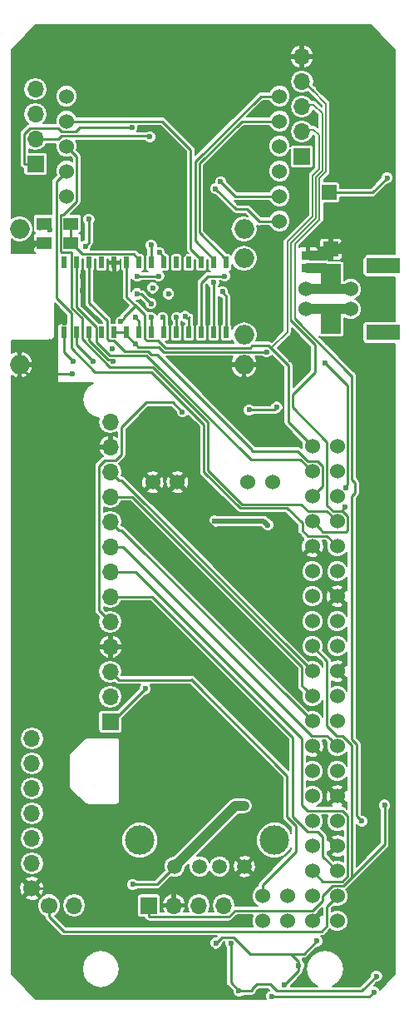
<source format=gtl>
%TF.GenerationSoftware,KiCad,Pcbnew,4.0.4-stable*%
%TF.CreationDate,2017-01-31T10:43:40+02:00*%
%TF.ProjectId,back_prototype,6261636B5F70726F746F747970652E6B,rev?*%
%TF.FileFunction,Copper,L1,Top,Signal*%
%FSLAX46Y46*%
G04 Gerber Fmt 4.6, Leading zero omitted, Abs format (unit mm)*
G04 Created by KiCad (PCBNEW 4.0.4-stable) date 01/31/17 10:43:40*
%MOMM*%
%LPD*%
G01*
G04 APERTURE LIST*
%ADD10C,0.100000*%
%ADD11C,1.500000*%
%ADD12C,3.000000*%
%ADD13R,1.700000X1.700000*%
%ADD14O,1.700000X1.700000*%
%ADD15R,0.508000X1.143000*%
%ADD16R,3.500000X1.000000*%
%ADD17R,3.400000X1.600000*%
%ADD18C,1.524000*%
%ADD19R,2.000000X2.000000*%
%ADD20R,1.500000X1.500000*%
%ADD21C,1.700000*%
%ADD22R,1.270000X0.970000*%
%ADD23R,1.500000X1.300000*%
%ADD24O,2.000000X2.000000*%
%ADD25C,0.600000*%
%ADD26C,0.250000*%
%ADD27C,0.500000*%
%ADD28C,0.200000*%
%ADD29C,1.000000*%
G04 APERTURE END LIST*
D10*
D11*
X65735200Y-126034800D03*
X63195200Y-126034800D03*
X61165200Y-126034800D03*
X58625200Y-126034800D03*
D12*
X68785200Y-123364800D03*
X55065200Y-123364800D03*
D13*
X52070000Y-111302800D03*
D14*
X52070000Y-108762800D03*
X52070000Y-106222800D03*
X52070000Y-103682800D03*
X52070000Y-101142800D03*
X52070000Y-98602800D03*
X52070000Y-96062800D03*
X52070000Y-93522800D03*
X52070000Y-90982800D03*
X52070000Y-88442800D03*
X52070000Y-85902800D03*
X52070000Y-83362800D03*
X52070000Y-80822800D03*
D15*
X63881000Y-64611446D03*
X62611000Y-64611446D03*
X61341000Y-64611446D03*
X60071000Y-64611446D03*
X58801000Y-64611446D03*
X57531000Y-64611446D03*
X56261000Y-64611446D03*
X54991000Y-64611446D03*
X53721000Y-64611446D03*
X52451000Y-64611446D03*
X51181000Y-64611446D03*
X49911000Y-64611446D03*
X48641000Y-64611446D03*
X47371000Y-64611446D03*
X47371000Y-71723446D03*
X48641000Y-71723446D03*
X49911000Y-71723446D03*
X51181000Y-71723446D03*
X52451000Y-71723446D03*
X53721000Y-71723446D03*
X54991000Y-71723446D03*
X56261000Y-71723446D03*
X57531000Y-71723446D03*
X58801000Y-71723446D03*
X60071000Y-71723446D03*
X61341000Y-71723446D03*
X62611000Y-71723446D03*
X63881000Y-71723446D03*
D16*
X74288600Y-69326000D03*
X74288600Y-67326000D03*
D17*
X79838600Y-71726000D03*
X79838600Y-64926000D03*
D18*
X71983600Y-69342000D03*
X71983600Y-67310000D03*
X76555600Y-67310000D03*
X76555600Y-69342000D03*
D19*
X74523600Y-70866000D03*
X74523600Y-65786000D03*
D20*
X74371200Y-57505600D03*
D21*
X44069000Y-128270000D03*
D14*
X44069000Y-125730000D03*
X44069000Y-123190000D03*
X44069000Y-120650000D03*
X44069000Y-118110000D03*
X44069000Y-115570000D03*
X44069000Y-113030000D03*
D13*
X44450000Y-54610000D03*
D14*
X44450000Y-52070000D03*
X44450000Y-49530000D03*
X44450000Y-46990000D03*
D22*
X72186800Y-65156000D03*
X72186800Y-63876000D03*
D13*
X71577200Y-53830000D03*
D14*
X71577200Y-51290000D03*
X71577200Y-48750000D03*
X71577200Y-46210000D03*
X71577200Y-43670000D03*
D23*
X45335200Y-60655200D03*
X48035200Y-60655200D03*
X48035200Y-62636400D03*
X45335200Y-62636400D03*
D20*
X74523600Y-63246000D03*
D13*
X56000000Y-130000000D03*
D14*
X58540000Y-130000000D03*
X61080000Y-130000000D03*
X63620000Y-130000000D03*
D21*
X45840000Y-130000000D03*
D14*
X48380000Y-130000000D03*
D18*
X72644000Y-83312000D03*
X75184000Y-83312000D03*
X72644000Y-85852000D03*
X75184000Y-85852000D03*
X72644000Y-88392000D03*
X75184000Y-88392000D03*
X72644000Y-90932000D03*
X75184000Y-90932000D03*
X72644000Y-93472000D03*
X75184000Y-93472000D03*
X72644000Y-96012000D03*
X75184000Y-96012000D03*
X72644000Y-98552000D03*
X75184000Y-98552000D03*
X72644000Y-101092000D03*
X75184000Y-101092000D03*
X72644000Y-103632000D03*
X75184000Y-103632000D03*
X72644000Y-106172000D03*
X75184000Y-106172000D03*
X72644000Y-108712000D03*
X75184000Y-108712000D03*
X72644000Y-111252000D03*
X75184000Y-111252000D03*
X72644000Y-113792000D03*
X75184000Y-113792000D03*
X72644000Y-116332000D03*
X75184000Y-116332000D03*
X72644000Y-118872000D03*
X75184000Y-118872000D03*
X72644000Y-121412000D03*
X75184000Y-121412000D03*
X72644000Y-123952000D03*
X75184000Y-123952000D03*
X72644000Y-126492000D03*
X75184000Y-126492000D03*
X72644000Y-129032000D03*
X75184000Y-129032000D03*
X72644000Y-131572000D03*
X75184000Y-131572000D03*
X70104000Y-129032000D03*
X70104000Y-131572000D03*
X67564000Y-129032000D03*
X67564000Y-131572000D03*
X47599600Y-47701200D03*
X47599600Y-50241200D03*
X47599600Y-52781200D03*
X47599600Y-55321200D03*
X47599600Y-57861200D03*
X69299600Y-47701200D03*
X69299600Y-50241200D03*
X69299600Y-52781200D03*
X69299600Y-55321200D03*
X69299600Y-57861200D03*
X69299600Y-60401200D03*
D24*
X42824400Y-61180800D03*
X42824400Y-74980800D03*
X65684400Y-61180800D03*
X65684400Y-64180800D03*
X65684400Y-71980800D03*
X65684400Y-74980800D03*
D18*
X58890800Y-86969600D03*
X56390800Y-86969600D03*
X68590800Y-86969600D03*
X66090800Y-86969600D03*
D25*
X56400000Y-67200000D03*
X56200000Y-68800000D03*
X54800000Y-67800000D03*
X54800000Y-66000000D03*
X57000000Y-66000000D03*
X58000000Y-67800000D03*
X69800000Y-138100000D03*
X62700000Y-90900000D03*
X68100000Y-91300000D03*
X73100000Y-133600000D03*
X80000000Y-119800000D03*
X71250800Y-136118600D03*
X62839600Y-133832600D03*
X53136800Y-70612000D03*
X52247800Y-73425246D03*
X76800000Y-131300000D03*
X80500000Y-128000000D03*
X80750000Y-68750000D03*
X80750000Y-70000000D03*
X80750000Y-73250000D03*
X80750000Y-75000000D03*
X80750000Y-77250000D03*
X80750000Y-79000000D03*
X80750000Y-81250000D03*
X80750000Y-83750000D03*
X80750000Y-86000000D03*
X80750000Y-88250000D03*
X80750000Y-90500000D03*
X80750000Y-93000000D03*
X80750000Y-95250000D03*
X80750000Y-97500000D03*
X80750000Y-100000000D03*
X80750000Y-102500000D03*
X80750000Y-105000000D03*
X80750000Y-107750000D03*
X80750000Y-110250000D03*
X80750000Y-112500000D03*
X80750000Y-114750000D03*
X80750000Y-117000000D03*
X80750000Y-119000000D03*
X80750000Y-121000000D03*
X80750000Y-123000000D03*
X80750000Y-125000000D03*
X80750000Y-127000000D03*
X63500000Y-89300000D03*
X61600000Y-87800000D03*
X61500000Y-89600000D03*
X63500000Y-92100000D03*
X61800000Y-92300000D03*
X60100000Y-92100000D03*
X61700000Y-93900000D03*
X64100000Y-95400000D03*
X65200000Y-94200000D03*
X66800000Y-93100000D03*
X66700000Y-95500000D03*
X65900000Y-97100000D03*
X67700000Y-99600000D03*
X68100000Y-97500000D03*
X67900000Y-94200000D03*
X69800000Y-92300000D03*
X69600000Y-94400000D03*
X69500000Y-97400000D03*
X69300000Y-100200000D03*
X53700000Y-90200000D03*
X56900000Y-93200000D03*
X59300000Y-96000000D03*
X61000000Y-97500000D03*
X61800000Y-98300000D03*
X65200000Y-101700000D03*
X68000000Y-104600000D03*
X69600000Y-106300000D03*
X58000000Y-108000000D03*
X60800000Y-109000000D03*
X62700000Y-111000000D03*
X64400000Y-113000000D03*
X66700000Y-115300000D03*
X68900000Y-117300000D03*
X69000000Y-114000000D03*
X68800000Y-112500000D03*
X67600000Y-112500000D03*
X65700000Y-109400000D03*
X63900000Y-109100000D03*
X63800000Y-107600000D03*
X61800000Y-107100000D03*
X61900000Y-105600000D03*
X59900000Y-105800000D03*
X60100000Y-104800000D03*
X58500000Y-105100000D03*
X58800000Y-103300000D03*
X56600000Y-105500000D03*
X57000000Y-103500000D03*
X57300000Y-101500000D03*
X74200000Y-61000000D03*
X76400000Y-60800000D03*
X77500000Y-61200000D03*
X78400000Y-62000000D03*
X78400000Y-60600000D03*
X79100000Y-61100000D03*
X79100000Y-62300000D03*
X79100000Y-63400000D03*
X78000000Y-63000000D03*
X77500000Y-64300000D03*
X77000000Y-63600000D03*
X56900000Y-111300000D03*
X55500000Y-111700000D03*
X55800000Y-110600000D03*
X54300000Y-111300000D03*
X54600000Y-112600000D03*
X56500000Y-112600000D03*
X57800000Y-112400000D03*
X59100000Y-113700000D03*
X56900000Y-113700000D03*
X55600000Y-113500000D03*
X55600000Y-115100000D03*
X56900000Y-115400000D03*
X58300000Y-115400000D03*
X59400000Y-115000000D03*
X61000000Y-115200000D03*
X62400000Y-116300000D03*
X61100000Y-116300000D03*
X59700000Y-116300000D03*
X57600000Y-116700000D03*
X59900000Y-66000000D03*
X59600000Y-63400000D03*
X59300000Y-62600000D03*
X58500000Y-62000000D03*
X59600000Y-61700000D03*
X58800000Y-61200000D03*
X57700000Y-61200000D03*
X70500000Y-74500000D03*
X72200000Y-74500000D03*
X71400000Y-74500000D03*
X71000000Y-72500000D03*
X78100000Y-77000000D03*
X79000000Y-76200000D03*
X79600000Y-75100000D03*
X80000000Y-73600000D03*
X79000000Y-73400000D03*
X78800000Y-74600000D03*
X78300000Y-75500000D03*
X77600000Y-76200000D03*
X77000000Y-75300000D03*
X77900000Y-74300000D03*
X78000000Y-73300000D03*
X75100000Y-73500000D03*
X75300000Y-72500000D03*
X74200000Y-72700000D03*
X68600000Y-70200000D03*
X67900000Y-71200000D03*
X67500000Y-72300000D03*
X68800000Y-72000000D03*
X69300000Y-71500000D03*
X69300000Y-70600000D03*
X69200000Y-69200000D03*
X66100000Y-67300000D03*
X66000000Y-66000000D03*
X64900000Y-66300000D03*
X65100000Y-67600000D03*
X64900000Y-68700000D03*
X65400000Y-69500000D03*
X66300000Y-68400000D03*
X67200000Y-67300000D03*
X67200000Y-66000000D03*
X67300000Y-64900000D03*
X67400000Y-63500000D03*
X68300000Y-63500000D03*
X68400000Y-64700000D03*
X68400000Y-66000000D03*
X69300000Y-65900000D03*
X69200000Y-64700000D03*
X69200000Y-63600000D03*
X72186800Y-63876000D03*
X59900000Y-134800000D03*
X77900000Y-134000000D03*
X50000000Y-133400000D03*
X53000000Y-138300000D03*
X51900000Y-138800000D03*
X49700000Y-138800000D03*
X48600000Y-137900000D03*
X48600000Y-136500000D03*
X48700000Y-134700000D03*
X45800000Y-132400000D03*
X44800000Y-131800000D03*
X44900000Y-133300000D03*
X44900000Y-135700000D03*
X45300000Y-137600000D03*
X61900000Y-51700000D03*
X61100000Y-51000000D03*
X60600000Y-52200000D03*
X59600000Y-51000000D03*
X60100000Y-49800000D03*
X58600000Y-49200000D03*
X58800000Y-50300000D03*
X55700000Y-52600000D03*
X54600000Y-52600000D03*
X51500000Y-49100000D03*
X52800000Y-49400000D03*
X53800000Y-49600000D03*
X54600000Y-48000000D03*
X54800000Y-49600000D03*
X55700000Y-49600000D03*
X55500000Y-47200000D03*
X59100000Y-45300000D03*
X57000000Y-43600000D03*
X59400000Y-43600000D03*
X61400000Y-44600000D03*
X61000000Y-47000000D03*
X62800000Y-47900000D03*
X62900000Y-45900000D03*
X62500000Y-43700000D03*
X64500000Y-43700000D03*
X64400000Y-45800000D03*
X65300000Y-47400000D03*
X63000000Y-49500000D03*
X65400000Y-51300000D03*
X66000000Y-52400000D03*
X48500000Y-86700000D03*
X48500000Y-89500000D03*
X48500000Y-92700000D03*
X48400000Y-95900000D03*
X48400000Y-99400000D03*
X48400000Y-102900000D03*
X48500000Y-84600000D03*
X46900000Y-109200000D03*
X49900000Y-111900000D03*
X49800000Y-108100000D03*
X46800000Y-105800000D03*
X57000000Y-41000000D03*
X59000000Y-41000000D03*
X60500000Y-41000000D03*
X62500000Y-41000000D03*
X64500000Y-41000000D03*
X66500000Y-41000000D03*
X68500000Y-41000000D03*
X70500000Y-41000000D03*
X72500000Y-41000000D03*
X74500000Y-41000000D03*
X76500000Y-41000000D03*
X78500000Y-41000000D03*
X55000000Y-41000000D03*
X53000000Y-41000000D03*
X51000000Y-41000000D03*
X49000000Y-41000000D03*
X47000000Y-41000000D03*
X45000000Y-41000000D03*
X42500000Y-43500000D03*
X42500000Y-45500000D03*
X42500000Y-47500000D03*
X42500000Y-49500000D03*
X42500000Y-51500000D03*
X42500000Y-53500000D03*
X42500000Y-55500000D03*
X42500000Y-57500000D03*
X42500000Y-59500000D03*
X59500000Y-58000000D03*
X49500000Y-59000000D03*
X49500000Y-57500000D03*
X49500000Y-56000000D03*
X49500000Y-54500000D03*
X49500000Y-53000000D03*
X51000000Y-53000000D03*
X51000000Y-54500000D03*
X51000000Y-56000000D03*
X51000000Y-57500000D03*
X51000000Y-59000000D03*
X52500000Y-59000000D03*
X52500000Y-57500000D03*
X52500000Y-56000000D03*
X52500000Y-54500000D03*
X54000000Y-56000000D03*
X54000000Y-57500000D03*
X54000000Y-59000000D03*
X55500000Y-59000000D03*
X55500000Y-57500000D03*
X57000000Y-57500000D03*
X57000000Y-59000000D03*
X58500000Y-59000000D03*
X58500000Y-58000000D03*
X53000000Y-66000000D03*
X53000000Y-67500000D03*
X53000000Y-69000000D03*
X52000000Y-69000000D03*
X52000000Y-67500000D03*
X51500000Y-66000000D03*
X51000000Y-67000000D03*
X51000000Y-68000000D03*
X49250000Y-66000000D03*
X49250000Y-67500000D03*
X49300000Y-68900000D03*
X42500000Y-78500000D03*
X42500000Y-80500000D03*
X42500000Y-83000000D03*
X42500000Y-85500000D03*
X42500000Y-88000000D03*
X42500000Y-90500000D03*
X42500000Y-93000000D03*
X42500000Y-95000000D03*
X42500000Y-97000000D03*
X42500000Y-99000000D03*
X42500000Y-101000000D03*
X42500000Y-103000000D03*
X42500000Y-105000000D03*
X42500000Y-107000000D03*
X42500000Y-109000000D03*
X42500000Y-111200000D03*
X42400000Y-77200000D03*
X49600000Y-120500000D03*
X49600000Y-122100000D03*
X49700000Y-123800000D03*
X49500000Y-125400000D03*
X49500000Y-126700000D03*
X51300000Y-126800000D03*
X51300000Y-125400000D03*
X51400000Y-123900000D03*
X51300000Y-122200000D03*
X51500000Y-120600000D03*
X52800000Y-120600000D03*
X52800000Y-122200000D03*
X52800000Y-123800000D03*
X53100000Y-125300000D03*
X53100000Y-127100000D03*
X52100000Y-128000000D03*
X50700000Y-128100000D03*
X49400000Y-128000000D03*
X61900000Y-119600000D03*
X62300000Y-118500000D03*
X61100000Y-118400000D03*
X61000000Y-119900000D03*
X61500000Y-121300000D03*
X62400000Y-120400000D03*
X63400000Y-119300000D03*
X64000000Y-117900000D03*
X62900000Y-117200000D03*
X61700000Y-117200000D03*
X60400000Y-117200000D03*
X59100000Y-117200000D03*
X58300000Y-52400000D03*
X59400000Y-54100000D03*
X45500000Y-59000000D03*
X43500000Y-59000000D03*
X43500000Y-57500000D03*
X43500000Y-56500000D03*
X44500000Y-56500000D03*
X44500000Y-57500000D03*
X45500000Y-56500000D03*
X45500000Y-57500000D03*
X54765912Y-63100000D03*
X53600000Y-63100000D03*
X52400000Y-63100000D03*
X51200000Y-63100000D03*
X62600000Y-75800000D03*
X65400000Y-77200000D03*
X43800000Y-63400000D03*
X75200000Y-61200000D03*
X76800000Y-62000000D03*
X52200000Y-66400000D03*
X58724800Y-56032400D03*
X48183800Y-75965246D03*
X48247300Y-74631746D03*
X50279300Y-74631746D03*
X52311300Y-74631746D03*
X79171800Y-137210800D03*
X65171400Y-138684000D03*
X64338200Y-133807200D03*
X56235600Y-62839600D03*
X54254400Y-50901600D03*
X56083200Y-51816000D03*
X63296800Y-56388000D03*
X62788800Y-57099200D03*
X45900000Y-61300000D03*
X59400000Y-79800000D03*
X69011800Y-79324200D03*
X66217800Y-79603600D03*
X55626000Y-107950000D03*
X80264000Y-56000000D03*
X54356000Y-127863600D03*
X65690800Y-119869600D03*
X49530000Y-62941200D03*
X49885600Y-60220800D03*
X68500000Y-139259000D03*
X78900000Y-138800000D03*
X75996800Y-89458800D03*
X77673200Y-121412000D03*
X63500000Y-67564000D03*
X62585600Y-66649600D03*
X63703200Y-65989200D03*
X76066011Y-87500000D03*
X73964800Y-74828400D03*
X67970400Y-73710800D03*
X54600000Y-72919946D03*
X54600000Y-70200000D03*
X56200000Y-70200000D03*
X57400000Y-70200000D03*
X58800000Y-70200000D03*
X57048400Y-63601600D03*
X59700000Y-70100000D03*
D26*
X54800000Y-67800000D02*
X55200000Y-67800000D01*
X55200000Y-67800000D02*
X56200000Y-68800000D01*
X57000000Y-66000000D02*
X54800000Y-66000000D01*
X58200000Y-67800000D02*
X58000000Y-67800000D01*
X69800000Y-138100000D02*
X71250800Y-136649200D01*
X71250800Y-136649200D02*
X71250800Y-136118600D01*
D27*
X68100000Y-91300000D02*
X67700000Y-90900000D01*
X67700000Y-90900000D02*
X62700000Y-90900000D01*
D26*
X70485000Y-134899400D02*
X71800600Y-134899400D01*
X71800600Y-134899400D02*
X73100000Y-133600000D01*
X80000000Y-119800000D02*
X80000000Y-123805403D01*
X80000000Y-123805403D02*
X76641011Y-127164392D01*
D28*
X68376800Y-73251398D02*
X68552206Y-73251398D01*
X68552206Y-73251398D02*
X70089002Y-71714602D01*
X70089002Y-71714602D02*
X70089002Y-65191398D01*
X70089002Y-65191398D02*
X70104000Y-65176400D01*
X70104000Y-62506024D02*
X72649990Y-59960034D01*
X70104000Y-65176400D02*
X70104000Y-62506024D01*
X72649990Y-59960034D02*
X72649990Y-55760034D01*
X72649990Y-55760034D02*
X73315580Y-55094444D01*
X73315580Y-55094444D02*
X73315580Y-51641099D01*
X73315580Y-51641099D02*
X72779281Y-51104800D01*
X72779281Y-51104800D02*
X71577200Y-51104800D01*
D26*
X55530001Y-69906401D02*
X54623600Y-69000000D01*
X54623600Y-69000000D02*
X53721000Y-68097400D01*
X53136800Y-70612000D02*
X53436799Y-70312001D01*
X53436799Y-70312001D02*
X53436799Y-70186801D01*
X53436799Y-70186801D02*
X54623600Y-69000000D01*
X70485000Y-134899400D02*
X71250800Y-135665200D01*
X71250800Y-135665200D02*
X71250800Y-136118600D01*
X66319400Y-134899400D02*
X70485000Y-134899400D01*
X64652199Y-133232199D02*
X66319400Y-134899400D01*
X62839600Y-133832600D02*
X63440001Y-133232199D01*
X63440001Y-133232199D02*
X64652199Y-133232199D01*
X70205600Y-75080198D02*
X68376800Y-73251398D01*
X68376800Y-73251398D02*
X68175802Y-73050400D01*
X55530001Y-70561200D02*
X55530001Y-69906401D01*
X55530001Y-72330949D02*
X55530001Y-70561200D01*
X53187600Y-70561200D02*
X53136800Y-70612000D01*
X53721000Y-68097400D02*
X53721000Y-64611446D01*
X70205600Y-77876400D02*
X70205600Y-75080198D01*
X66516602Y-73050400D02*
X66301201Y-73265801D01*
X66301201Y-73265801D02*
X57640441Y-73265801D01*
X68175802Y-73050400D02*
X66516602Y-73050400D01*
X56954587Y-72579947D02*
X55778999Y-72579947D01*
X57640441Y-73265801D02*
X56954587Y-72579947D01*
X55778999Y-72579947D02*
X55530001Y-72330949D01*
X70205600Y-80873600D02*
X72644000Y-83312000D01*
X70205600Y-77876400D02*
X70205600Y-80873600D01*
X53606869Y-64497315D02*
X53721000Y-64611446D01*
X72644000Y-103632000D02*
X74136999Y-105124999D01*
X75127437Y-112744999D02*
X75686561Y-112744999D01*
X73691001Y-129534561D02*
X72700563Y-130524999D01*
X74136999Y-105124999D02*
X74136999Y-111754561D01*
X74136999Y-111754561D02*
X75127437Y-112744999D01*
X75686561Y-112744999D02*
X76641011Y-113699449D01*
X76641011Y-127164392D02*
X75820404Y-127984999D01*
X76641011Y-113699449D02*
X76641011Y-127164392D01*
X74681439Y-127984999D02*
X73691001Y-128975437D01*
X64144999Y-131135001D02*
X56035001Y-131135001D01*
X75820404Y-127984999D02*
X74681439Y-127984999D01*
X56035001Y-131135001D02*
X56000000Y-131100000D01*
X73691001Y-128975437D02*
X73691001Y-129534561D01*
X72700563Y-130524999D02*
X64755001Y-130524999D01*
X64755001Y-130524999D02*
X64144999Y-131135001D01*
X56000000Y-131100000D02*
X56000000Y-130000000D01*
X53721000Y-64293946D02*
X53721000Y-64611446D01*
X80500000Y-128000000D02*
X80500000Y-127250000D01*
X76800000Y-131300000D02*
X80200000Y-127900000D01*
X80400000Y-127900000D02*
X80500000Y-128000000D01*
X80200000Y-127900000D02*
X80400000Y-127900000D01*
X80750000Y-70000000D02*
X80750000Y-68750000D01*
X80750000Y-75000000D02*
X80750000Y-73250000D01*
X80750000Y-79000000D02*
X80750000Y-77250000D01*
X80750000Y-83750000D02*
X80750000Y-81250000D01*
X80750000Y-88250000D02*
X80750000Y-86000000D01*
X80750000Y-93000000D02*
X80750000Y-90500000D01*
X80750000Y-97500000D02*
X80750000Y-95250000D01*
X80750000Y-102500000D02*
X80750000Y-100000000D01*
X80750000Y-107750000D02*
X80750000Y-105000000D01*
X80750000Y-112500000D02*
X80750000Y-110250000D01*
X80750000Y-117000000D02*
X80750000Y-114750000D01*
X80750000Y-121000000D02*
X80750000Y-119000000D01*
X80750000Y-125000000D02*
X80750000Y-123000000D01*
X80500000Y-127250000D02*
X80750000Y-127000000D01*
X61600000Y-87800000D02*
X63100000Y-89300000D01*
X63100000Y-89300000D02*
X63500000Y-89300000D01*
X63500000Y-92100000D02*
X63075736Y-92100000D01*
X63075736Y-92100000D02*
X61500000Y-90524264D01*
X61500000Y-90524264D02*
X61500000Y-89600000D01*
X60100000Y-92100000D02*
X61600000Y-92100000D01*
X61600000Y-92100000D02*
X61800000Y-92300000D01*
X64100000Y-95400000D02*
X63200000Y-95400000D01*
X63200000Y-95400000D02*
X61700000Y-93900000D01*
X65200000Y-94200000D02*
X65200000Y-94300000D01*
X65200000Y-94300000D02*
X64100000Y-95400000D01*
X66700000Y-95500000D02*
X66700000Y-93200000D01*
X66700000Y-93200000D02*
X66800000Y-93100000D01*
X67700000Y-99600000D02*
X65900000Y-97800000D01*
X65900000Y-97800000D02*
X65900000Y-97100000D01*
X67900000Y-94200000D02*
X67900000Y-97300000D01*
X67900000Y-97300000D02*
X68100000Y-97500000D01*
X69600000Y-94400000D02*
X69600000Y-92500000D01*
X69600000Y-92500000D02*
X69800000Y-92300000D01*
X69300000Y-100200000D02*
X69300000Y-97600000D01*
X69300000Y-97600000D02*
X69500000Y-97400000D01*
X56900000Y-93200000D02*
X53900000Y-90200000D01*
X53900000Y-90200000D02*
X53700000Y-90200000D01*
X61000000Y-97500000D02*
X60800000Y-97500000D01*
X60800000Y-97500000D02*
X59300000Y-96000000D01*
X65200000Y-101700000D02*
X61800000Y-98300000D01*
X69600000Y-106300000D02*
X69600000Y-106200000D01*
X69600000Y-106200000D02*
X68000000Y-104600000D01*
X60800000Y-109000000D02*
X59000000Y-109000000D01*
X59000000Y-109000000D02*
X58000000Y-108000000D01*
X64400000Y-113000000D02*
X62700000Y-111300000D01*
X62700000Y-111300000D02*
X62700000Y-111000000D01*
X68900000Y-117300000D02*
X66900000Y-115300000D01*
X66900000Y-115300000D02*
X66700000Y-115300000D01*
X68800000Y-112500000D02*
X68800000Y-113800000D01*
X68800000Y-113800000D02*
X69000000Y-114000000D01*
X65700000Y-109400000D02*
X67600000Y-111300000D01*
X67600000Y-111300000D02*
X67600000Y-112500000D01*
X63800000Y-107600000D02*
X63800000Y-109000000D01*
X63800000Y-109000000D02*
X63900000Y-109100000D01*
X61900000Y-105600000D02*
X61900000Y-107000000D01*
X61900000Y-107000000D02*
X61800000Y-107100000D01*
X60100000Y-104800000D02*
X60100000Y-105600000D01*
X60100000Y-105600000D02*
X59900000Y-105800000D01*
X58800000Y-103300000D02*
X58800000Y-104800000D01*
X58800000Y-104800000D02*
X58500000Y-105100000D01*
X57000000Y-103500000D02*
X57000000Y-105100000D01*
X57000000Y-105100000D02*
X56600000Y-105500000D01*
X52070000Y-103682800D02*
X55117200Y-103682800D01*
X55117200Y-103682800D02*
X57300000Y-101500000D01*
X74400000Y-60800000D02*
X74200000Y-61000000D01*
X76400000Y-60800000D02*
X74400000Y-60800000D01*
X78400000Y-62000000D02*
X78300000Y-62000000D01*
X78300000Y-62000000D02*
X77500000Y-61200000D01*
X79100000Y-61100000D02*
X78900000Y-61100000D01*
X78900000Y-61100000D02*
X78400000Y-60600000D01*
X79100000Y-63400000D02*
X79100000Y-62300000D01*
X78000000Y-63800000D02*
X78000000Y-63000000D01*
X77500000Y-64300000D02*
X78000000Y-63800000D01*
X76800000Y-62000000D02*
X76800000Y-63400000D01*
X76800000Y-63400000D02*
X77000000Y-63600000D01*
X55800000Y-110600000D02*
X55800000Y-111400000D01*
X55800000Y-111400000D02*
X55500000Y-111700000D01*
X54600000Y-112600000D02*
X54600000Y-111600000D01*
X54600000Y-111600000D02*
X54300000Y-111300000D01*
X57800000Y-112400000D02*
X56700000Y-112400000D01*
X56700000Y-112400000D02*
X56500000Y-112600000D01*
X56900000Y-113700000D02*
X59100000Y-113700000D01*
X55600000Y-115100000D02*
X55600000Y-113500000D01*
X58300000Y-115400000D02*
X56900000Y-115400000D01*
X61000000Y-115200000D02*
X59600000Y-115200000D01*
X59600000Y-115200000D02*
X59400000Y-115000000D01*
X61100000Y-116300000D02*
X62400000Y-116300000D01*
X57600000Y-116700000D02*
X59300000Y-116700000D01*
X59300000Y-116700000D02*
X59700000Y-116300000D01*
X59400000Y-64024264D02*
X59400000Y-65500000D01*
X59400000Y-65500000D02*
X59900000Y-66000000D01*
X59600000Y-63400000D02*
X59600000Y-63824264D01*
X59600000Y-63824264D02*
X59400000Y-64024264D01*
X58500000Y-62000000D02*
X58700000Y-62000000D01*
X58700000Y-62000000D02*
X59300000Y-62600000D01*
X58800000Y-61200000D02*
X59100000Y-61200000D01*
X59100000Y-61200000D02*
X59600000Y-61700000D01*
X57000000Y-59000000D02*
X57000000Y-60500000D01*
X57000000Y-60500000D02*
X57700000Y-61200000D01*
X72344011Y-74600000D02*
X70600000Y-74600000D01*
X70600000Y-74600000D02*
X70500000Y-74500000D01*
X71000000Y-72500000D02*
X71000000Y-74100000D01*
X71000000Y-74100000D02*
X71400000Y-74500000D01*
X79000000Y-76200000D02*
X78900000Y-76200000D01*
X78900000Y-76200000D02*
X78100000Y-77000000D01*
X79600000Y-74424264D02*
X79600000Y-75100000D01*
X80000000Y-73600000D02*
X80000000Y-74024264D01*
X80000000Y-74024264D02*
X79600000Y-74424264D01*
X78800000Y-74600000D02*
X78800000Y-73600000D01*
X78800000Y-73600000D02*
X79000000Y-73400000D01*
X77600000Y-76200000D02*
X78300000Y-75500000D01*
X77900000Y-74300000D02*
X77900000Y-74400000D01*
X77900000Y-74400000D02*
X77000000Y-75300000D01*
X75100000Y-73500000D02*
X77800000Y-73500000D01*
X77800000Y-73500000D02*
X78000000Y-73300000D01*
X74200000Y-72700000D02*
X75100000Y-72700000D01*
X75100000Y-72700000D02*
X75300000Y-72500000D01*
X67900000Y-71200000D02*
X67900000Y-70900000D01*
X67900000Y-70900000D02*
X68600000Y-70200000D01*
X68800000Y-72000000D02*
X67800000Y-72000000D01*
X67800000Y-72000000D02*
X67500000Y-72300000D01*
X69300000Y-70600000D02*
X69300000Y-71500000D01*
X66300000Y-68400000D02*
X68400000Y-68400000D01*
X68400000Y-68400000D02*
X69200000Y-69200000D01*
X64900000Y-66300000D02*
X65700000Y-66300000D01*
X65700000Y-66300000D02*
X66000000Y-66000000D01*
X64900000Y-68700000D02*
X64900000Y-67800000D01*
X64900000Y-67800000D02*
X65100000Y-67600000D01*
X66300000Y-68400000D02*
X66300000Y-68600000D01*
X66300000Y-68600000D02*
X65400000Y-69500000D01*
X67200000Y-66000000D02*
X67200000Y-67300000D01*
X67400000Y-63500000D02*
X67400000Y-64800000D01*
X67400000Y-64800000D02*
X67300000Y-64900000D01*
X68400000Y-64700000D02*
X68400000Y-63600000D01*
X68400000Y-63600000D02*
X68300000Y-63500000D01*
X69300000Y-65900000D02*
X68500000Y-65900000D01*
X68500000Y-65900000D02*
X68400000Y-66000000D01*
X69200000Y-63600000D02*
X69200000Y-64700000D01*
X53000000Y-135100000D02*
X51300000Y-133400000D01*
X51300000Y-133400000D02*
X50000000Y-133400000D01*
X53000000Y-138300000D02*
X53000000Y-135100000D01*
X49700000Y-138800000D02*
X51900000Y-138800000D01*
X48600000Y-136500000D02*
X48600000Y-137900000D01*
X46900000Y-133500000D02*
X47500000Y-133500000D01*
X47500000Y-133500000D02*
X48700000Y-134700000D01*
X45800000Y-132400000D02*
X46900000Y-133500000D01*
X44800000Y-131800000D02*
X45200000Y-131800000D01*
X45200000Y-131800000D02*
X45800000Y-132400000D01*
X44900000Y-133300000D02*
X44900000Y-131900000D01*
X44900000Y-131900000D02*
X44800000Y-131800000D01*
X45300000Y-137600000D02*
X45300000Y-136100000D01*
X45300000Y-136100000D02*
X44900000Y-135700000D01*
X61900000Y-51700000D02*
X63000000Y-50600000D01*
X63000000Y-50600000D02*
X63000000Y-49500000D01*
X60600000Y-52200000D02*
X60600000Y-51500000D01*
X60600000Y-51500000D02*
X61100000Y-51000000D01*
X60100000Y-49800000D02*
X60100000Y-50500000D01*
X60100000Y-50500000D02*
X59600000Y-51000000D01*
X58800000Y-50300000D02*
X58800000Y-49400000D01*
X58800000Y-49400000D02*
X58600000Y-49200000D01*
X54600000Y-52600000D02*
X55700000Y-52600000D01*
X53800000Y-49600000D02*
X53000000Y-49600000D01*
X53000000Y-49600000D02*
X52800000Y-49400000D01*
X54800000Y-49600000D02*
X54800000Y-48200000D01*
X54800000Y-48200000D02*
X54600000Y-48000000D01*
X55500000Y-47200000D02*
X55500000Y-49400000D01*
X55500000Y-49400000D02*
X55700000Y-49600000D01*
X61400000Y-44600000D02*
X60400000Y-44600000D01*
X60400000Y-44600000D02*
X59400000Y-43600000D01*
X62800000Y-47900000D02*
X61900000Y-47900000D01*
X61900000Y-47900000D02*
X61000000Y-47000000D01*
X62500000Y-43700000D02*
X62500000Y-45500000D01*
X62500000Y-45500000D02*
X62900000Y-45900000D01*
X64400000Y-45800000D02*
X64400000Y-43800000D01*
X64400000Y-43800000D02*
X64500000Y-43700000D01*
X63000000Y-49500000D02*
X65100000Y-47400000D01*
X65100000Y-47400000D02*
X65300000Y-47400000D01*
X66000000Y-52400000D02*
X66000000Y-51900000D01*
X66000000Y-51900000D02*
X65400000Y-51300000D01*
X46800000Y-105800000D02*
X46800000Y-104500000D01*
X48500000Y-86700000D02*
X48500000Y-89500000D01*
X48500000Y-92700000D02*
X48400000Y-92800000D01*
X48400000Y-92800000D02*
X48400000Y-95900000D01*
X48400000Y-99400000D02*
X48400000Y-102900000D01*
X46800000Y-104500000D02*
X48400000Y-102900000D01*
X47200000Y-109200000D02*
X46900000Y-109200000D01*
X49900000Y-111900000D02*
X47200000Y-109200000D01*
X49100000Y-108100000D02*
X49800000Y-108100000D01*
X46800000Y-105800000D02*
X49100000Y-108100000D01*
X57000000Y-41000000D02*
X59000000Y-41000000D01*
X60500000Y-41000000D02*
X62500000Y-41000000D01*
X64500000Y-41000000D02*
X66500000Y-41000000D01*
X68500000Y-41000000D02*
X70500000Y-41000000D01*
X72500000Y-41000000D02*
X74500000Y-41000000D01*
X76500000Y-41000000D02*
X78500000Y-41000000D01*
X53000000Y-41000000D02*
X55000000Y-41000000D01*
X49000000Y-41000000D02*
X51000000Y-41000000D01*
X45000000Y-41000000D02*
X47000000Y-41000000D01*
X42500000Y-45500000D02*
X42500000Y-43500000D01*
X42500000Y-49500000D02*
X42500000Y-47500000D01*
X42500000Y-53500000D02*
X42500000Y-51500000D01*
X42500000Y-57500000D02*
X42500000Y-55500000D01*
X58724800Y-56032400D02*
X59500000Y-56807600D01*
X58500000Y-58000000D02*
X59500000Y-58000000D01*
X49500000Y-59000000D02*
X49500000Y-57500000D01*
X49500000Y-56000000D02*
X49500000Y-54500000D01*
X49500000Y-53000000D02*
X51000000Y-53000000D01*
X51000000Y-54500000D02*
X51000000Y-56000000D01*
X51000000Y-57500000D02*
X51000000Y-59000000D01*
X52500000Y-59000000D02*
X52500000Y-57500000D01*
X52500000Y-56000000D02*
X52500000Y-54500000D01*
X54000000Y-56000000D02*
X54000000Y-57500000D01*
X54000000Y-59000000D02*
X55500000Y-59000000D01*
X55500000Y-57500000D02*
X57000000Y-57500000D01*
X57000000Y-59000000D02*
X58500000Y-59000000D01*
X59500000Y-56807600D02*
X59500000Y-58000000D01*
X53000000Y-66000000D02*
X53000000Y-67500000D01*
X53000000Y-69000000D02*
X52000000Y-69000000D01*
X52000000Y-67500000D02*
X51500000Y-67000000D01*
X51500000Y-67000000D02*
X51500000Y-66000000D01*
X51000000Y-67000000D02*
X51000000Y-68000000D01*
X49250000Y-68750000D02*
X49250000Y-67500000D01*
X49500000Y-69000000D02*
X49250000Y-68750000D01*
X42824400Y-74980800D02*
X42824400Y-76775600D01*
X42500000Y-80500000D02*
X42500000Y-78500000D01*
X42500000Y-85500000D02*
X42500000Y-83000000D01*
X42500000Y-90500000D02*
X42500000Y-88000000D01*
X42500000Y-95000000D02*
X42500000Y-93000000D01*
X42500000Y-99000000D02*
X42500000Y-97000000D01*
X42500000Y-103000000D02*
X42500000Y-101000000D01*
X42500000Y-107000000D02*
X42500000Y-105000000D01*
X42500000Y-111200000D02*
X42500000Y-109000000D01*
X42824400Y-76775600D02*
X42400000Y-77200000D01*
X44069000Y-128270000D02*
X49130000Y-128270000D01*
X49600000Y-123700000D02*
X49600000Y-122100000D01*
X49700000Y-123800000D02*
X49600000Y-123700000D01*
X49500000Y-126700000D02*
X49500000Y-125400000D01*
X51300000Y-125400000D02*
X51300000Y-126800000D01*
X51400000Y-122300000D02*
X51400000Y-123900000D01*
X51300000Y-122200000D02*
X51400000Y-122300000D01*
X52800000Y-120600000D02*
X51500000Y-120600000D01*
X52800000Y-123800000D02*
X52800000Y-122200000D01*
X53100000Y-127100000D02*
X53100000Y-125300000D01*
X50800000Y-128000000D02*
X52100000Y-128000000D01*
X50700000Y-128100000D02*
X50800000Y-128000000D01*
X49130000Y-128270000D02*
X49400000Y-128000000D01*
X61900000Y-118900000D02*
X61900000Y-119600000D01*
X62300000Y-118500000D02*
X61900000Y-118900000D01*
X61100000Y-119800000D02*
X61100000Y-118400000D01*
X61000000Y-119900000D02*
X61100000Y-119800000D01*
X62400000Y-120400000D02*
X61500000Y-121300000D01*
X63400000Y-118500000D02*
X63400000Y-119300000D01*
X64000000Y-117900000D02*
X63400000Y-118500000D01*
X61700000Y-117200000D02*
X62900000Y-117200000D01*
X59100000Y-117200000D02*
X60400000Y-117200000D01*
X59200000Y-53300000D02*
X58300000Y-52400000D01*
X59200000Y-53900000D02*
X59200000Y-53300000D01*
X59400000Y-54100000D02*
X59200000Y-53900000D01*
X45500000Y-59000000D02*
X43500000Y-59000000D01*
X43500000Y-57500000D02*
X43500000Y-56500000D01*
X44500000Y-56500000D02*
X44500000Y-57500000D01*
X45500000Y-56500000D02*
X45500000Y-57500000D01*
X53600000Y-63008200D02*
X54740024Y-63008200D01*
X54740024Y-63008200D02*
X54765912Y-63034088D01*
X51200000Y-63008200D02*
X52400000Y-63008200D01*
X65400000Y-77200000D02*
X64000000Y-75800000D01*
X64000000Y-75800000D02*
X62600000Y-75800000D01*
X45335200Y-62636400D02*
X44563600Y-62636400D01*
X44563600Y-62636400D02*
X43800000Y-63400000D01*
D29*
X76800000Y-62000000D02*
X76000000Y-62000000D01*
X76000000Y-62000000D02*
X75200000Y-61200000D01*
X74523600Y-63246000D02*
X75554000Y-63246000D01*
X75554000Y-63246000D02*
X76800000Y-62000000D01*
D26*
X52451000Y-64611446D02*
X52451000Y-66149000D01*
X52451000Y-66149000D02*
X52200000Y-66400000D01*
X47371000Y-71723446D02*
X47371000Y-73755446D01*
X47371000Y-73755446D02*
X48247300Y-74631746D01*
X48641000Y-71723446D02*
X48641000Y-72993446D01*
X48641000Y-72993446D02*
X50279300Y-74631746D01*
X49911000Y-71723446D02*
X49911000Y-72534088D01*
X49911000Y-72534088D02*
X51833665Y-74456753D01*
X51833665Y-74456753D02*
X52136307Y-74456753D01*
X52136307Y-74456753D02*
X52311300Y-74631746D01*
X48183800Y-75965246D02*
X43605646Y-75965246D01*
X43605646Y-75965246D02*
X42621200Y-74980800D01*
D29*
X72491600Y-63876000D02*
X73893600Y-63876000D01*
X73893600Y-63876000D02*
X74523600Y-63246000D01*
D26*
X52070000Y-93522800D02*
X53365238Y-93522800D01*
X53365238Y-93522800D02*
X72587437Y-112744999D01*
X74422001Y-113030001D02*
X75184000Y-113792000D01*
X72587437Y-112744999D02*
X74136999Y-112744999D01*
X74136999Y-112744999D02*
X74422001Y-113030001D01*
X52070000Y-90982800D02*
X52919999Y-91832799D01*
X52919999Y-91832799D02*
X53224799Y-91832799D01*
X53224799Y-91832799D02*
X71882001Y-110490001D01*
X71882001Y-110490001D02*
X72644000Y-111252000D01*
X69000000Y-138684000D02*
X77698600Y-138684000D01*
X67000000Y-138000000D02*
X68316000Y-138000000D01*
X68316000Y-138000000D02*
X69000000Y-138684000D01*
X66500000Y-138500000D02*
X67000000Y-138000000D01*
X65171400Y-138684000D02*
X66500000Y-138684000D01*
X66500000Y-138684000D02*
X66500000Y-138500000D01*
X77698600Y-138684000D02*
X79171800Y-137210800D01*
X64338200Y-133807200D02*
X64338200Y-137850800D01*
X64338200Y-137850800D02*
X65171400Y-138684000D01*
X48641000Y-64611446D02*
X48641000Y-69164200D01*
X48641000Y-69164200D02*
X50641999Y-71165199D01*
X50641999Y-71165199D02*
X50641999Y-72685247D01*
X50641999Y-72685247D02*
X52003497Y-74046745D01*
X52003497Y-74046745D02*
X55772597Y-74046745D01*
X55772597Y-74046745D02*
X66360851Y-84634999D01*
X66360851Y-84634999D02*
X71426999Y-84634999D01*
X71426999Y-84634999D02*
X72644000Y-85852000D01*
X49911000Y-64611446D02*
X49911000Y-68707000D01*
X49911000Y-68707000D02*
X51720001Y-70516001D01*
X51720001Y-70516001D02*
X51720001Y-72395601D01*
X56270492Y-73964800D02*
X56857854Y-73964800D01*
X51720001Y-72395601D02*
X51904347Y-72579947D01*
X51904347Y-72579947D02*
X52471503Y-72579947D01*
X73146561Y-84804999D02*
X73691001Y-85349439D01*
X66497200Y-83604146D02*
X66497200Y-83769200D01*
X52471503Y-72579947D02*
X53528291Y-73636735D01*
X53528291Y-73636735D02*
X55942428Y-73636735D01*
X72176839Y-84804999D02*
X73146561Y-84804999D01*
X55942428Y-73636735D02*
X56270492Y-73964800D01*
X73691001Y-85349439D02*
X73691001Y-87344999D01*
X56857854Y-73964800D02*
X66497200Y-83604146D01*
X66497200Y-83769200D02*
X71141040Y-83769200D01*
X71141040Y-83769200D02*
X72176839Y-84804999D01*
X73691001Y-87344999D02*
X72644000Y-88392000D01*
X56235600Y-62839600D02*
X56235600Y-64586046D01*
X56235600Y-64586046D02*
X56261000Y-64611446D01*
X48533799Y-51288201D02*
X48920400Y-50901600D01*
X48920400Y-50901600D02*
X54254400Y-50901600D01*
X44450000Y-54610000D02*
X43350000Y-54610000D01*
X43350000Y-54610000D02*
X43314999Y-54574999D01*
X43905199Y-50934999D02*
X46743837Y-50934999D01*
X43314999Y-54574999D02*
X43314999Y-51525199D01*
X43314999Y-51525199D02*
X43905199Y-50934999D01*
X46743837Y-50934999D02*
X47097039Y-51288201D01*
X47097039Y-51288201D02*
X48533799Y-51288201D01*
X49448199Y-51734199D02*
X56001399Y-51734199D01*
X56001399Y-51734199D02*
X56083200Y-51816000D01*
X44450000Y-52070000D02*
X46761238Y-52070000D01*
X46761238Y-52070000D02*
X47097039Y-51734199D01*
X47097039Y-51734199D02*
X49448199Y-51734199D01*
X63296800Y-56388000D02*
X64770000Y-57861200D01*
X64770000Y-57861200D02*
X69299600Y-57861200D01*
X67259200Y-60452000D02*
X67310000Y-60401200D01*
X67310000Y-60401200D02*
X69299600Y-60401200D01*
X64871600Y-59182000D02*
X65989200Y-59182000D01*
X65989200Y-59182000D02*
X67259200Y-60452000D01*
X62788800Y-57099200D02*
X64871600Y-59182000D01*
X45335200Y-60655200D02*
X45335200Y-60735200D01*
X45335200Y-60735200D02*
X45900000Y-61300000D01*
X58181201Y-78841600D02*
X58441600Y-78841600D01*
X58441600Y-78841600D02*
X59400000Y-79800000D01*
X66217800Y-79603600D02*
X68732400Y-79603600D01*
X68732400Y-79603600D02*
X69011800Y-79324200D01*
X58181201Y-78841600D02*
X55731002Y-78841600D01*
X53205001Y-84177599D02*
X52614801Y-84767799D01*
X50934999Y-85357999D02*
X50934999Y-100007799D01*
X55731002Y-78841600D02*
X53205001Y-81367601D01*
X53205001Y-81367601D02*
X53205001Y-84177599D01*
X52614801Y-84767799D02*
X51525199Y-84767799D01*
X51525199Y-84767799D02*
X50934999Y-85357999D01*
X50934999Y-100007799D02*
X51220001Y-100292801D01*
X51220001Y-100292801D02*
X52070000Y-101142800D01*
X44809600Y-61180800D02*
X45335200Y-60655200D01*
D29*
X74288600Y-69326000D02*
X76539600Y-69326000D01*
X76539600Y-69326000D02*
X76555600Y-69342000D01*
X74288600Y-70631000D02*
X74523600Y-70866000D01*
X74288600Y-69326000D02*
X74288600Y-70631000D01*
D26*
X55626000Y-107950000D02*
X52273200Y-111302800D01*
X74371200Y-57505600D02*
X78758400Y-57505600D01*
X78758400Y-57505600D02*
X80264000Y-56000000D01*
X52273200Y-111302800D02*
X52070000Y-111302800D01*
D29*
X76555600Y-67310000D02*
X74304600Y-67310000D01*
X74304600Y-67310000D02*
X74288600Y-67326000D01*
X74523600Y-65786000D02*
X74523600Y-67091000D01*
X74523600Y-67091000D02*
X74288600Y-67326000D01*
X72186800Y-65156000D02*
X73893600Y-65156000D01*
X73893600Y-65156000D02*
X74523600Y-65786000D01*
D26*
X54356000Y-127863600D02*
X56796400Y-127863600D01*
X56796400Y-127863600D02*
X58625200Y-126034800D01*
D29*
X58625200Y-126034800D02*
X64790400Y-119869600D01*
X64790400Y-119869600D02*
X65690800Y-119869600D01*
D26*
X49885600Y-60220800D02*
X49885600Y-62585600D01*
X49885600Y-62585600D02*
X49530000Y-62941200D01*
X68500000Y-139259000D02*
X78441000Y-139259000D01*
X78441000Y-139259000D02*
X78900000Y-138800000D01*
X52070000Y-85902800D02*
X52919999Y-86752799D01*
X52919999Y-86752799D02*
X53224799Y-86752799D01*
X71882001Y-105410001D02*
X72644000Y-106172000D01*
X53224799Y-86752799D02*
X71882001Y-105410001D01*
X71323200Y-104851200D02*
X71882001Y-105410001D01*
X52070000Y-88442800D02*
X54334959Y-88442800D01*
X54334959Y-88442800D02*
X71596999Y-105704840D01*
X71596999Y-105704840D02*
X71596999Y-107664999D01*
X71596999Y-107664999D02*
X71882001Y-107950001D01*
X71882001Y-107950001D02*
X72644000Y-108712000D01*
X54660800Y-96062800D02*
X52070000Y-96062800D01*
X72644000Y-126492000D02*
X73691001Y-127539001D01*
X71596999Y-119820559D02*
X71596999Y-112998999D01*
X73691001Y-127539001D02*
X75686561Y-127539001D01*
X75686561Y-127539001D02*
X76231001Y-126994561D01*
X75686561Y-120364999D02*
X72141439Y-120364999D01*
X76231001Y-126994561D02*
X76231001Y-120909439D01*
X76231001Y-120909439D02*
X75686561Y-120364999D01*
X72141439Y-120364999D02*
X71596999Y-119820559D01*
X71596999Y-112998999D02*
X54660800Y-96062800D01*
X52070000Y-98602800D02*
X56337200Y-98602800D01*
X56337200Y-98602800D02*
X70662800Y-112928400D01*
X73691001Y-123003441D02*
X73691001Y-124999001D01*
X70662800Y-112928400D02*
X70662800Y-120980362D01*
X70662800Y-120980362D02*
X72141439Y-122459001D01*
X72141439Y-122459001D02*
X73146561Y-122459001D01*
X73691001Y-124999001D02*
X75184000Y-126492000D01*
X73146561Y-122459001D02*
X73691001Y-123003441D01*
X70053200Y-116789200D02*
X60299600Y-107035600D01*
X52070000Y-106222800D02*
X52919999Y-107072799D01*
X52919999Y-107072799D02*
X60262401Y-107072799D01*
X60262401Y-107072799D02*
X60299600Y-107035600D01*
X70053200Y-120950602D02*
X70053200Y-116789200D01*
X67564000Y-129032000D02*
X67564000Y-127915602D01*
X67564000Y-127915602D02*
X70967600Y-124512002D01*
X70967600Y-121865002D02*
X70053200Y-120950602D01*
X70967600Y-124512002D02*
X70967600Y-121865002D01*
X45840000Y-130000000D02*
X45840000Y-131100000D01*
X45840000Y-131100000D02*
X47359001Y-132619001D01*
X74136999Y-132074561D02*
X74136999Y-130079001D01*
X47359001Y-132619001D02*
X73592559Y-132619001D01*
X73592559Y-132619001D02*
X74136999Y-132074561D01*
X74136999Y-130079001D02*
X74422001Y-129793999D01*
X74422001Y-129793999D02*
X75184000Y-129032000D01*
D28*
X71577200Y-48564800D02*
X72779281Y-48564800D01*
X72779281Y-48564800D02*
X73665590Y-49451109D01*
X73665590Y-49451109D02*
X73665590Y-55239422D01*
X73665590Y-55239422D02*
X73000000Y-55905012D01*
X73000000Y-55905012D02*
X73000000Y-60105012D01*
X73000000Y-60105012D02*
X70499012Y-62606000D01*
X70499012Y-62606000D02*
X70499012Y-70579571D01*
X70499012Y-70579571D02*
X70633041Y-70713600D01*
D26*
X70464011Y-70544570D02*
X70633041Y-70713600D01*
X70633041Y-70713600D02*
X72919011Y-72999570D01*
X72919011Y-75742830D02*
X72678831Y-75983009D01*
X72919011Y-72999570D02*
X72919011Y-75742830D01*
X74746599Y-89884999D02*
X75686561Y-89884999D01*
X72678831Y-75983009D02*
X70615610Y-78046230D01*
X70615610Y-78046230D02*
X70615610Y-79353210D01*
X70615610Y-79353210D02*
X74136999Y-82874599D01*
X74136999Y-89275399D02*
X74746599Y-89884999D01*
X74136999Y-82874599D02*
X74136999Y-89275399D01*
X75996800Y-89458800D02*
X75686561Y-89769039D01*
X75686561Y-89769039D02*
X75686561Y-89884999D01*
X75686561Y-89884999D02*
X76231001Y-90429439D01*
X76231001Y-90429439D02*
X76231001Y-91815399D01*
X76231001Y-91815399D02*
X76067399Y-91979001D01*
X73691001Y-91979001D02*
X73405999Y-91693999D01*
X76067399Y-91979001D02*
X73691001Y-91979001D01*
X73405999Y-91693999D02*
X72644000Y-90932000D01*
X70874021Y-70374740D02*
X76597681Y-76098400D01*
X76641011Y-86641011D02*
X77000000Y-87000000D01*
X76597681Y-76098400D02*
X76641011Y-76098400D01*
X76641011Y-88400000D02*
X76641011Y-113119609D01*
X76641011Y-76098400D02*
X76641011Y-86641011D01*
X77000000Y-87000000D02*
X77000000Y-88041011D01*
X77000000Y-88041011D02*
X76641011Y-88400000D01*
X76641011Y-113119609D02*
X77165200Y-113643798D01*
X77165200Y-113643798D02*
X77165200Y-120904000D01*
X77165200Y-120904000D02*
X77673200Y-121412000D01*
D28*
X74015600Y-48463200D02*
X73952400Y-48400000D01*
X73952400Y-48400000D02*
X72712201Y-47159801D01*
X70874021Y-70374740D02*
X70874021Y-62725979D01*
X70874021Y-62725979D02*
X73371199Y-60228801D01*
X73371199Y-60228801D02*
X73371199Y-56028801D01*
X73371199Y-56028801D02*
X74015598Y-55384402D01*
X74015598Y-55384402D02*
X74015598Y-48463198D01*
X74015598Y-48463198D02*
X73952400Y-48400000D01*
D26*
X71577200Y-46024800D02*
X72712201Y-47159801D01*
X54991000Y-64611446D02*
X54991000Y-64293946D01*
X54991000Y-64293946D02*
X54447054Y-63750000D01*
X48135200Y-62636400D02*
X48035200Y-62636400D01*
X54447054Y-63750000D02*
X49248800Y-63750000D01*
X49248800Y-63750000D02*
X48135200Y-62636400D01*
X48035200Y-60655200D02*
X48035200Y-62636400D01*
X63881000Y-68046600D02*
X63500000Y-67665600D01*
X63500000Y-67665600D02*
X63500000Y-67564000D01*
X63881000Y-71723446D02*
X63881000Y-68046600D01*
X62611000Y-71723446D02*
X62611000Y-66675000D01*
X62611000Y-66675000D02*
X62585600Y-66649600D01*
X61341000Y-66675000D02*
X62026800Y-65989200D01*
X62026800Y-65989200D02*
X63703200Y-65989200D01*
X61341000Y-71723446D02*
X61341000Y-66675000D01*
X47599600Y-52781200D02*
X48646601Y-53828201D01*
X47000199Y-59777199D02*
X47000199Y-63514401D01*
X48646601Y-53828201D02*
X48646601Y-58363761D01*
X48646601Y-58363761D02*
X47290163Y-59720199D01*
X47290163Y-59720199D02*
X47057199Y-59720199D01*
X72206599Y-89884999D02*
X74136999Y-89884999D01*
X52013819Y-75216747D02*
X56376901Y-75216747D01*
X47057199Y-63571401D02*
X48101999Y-63571401D01*
X47057199Y-59720199D02*
X47000199Y-59777199D01*
X48101999Y-63571401D02*
X48101999Y-69205039D01*
X47000199Y-63514401D02*
X47057199Y-63571401D01*
X48101999Y-69205039D02*
X49180001Y-70283041D01*
X56376901Y-75216747D02*
X62000000Y-80839846D01*
X49180001Y-70283041D02*
X49180001Y-72382929D01*
X49180001Y-72382929D02*
X52013819Y-75216747D01*
X62000000Y-80839846D02*
X62000000Y-85750000D01*
X62000000Y-85750000D02*
X65431999Y-89181999D01*
X65431999Y-89181999D02*
X71503599Y-89181999D01*
X71503599Y-89181999D02*
X72206599Y-89884999D01*
X74136999Y-89884999D02*
X75184000Y-90932000D01*
X47599600Y-55321200D02*
X46552599Y-56368201D01*
X46552599Y-68235479D02*
X48101999Y-69784879D01*
X56235600Y-75742800D02*
X61599990Y-81107190D01*
X71612799Y-91119999D02*
X71612799Y-91881999D01*
X46552599Y-56368201D02*
X46552599Y-68235479D01*
X48101999Y-69784879D02*
X48101999Y-73320247D01*
X48101999Y-73320247D02*
X50524552Y-75742800D01*
X50524552Y-75742800D02*
X56235600Y-75742800D01*
X61599990Y-81107190D02*
X61599990Y-85915689D01*
X61599990Y-85915689D02*
X65266310Y-89582009D01*
X70074809Y-89582009D02*
X71612799Y-91119999D01*
X65266310Y-89582009D02*
X70074809Y-89582009D01*
X71612799Y-91881999D02*
X72155799Y-92424999D01*
X72155799Y-92424999D02*
X74136999Y-92424999D01*
X74136999Y-92424999D02*
X75184000Y-93472000D01*
X76066011Y-87500000D02*
X76066011Y-87333989D01*
X76066011Y-87333989D02*
X76231001Y-87168999D01*
X76231001Y-87168999D02*
X76231001Y-77094601D01*
X76231001Y-77094601D02*
X73964800Y-74828400D01*
X54906779Y-73226725D02*
X57021525Y-73226725D01*
X67955399Y-73695799D02*
X67970400Y-73710800D01*
X57021525Y-73226725D02*
X57490599Y-73695799D01*
X57490599Y-73695799D02*
X67955399Y-73695799D01*
X54600000Y-72919946D02*
X54906779Y-73226725D01*
X53721000Y-72040946D02*
X54600000Y-72919946D01*
X53721000Y-71723446D02*
X53721000Y-72040946D01*
X52451000Y-71723446D02*
X53721000Y-71723446D01*
X55981600Y-50241200D02*
X57341200Y-50241200D01*
X47599600Y-50241200D02*
X55981600Y-50241200D01*
X60248800Y-63201746D02*
X61341000Y-64293946D01*
X60248800Y-54508400D02*
X60248800Y-63201746D01*
X60248800Y-53148800D02*
X60248800Y-54508400D01*
X57341200Y-50241200D02*
X60248800Y-53148800D01*
X61341000Y-64293946D02*
X61341000Y-64611446D01*
X69299600Y-47701200D02*
X67388358Y-47701200D01*
X67388358Y-47701200D02*
X60726989Y-54362568D01*
X62611000Y-64293946D02*
X62611000Y-64611446D01*
X60726989Y-54362568D02*
X60726989Y-62409935D01*
X60726989Y-62409935D02*
X62611000Y-64293946D01*
X69299600Y-50241200D02*
X65428198Y-50241200D01*
X65428198Y-50241200D02*
X61136999Y-54532399D01*
X61136999Y-54532399D02*
X61136999Y-61549945D01*
X61136999Y-61549945D02*
X63881000Y-64293946D01*
X63881000Y-64293946D02*
X63881000Y-64611446D01*
X54991000Y-71723446D02*
X54991000Y-70591000D01*
X54991000Y-70591000D02*
X54600000Y-70200000D01*
X56261000Y-71723446D02*
X56261000Y-70261000D01*
X56261000Y-70261000D02*
X56200000Y-70200000D01*
X57531000Y-71723446D02*
X57531000Y-70331000D01*
X57531000Y-70331000D02*
X57400000Y-70200000D01*
X58801000Y-71723446D02*
X58801000Y-70201000D01*
X58801000Y-70201000D02*
X58800000Y-70200000D01*
X57531000Y-64611446D02*
X57531000Y-64084200D01*
X57531000Y-64084200D02*
X57048400Y-63601600D01*
X57404000Y-64738446D02*
X57531000Y-64611446D01*
X60071000Y-70229000D02*
X59829000Y-70229000D01*
X59829000Y-70229000D02*
X59700000Y-70100000D01*
X60071000Y-71723446D02*
X60071000Y-70229000D01*
X60071000Y-70229000D02*
X60100000Y-70200000D01*
D28*
G36*
X47626999Y-69981630D02*
X47626999Y-70751946D01*
X47598000Y-70751946D01*
X47498000Y-70851946D01*
X47498000Y-70918400D01*
X47244000Y-70918400D01*
X47244000Y-70851946D01*
X47144000Y-70751946D01*
X47037435Y-70751946D01*
X46890418Y-70812842D01*
X46784860Y-70918400D01*
X46736000Y-70918400D01*
X46699654Y-70925239D01*
X46666273Y-70946719D01*
X46643879Y-70979494D01*
X46636000Y-71018400D01*
X46636000Y-76758800D01*
X46642839Y-76795146D01*
X46664319Y-76828527D01*
X46697094Y-76850921D01*
X46736000Y-76858800D01*
X50282728Y-76858800D01*
X49788819Y-77188819D01*
X49371532Y-77813334D01*
X49225000Y-78550000D01*
X49371532Y-79286666D01*
X49788819Y-79911181D01*
X50413334Y-80328468D01*
X50924592Y-80430163D01*
X50846491Y-80822800D01*
X50937836Y-81282020D01*
X51197963Y-81671328D01*
X51587271Y-81931455D01*
X52046491Y-82022800D01*
X52093509Y-82022800D01*
X52552729Y-81931455D01*
X52730001Y-81813006D01*
X52730001Y-82323843D01*
X52416160Y-82161672D01*
X52224000Y-82222309D01*
X52224000Y-83208800D01*
X52244000Y-83208800D01*
X52244000Y-83516800D01*
X52224000Y-83516800D01*
X52224000Y-83536800D01*
X51916000Y-83536800D01*
X51916000Y-83516800D01*
X50930358Y-83516800D01*
X50868886Y-83708957D01*
X50975902Y-83967354D01*
X51290538Y-84340028D01*
X51311017Y-84350610D01*
X51201471Y-84423806D01*
X51189323Y-84431923D01*
X50599123Y-85022123D01*
X50496156Y-85176224D01*
X50459999Y-85357999D01*
X50459999Y-100007799D01*
X50496156Y-100189574D01*
X50599123Y-100343675D01*
X50938313Y-100682865D01*
X50937836Y-100683580D01*
X50846491Y-101142800D01*
X50937836Y-101602020D01*
X51197963Y-101991328D01*
X51587271Y-102251455D01*
X52046491Y-102342800D01*
X52093509Y-102342800D01*
X52552729Y-102251455D01*
X52942037Y-101991328D01*
X53202164Y-101602020D01*
X53293509Y-101142800D01*
X53202164Y-100683580D01*
X52942037Y-100294272D01*
X52552729Y-100034145D01*
X52093509Y-99942800D01*
X52046491Y-99942800D01*
X51625494Y-100026542D01*
X51409999Y-99811047D01*
X51409999Y-99593006D01*
X51587271Y-99711455D01*
X52046491Y-99802800D01*
X52093509Y-99802800D01*
X52552729Y-99711455D01*
X52942037Y-99451328D01*
X53191620Y-99077800D01*
X56140448Y-99077800D01*
X70187800Y-113125152D01*
X70187800Y-116252049D01*
X60635476Y-106699724D01*
X60481375Y-106596757D01*
X60299600Y-106560600D01*
X60117825Y-106596757D01*
X60116266Y-106597799D01*
X53218917Y-106597799D01*
X53293509Y-106222800D01*
X53202164Y-105763580D01*
X52942037Y-105374272D01*
X52552729Y-105114145D01*
X52093509Y-105022800D01*
X52046491Y-105022800D01*
X51587271Y-105114145D01*
X51197963Y-105374272D01*
X50937836Y-105763580D01*
X50846491Y-106222800D01*
X50937836Y-106682020D01*
X51197963Y-107071328D01*
X51587271Y-107331455D01*
X52046491Y-107422800D01*
X52093509Y-107422800D01*
X52514506Y-107339058D01*
X52584123Y-107408675D01*
X52738224Y-107511642D01*
X52919999Y-107547799D01*
X55108862Y-107547799D01*
X55075278Y-107581324D01*
X54976113Y-107820140D01*
X54976019Y-107928229D01*
X52808304Y-110095944D01*
X51220000Y-110095944D01*
X51090298Y-110120349D01*
X50971175Y-110197003D01*
X50891259Y-110313963D01*
X50863144Y-110452800D01*
X50863144Y-112152800D01*
X50887549Y-112282502D01*
X50964203Y-112401625D01*
X51081163Y-112481541D01*
X51220000Y-112509656D01*
X52920000Y-112509656D01*
X53049702Y-112485251D01*
X53168825Y-112408597D01*
X53248741Y-112291637D01*
X53276856Y-112152800D01*
X53276856Y-110970896D01*
X55647733Y-108600019D01*
X55754726Y-108600112D01*
X55993714Y-108501364D01*
X56176722Y-108318676D01*
X56275887Y-108079860D01*
X56276112Y-107821274D01*
X56177364Y-107582286D01*
X56142937Y-107547799D01*
X60140047Y-107547799D01*
X69578200Y-116985951D01*
X69578200Y-120950602D01*
X69614357Y-121132377D01*
X69717324Y-121286478D01*
X70492600Y-122061754D01*
X70492600Y-122652532D01*
X70354468Y-122318228D01*
X69834509Y-121797361D01*
X69154802Y-121515121D01*
X68418827Y-121514479D01*
X67738628Y-121795532D01*
X67217761Y-122315491D01*
X66935521Y-122995198D01*
X66934879Y-123731173D01*
X67215932Y-124411372D01*
X67735891Y-124932239D01*
X68415598Y-125214479D01*
X69151573Y-125215121D01*
X69831772Y-124934068D01*
X70352639Y-124414109D01*
X70492600Y-124077047D01*
X70492600Y-124315250D01*
X67228124Y-127579726D01*
X67125157Y-127733827D01*
X67089000Y-127915602D01*
X67089000Y-128025081D01*
X66934926Y-128088743D01*
X66621842Y-128401280D01*
X66452194Y-128809839D01*
X66451808Y-129252220D01*
X66620743Y-129661074D01*
X66933280Y-129974158D01*
X67115926Y-130049999D01*
X64814731Y-130049999D01*
X64820000Y-130023509D01*
X64820000Y-129976491D01*
X64728655Y-129517271D01*
X64468528Y-129127963D01*
X64079220Y-128867836D01*
X63620000Y-128776491D01*
X63160780Y-128867836D01*
X62771472Y-129127963D01*
X62511345Y-129517271D01*
X62420000Y-129976491D01*
X62420000Y-130023509D01*
X62511345Y-130482729D01*
X62629794Y-130660001D01*
X62070206Y-130660001D01*
X62188655Y-130482729D01*
X62280000Y-130023509D01*
X62280000Y-129976491D01*
X62188655Y-129517271D01*
X61928528Y-129127963D01*
X61539220Y-128867836D01*
X61080000Y-128776491D01*
X60620780Y-128867836D01*
X60231472Y-129127963D01*
X59971345Y-129517271D01*
X59880000Y-129976491D01*
X59880000Y-130023509D01*
X59971345Y-130482729D01*
X60089794Y-130660001D01*
X59578957Y-130660001D01*
X59741128Y-130346160D01*
X59680491Y-130154000D01*
X58694000Y-130154000D01*
X58694000Y-130174000D01*
X58386000Y-130174000D01*
X58386000Y-130154000D01*
X57399509Y-130154000D01*
X57338872Y-130346160D01*
X57501043Y-130660001D01*
X57206856Y-130660001D01*
X57206856Y-129653840D01*
X57338872Y-129653840D01*
X57399509Y-129846000D01*
X58386000Y-129846000D01*
X58386000Y-128860358D01*
X58694000Y-128860358D01*
X58694000Y-129846000D01*
X59680491Y-129846000D01*
X59741128Y-129653840D01*
X59517228Y-129220538D01*
X59144554Y-128905902D01*
X58886157Y-128798886D01*
X58694000Y-128860358D01*
X58386000Y-128860358D01*
X58193843Y-128798886D01*
X57935446Y-128905902D01*
X57562772Y-129220538D01*
X57338872Y-129653840D01*
X57206856Y-129653840D01*
X57206856Y-129150000D01*
X57182451Y-129020298D01*
X57105797Y-128901175D01*
X56988837Y-128821259D01*
X56850000Y-128793144D01*
X55150000Y-128793144D01*
X55020298Y-128817549D01*
X54901175Y-128894203D01*
X54821259Y-129011163D01*
X54793144Y-129150000D01*
X54793144Y-130850000D01*
X54817549Y-130979702D01*
X54894203Y-131098825D01*
X55011163Y-131178741D01*
X55150000Y-131206856D01*
X55546255Y-131206856D01*
X55561157Y-131281775D01*
X55664124Y-131435876D01*
X55699125Y-131470877D01*
X55853226Y-131573844D01*
X56035001Y-131610001D01*
X64144999Y-131610001D01*
X64326774Y-131573844D01*
X64480875Y-131470877D01*
X64951753Y-130999999D01*
X66597460Y-130999999D01*
X66452194Y-131349839D01*
X66451808Y-131792220D01*
X66597161Y-132144001D01*
X47555753Y-132144001D01*
X46455736Y-131043984D01*
X46518857Y-131017903D01*
X46856717Y-130680633D01*
X47039791Y-130239742D01*
X47040020Y-129976491D01*
X47180000Y-129976491D01*
X47180000Y-130023509D01*
X47271345Y-130482729D01*
X47531472Y-130872037D01*
X47920780Y-131132164D01*
X48380000Y-131223509D01*
X48839220Y-131132164D01*
X49228528Y-130872037D01*
X49488655Y-130482729D01*
X49580000Y-130023509D01*
X49580000Y-129976491D01*
X49488655Y-129517271D01*
X49228528Y-129127963D01*
X48839220Y-128867836D01*
X48380000Y-128776491D01*
X47920780Y-128867836D01*
X47531472Y-129127963D01*
X47271345Y-129517271D01*
X47180000Y-129976491D01*
X47040020Y-129976491D01*
X47040207Y-129762353D01*
X46857903Y-129321143D01*
X46520633Y-128983283D01*
X46079742Y-128800209D01*
X45602353Y-128799793D01*
X45161143Y-128982097D01*
X44823283Y-129319367D01*
X44640209Y-129760258D01*
X44639793Y-130237647D01*
X44822097Y-130678857D01*
X45159367Y-131016717D01*
X45365456Y-131102293D01*
X45401157Y-131281775D01*
X45504124Y-131435876D01*
X47023125Y-132954877D01*
X47177226Y-133057844D01*
X47207385Y-133063843D01*
X47359001Y-133094002D01*
X47359006Y-133094001D01*
X62906447Y-133094001D01*
X62817867Y-133182581D01*
X62710874Y-133182488D01*
X62471886Y-133281236D01*
X62288878Y-133463924D01*
X62189713Y-133702740D01*
X62189488Y-133961326D01*
X62288236Y-134200314D01*
X62470924Y-134383322D01*
X62709740Y-134482487D01*
X62968326Y-134482712D01*
X63207314Y-134383964D01*
X63390322Y-134201276D01*
X63489487Y-133962460D01*
X63489581Y-133854371D01*
X63636753Y-133707199D01*
X63688287Y-133707199D01*
X63688088Y-133935926D01*
X63786836Y-134174914D01*
X63863200Y-134251412D01*
X63863200Y-137850800D01*
X63899357Y-138032575D01*
X64002324Y-138186676D01*
X64521381Y-138705733D01*
X64521288Y-138812726D01*
X64620036Y-139051714D01*
X64802724Y-139234722D01*
X65041540Y-139333887D01*
X65300126Y-139334112D01*
X65539114Y-139235364D01*
X65615612Y-139159000D01*
X66500000Y-139159000D01*
X66681775Y-139122843D01*
X66835876Y-139019876D01*
X66938843Y-138865775D01*
X66971834Y-138699918D01*
X67196752Y-138475000D01*
X68119248Y-138475000D01*
X68287677Y-138643429D01*
X68132286Y-138707636D01*
X67949278Y-138890324D01*
X67850113Y-139129140D01*
X67849888Y-139387726D01*
X67885122Y-139473000D01*
X44491422Y-139473000D01*
X42010000Y-136991578D01*
X42010000Y-136450000D01*
X49175000Y-136450000D01*
X49321532Y-137186666D01*
X49738819Y-137811181D01*
X50363334Y-138228468D01*
X51100000Y-138375000D01*
X51836666Y-138228468D01*
X52461181Y-137811181D01*
X52878468Y-137186666D01*
X53025000Y-136450000D01*
X52878468Y-135713334D01*
X52461181Y-135088819D01*
X51836666Y-134671532D01*
X51100000Y-134525000D01*
X50363334Y-134671532D01*
X49738819Y-135088819D01*
X49321532Y-135713334D01*
X49175000Y-136450000D01*
X42010000Y-136450000D01*
X42010000Y-129202214D01*
X43354575Y-129202214D01*
X43449951Y-129384047D01*
X43923401Y-129536145D01*
X44419017Y-129495485D01*
X44688049Y-129384047D01*
X44783425Y-129202214D01*
X44069000Y-128487789D01*
X43354575Y-129202214D01*
X42010000Y-129202214D01*
X42010000Y-128124401D01*
X42802855Y-128124401D01*
X42843515Y-128620017D01*
X42954953Y-128889049D01*
X43136786Y-128984425D01*
X43851211Y-128270000D01*
X44286789Y-128270000D01*
X45001214Y-128984425D01*
X45183047Y-128889049D01*
X45335145Y-128415599D01*
X45300420Y-127992326D01*
X53705888Y-127992326D01*
X53804636Y-128231314D01*
X53987324Y-128414322D01*
X54226140Y-128513487D01*
X54484726Y-128513712D01*
X54723714Y-128414964D01*
X54800212Y-128338600D01*
X56796400Y-128338600D01*
X56978175Y-128302443D01*
X57132276Y-128199476D01*
X58258258Y-127073494D01*
X58405437Y-127134608D01*
X58843044Y-127134990D01*
X59247486Y-126967878D01*
X59557191Y-126658713D01*
X59725008Y-126254563D01*
X59725111Y-126136971D01*
X60078420Y-125783662D01*
X60065392Y-125815037D01*
X60065010Y-126252644D01*
X60232122Y-126657086D01*
X60541287Y-126966791D01*
X60945437Y-127134608D01*
X61383044Y-127134990D01*
X61787486Y-126967878D01*
X62097191Y-126658713D01*
X62180197Y-126458812D01*
X62262122Y-126657086D01*
X62571287Y-126966791D01*
X62975437Y-127134608D01*
X63413044Y-127134990D01*
X63817486Y-126967878D01*
X63891263Y-126894229D01*
X65093560Y-126894229D01*
X65176563Y-127065698D01*
X65613594Y-127201006D01*
X66069139Y-127158771D01*
X66293837Y-127065698D01*
X66376840Y-126894229D01*
X65735200Y-126252589D01*
X65093560Y-126894229D01*
X63891263Y-126894229D01*
X64127191Y-126658713D01*
X64295008Y-126254563D01*
X64295305Y-125913194D01*
X64568994Y-125913194D01*
X64611229Y-126368739D01*
X64704302Y-126593437D01*
X64875771Y-126676440D01*
X65517411Y-126034800D01*
X65952989Y-126034800D01*
X66594629Y-126676440D01*
X66766098Y-126593437D01*
X66901406Y-126156406D01*
X66859171Y-125700861D01*
X66766098Y-125476163D01*
X66594629Y-125393160D01*
X65952989Y-126034800D01*
X65517411Y-126034800D01*
X64875771Y-125393160D01*
X64704302Y-125476163D01*
X64568994Y-125913194D01*
X64295305Y-125913194D01*
X64295390Y-125816956D01*
X64128278Y-125412514D01*
X63891549Y-125175371D01*
X65093560Y-125175371D01*
X65735200Y-125817011D01*
X66376840Y-125175371D01*
X66293837Y-125003902D01*
X65856806Y-124868594D01*
X65401261Y-124910829D01*
X65176563Y-125003902D01*
X65093560Y-125175371D01*
X63891549Y-125175371D01*
X63819113Y-125102809D01*
X63414963Y-124934992D01*
X62977356Y-124934610D01*
X62572914Y-125101722D01*
X62263209Y-125410887D01*
X62180203Y-125610788D01*
X62098278Y-125412514D01*
X61789113Y-125102809D01*
X61384963Y-124934992D01*
X60947356Y-124934610D01*
X60913471Y-124948611D01*
X65142481Y-120719600D01*
X65690800Y-120719600D01*
X66016081Y-120654898D01*
X66291841Y-120470641D01*
X66476098Y-120194881D01*
X66540800Y-119869600D01*
X66476098Y-119544319D01*
X66291841Y-119268559D01*
X66016081Y-119084302D01*
X65690800Y-119019600D01*
X64790400Y-119019600D01*
X64465119Y-119084302D01*
X64189359Y-119268559D01*
X64189357Y-119268562D01*
X58523207Y-124934711D01*
X58407356Y-124934610D01*
X58002914Y-125101722D01*
X57693209Y-125410887D01*
X57525392Y-125815037D01*
X57525010Y-126252644D01*
X57586584Y-126401664D01*
X56599648Y-127388600D01*
X54800266Y-127388600D01*
X54724676Y-127312878D01*
X54485860Y-127213713D01*
X54227274Y-127213488D01*
X53988286Y-127312236D01*
X53805278Y-127494924D01*
X53706113Y-127733740D01*
X53705888Y-127992326D01*
X45300420Y-127992326D01*
X45294485Y-127919983D01*
X45183047Y-127650951D01*
X45001214Y-127555575D01*
X44286789Y-128270000D01*
X43851211Y-128270000D01*
X43136786Y-127555575D01*
X42954953Y-127650951D01*
X42802855Y-128124401D01*
X42010000Y-128124401D01*
X42010000Y-127337786D01*
X43354575Y-127337786D01*
X44069000Y-128052211D01*
X44783425Y-127337786D01*
X44688049Y-127155953D01*
X44214599Y-127003855D01*
X43718983Y-127044515D01*
X43449951Y-127155953D01*
X43354575Y-127337786D01*
X42010000Y-127337786D01*
X42010000Y-125730000D01*
X42845491Y-125730000D01*
X42936836Y-126189220D01*
X43196963Y-126578528D01*
X43586271Y-126838655D01*
X44045491Y-126930000D01*
X44092509Y-126930000D01*
X44551729Y-126838655D01*
X44941037Y-126578528D01*
X45201164Y-126189220D01*
X45292509Y-125730000D01*
X45201164Y-125270780D01*
X44941037Y-124881472D01*
X44551729Y-124621345D01*
X44092509Y-124530000D01*
X44045491Y-124530000D01*
X43586271Y-124621345D01*
X43196963Y-124881472D01*
X42936836Y-125270780D01*
X42845491Y-125730000D01*
X42010000Y-125730000D01*
X42010000Y-123190000D01*
X42845491Y-123190000D01*
X42936836Y-123649220D01*
X43196963Y-124038528D01*
X43586271Y-124298655D01*
X44045491Y-124390000D01*
X44092509Y-124390000D01*
X44551729Y-124298655D01*
X44941037Y-124038528D01*
X45146404Y-123731173D01*
X53214879Y-123731173D01*
X53495932Y-124411372D01*
X54015891Y-124932239D01*
X54695598Y-125214479D01*
X55431573Y-125215121D01*
X56111772Y-124934068D01*
X56632639Y-124414109D01*
X56914879Y-123734402D01*
X56915521Y-122998427D01*
X56634468Y-122318228D01*
X56114509Y-121797361D01*
X55434802Y-121515121D01*
X54698827Y-121514479D01*
X54018628Y-121795532D01*
X53497761Y-122315491D01*
X53215521Y-122995198D01*
X53214879Y-123731173D01*
X45146404Y-123731173D01*
X45201164Y-123649220D01*
X45292509Y-123190000D01*
X45201164Y-122730780D01*
X44941037Y-122341472D01*
X44551729Y-122081345D01*
X44092509Y-121990000D01*
X44045491Y-121990000D01*
X43586271Y-122081345D01*
X43196963Y-122341472D01*
X42936836Y-122730780D01*
X42845491Y-123190000D01*
X42010000Y-123190000D01*
X42010000Y-120650000D01*
X42845491Y-120650000D01*
X42936836Y-121109220D01*
X43196963Y-121498528D01*
X43586271Y-121758655D01*
X44045491Y-121850000D01*
X44092509Y-121850000D01*
X44551729Y-121758655D01*
X44941037Y-121498528D01*
X45201164Y-121109220D01*
X45292509Y-120650000D01*
X45201164Y-120190780D01*
X44941037Y-119801472D01*
X44551729Y-119541345D01*
X44092509Y-119450000D01*
X44045491Y-119450000D01*
X43586271Y-119541345D01*
X43196963Y-119801472D01*
X42936836Y-120190780D01*
X42845491Y-120650000D01*
X42010000Y-120650000D01*
X42010000Y-118110000D01*
X42845491Y-118110000D01*
X42936836Y-118569220D01*
X43196963Y-118958528D01*
X43586271Y-119218655D01*
X44045491Y-119310000D01*
X44092509Y-119310000D01*
X44551729Y-119218655D01*
X44941037Y-118958528D01*
X45201164Y-118569220D01*
X45292509Y-118110000D01*
X45201164Y-117650780D01*
X44941037Y-117261472D01*
X44551729Y-117001345D01*
X44092509Y-116910000D01*
X44045491Y-116910000D01*
X43586271Y-117001345D01*
X43196963Y-117261472D01*
X42936836Y-117650780D01*
X42845491Y-118110000D01*
X42010000Y-118110000D01*
X42010000Y-115570000D01*
X42845491Y-115570000D01*
X42936836Y-116029220D01*
X43196963Y-116418528D01*
X43586271Y-116678655D01*
X44045491Y-116770000D01*
X44092509Y-116770000D01*
X44551729Y-116678655D01*
X44941037Y-116418528D01*
X45201164Y-116029220D01*
X45292509Y-115570000D01*
X45201164Y-115110780D01*
X44998854Y-114808000D01*
X47835000Y-114808000D01*
X47835000Y-117856000D01*
X47835716Y-117859598D01*
X47835062Y-117863202D01*
X47851858Y-117940750D01*
X47867351Y-118018640D01*
X47869388Y-118021688D01*
X47870164Y-118025272D01*
X47915388Y-118090532D01*
X47959480Y-118156520D01*
X47962528Y-118158556D01*
X47964616Y-118161570D01*
X49488616Y-119634770D01*
X49555372Y-119677757D01*
X49621360Y-119721849D01*
X49624954Y-119722564D01*
X49628037Y-119724549D01*
X49706155Y-119738716D01*
X49784000Y-119754200D01*
X52628800Y-119754200D01*
X52791440Y-119721849D01*
X52929320Y-119629720D01*
X53021449Y-119491840D01*
X53053800Y-119329200D01*
X53053800Y-113334800D01*
X53021449Y-113172160D01*
X52929320Y-113034280D01*
X52791440Y-112942151D01*
X52628800Y-112909800D01*
X49784000Y-112909800D01*
X49706155Y-112925284D01*
X49628037Y-112939451D01*
X49624954Y-112941436D01*
X49621360Y-112942151D01*
X49555372Y-112986243D01*
X49488616Y-113029230D01*
X47964616Y-114502430D01*
X47962528Y-114505444D01*
X47959480Y-114507480D01*
X47915388Y-114573468D01*
X47870164Y-114638728D01*
X47869388Y-114642312D01*
X47867351Y-114645360D01*
X47851858Y-114723250D01*
X47835062Y-114800798D01*
X47835716Y-114804402D01*
X47835000Y-114808000D01*
X44998854Y-114808000D01*
X44941037Y-114721472D01*
X44551729Y-114461345D01*
X44092509Y-114370000D01*
X44045491Y-114370000D01*
X43586271Y-114461345D01*
X43196963Y-114721472D01*
X42936836Y-115110780D01*
X42845491Y-115570000D01*
X42010000Y-115570000D01*
X42010000Y-113030000D01*
X42845491Y-113030000D01*
X42936836Y-113489220D01*
X43196963Y-113878528D01*
X43586271Y-114138655D01*
X44045491Y-114230000D01*
X44092509Y-114230000D01*
X44551729Y-114138655D01*
X44941037Y-113878528D01*
X45201164Y-113489220D01*
X45292509Y-113030000D01*
X45201164Y-112570780D01*
X44941037Y-112181472D01*
X44551729Y-111921345D01*
X44092509Y-111830000D01*
X44045491Y-111830000D01*
X43586271Y-111921345D01*
X43196963Y-112181472D01*
X42936836Y-112570780D01*
X42845491Y-113030000D01*
X42010000Y-113030000D01*
X42010000Y-108762800D01*
X50846491Y-108762800D01*
X50937836Y-109222020D01*
X51197963Y-109611328D01*
X51587271Y-109871455D01*
X52046491Y-109962800D01*
X52093509Y-109962800D01*
X52552729Y-109871455D01*
X52942037Y-109611328D01*
X53202164Y-109222020D01*
X53293509Y-108762800D01*
X53202164Y-108303580D01*
X52942037Y-107914272D01*
X52552729Y-107654145D01*
X52093509Y-107562800D01*
X52046491Y-107562800D01*
X51587271Y-107654145D01*
X51197963Y-107914272D01*
X50937836Y-108303580D01*
X50846491Y-108762800D01*
X42010000Y-108762800D01*
X42010000Y-104028957D01*
X50868886Y-104028957D01*
X50975902Y-104287354D01*
X51290538Y-104660028D01*
X51723840Y-104883928D01*
X51916000Y-104823291D01*
X51916000Y-103836800D01*
X52224000Y-103836800D01*
X52224000Y-104823291D01*
X52416160Y-104883928D01*
X52849462Y-104660028D01*
X53164098Y-104287354D01*
X53271114Y-104028957D01*
X53209642Y-103836800D01*
X52224000Y-103836800D01*
X51916000Y-103836800D01*
X50930358Y-103836800D01*
X50868886Y-104028957D01*
X42010000Y-104028957D01*
X42010000Y-103336643D01*
X50868886Y-103336643D01*
X50930358Y-103528800D01*
X51916000Y-103528800D01*
X51916000Y-102542309D01*
X52224000Y-102542309D01*
X52224000Y-103528800D01*
X53209642Y-103528800D01*
X53271114Y-103336643D01*
X53164098Y-103078246D01*
X52849462Y-102705572D01*
X52416160Y-102481672D01*
X52224000Y-102542309D01*
X51916000Y-102542309D01*
X51723840Y-102481672D01*
X51290538Y-102705572D01*
X50975902Y-103078246D01*
X50868886Y-103336643D01*
X42010000Y-103336643D01*
X42010000Y-83016643D01*
X50868886Y-83016643D01*
X50930358Y-83208800D01*
X51916000Y-83208800D01*
X51916000Y-82222309D01*
X51723840Y-82161672D01*
X51290538Y-82385572D01*
X50975902Y-82758246D01*
X50868886Y-83016643D01*
X42010000Y-83016643D01*
X42010000Y-76108784D01*
X42454615Y-76331094D01*
X42670400Y-76272317D01*
X42670400Y-75134800D01*
X42978400Y-75134800D01*
X42978400Y-76272317D01*
X43194185Y-76331094D01*
X43682772Y-76086798D01*
X44040679Y-75674124D01*
X44174681Y-75350583D01*
X44115246Y-75134800D01*
X42978400Y-75134800D01*
X42670400Y-75134800D01*
X42650400Y-75134800D01*
X42650400Y-74826800D01*
X42670400Y-74826800D01*
X42670400Y-73689283D01*
X42978400Y-73689283D01*
X42978400Y-74826800D01*
X44115246Y-74826800D01*
X44174681Y-74611017D01*
X44040679Y-74287476D01*
X43682772Y-73874802D01*
X43194185Y-73630506D01*
X42978400Y-73689283D01*
X42670400Y-73689283D01*
X42454615Y-73630506D01*
X42010000Y-73852816D01*
X42010000Y-72510200D01*
X45770800Y-72510200D01*
X45872400Y-72489991D01*
X45974000Y-72510200D01*
X46136640Y-72477849D01*
X46274520Y-72385720D01*
X46366649Y-72247840D01*
X46399000Y-72085200D01*
X46399000Y-68753632D01*
X47626999Y-69981630D01*
X47626999Y-69981630D01*
G37*
X47626999Y-69981630D02*
X47626999Y-70751946D01*
X47598000Y-70751946D01*
X47498000Y-70851946D01*
X47498000Y-70918400D01*
X47244000Y-70918400D01*
X47244000Y-70851946D01*
X47144000Y-70751946D01*
X47037435Y-70751946D01*
X46890418Y-70812842D01*
X46784860Y-70918400D01*
X46736000Y-70918400D01*
X46699654Y-70925239D01*
X46666273Y-70946719D01*
X46643879Y-70979494D01*
X46636000Y-71018400D01*
X46636000Y-76758800D01*
X46642839Y-76795146D01*
X46664319Y-76828527D01*
X46697094Y-76850921D01*
X46736000Y-76858800D01*
X50282728Y-76858800D01*
X49788819Y-77188819D01*
X49371532Y-77813334D01*
X49225000Y-78550000D01*
X49371532Y-79286666D01*
X49788819Y-79911181D01*
X50413334Y-80328468D01*
X50924592Y-80430163D01*
X50846491Y-80822800D01*
X50937836Y-81282020D01*
X51197963Y-81671328D01*
X51587271Y-81931455D01*
X52046491Y-82022800D01*
X52093509Y-82022800D01*
X52552729Y-81931455D01*
X52730001Y-81813006D01*
X52730001Y-82323843D01*
X52416160Y-82161672D01*
X52224000Y-82222309D01*
X52224000Y-83208800D01*
X52244000Y-83208800D01*
X52244000Y-83516800D01*
X52224000Y-83516800D01*
X52224000Y-83536800D01*
X51916000Y-83536800D01*
X51916000Y-83516800D01*
X50930358Y-83516800D01*
X50868886Y-83708957D01*
X50975902Y-83967354D01*
X51290538Y-84340028D01*
X51311017Y-84350610D01*
X51201471Y-84423806D01*
X51189323Y-84431923D01*
X50599123Y-85022123D01*
X50496156Y-85176224D01*
X50459999Y-85357999D01*
X50459999Y-100007799D01*
X50496156Y-100189574D01*
X50599123Y-100343675D01*
X50938313Y-100682865D01*
X50937836Y-100683580D01*
X50846491Y-101142800D01*
X50937836Y-101602020D01*
X51197963Y-101991328D01*
X51587271Y-102251455D01*
X52046491Y-102342800D01*
X52093509Y-102342800D01*
X52552729Y-102251455D01*
X52942037Y-101991328D01*
X53202164Y-101602020D01*
X53293509Y-101142800D01*
X53202164Y-100683580D01*
X52942037Y-100294272D01*
X52552729Y-100034145D01*
X52093509Y-99942800D01*
X52046491Y-99942800D01*
X51625494Y-100026542D01*
X51409999Y-99811047D01*
X51409999Y-99593006D01*
X51587271Y-99711455D01*
X52046491Y-99802800D01*
X52093509Y-99802800D01*
X52552729Y-99711455D01*
X52942037Y-99451328D01*
X53191620Y-99077800D01*
X56140448Y-99077800D01*
X70187800Y-113125152D01*
X70187800Y-116252049D01*
X60635476Y-106699724D01*
X60481375Y-106596757D01*
X60299600Y-106560600D01*
X60117825Y-106596757D01*
X60116266Y-106597799D01*
X53218917Y-106597799D01*
X53293509Y-106222800D01*
X53202164Y-105763580D01*
X52942037Y-105374272D01*
X52552729Y-105114145D01*
X52093509Y-105022800D01*
X52046491Y-105022800D01*
X51587271Y-105114145D01*
X51197963Y-105374272D01*
X50937836Y-105763580D01*
X50846491Y-106222800D01*
X50937836Y-106682020D01*
X51197963Y-107071328D01*
X51587271Y-107331455D01*
X52046491Y-107422800D01*
X52093509Y-107422800D01*
X52514506Y-107339058D01*
X52584123Y-107408675D01*
X52738224Y-107511642D01*
X52919999Y-107547799D01*
X55108862Y-107547799D01*
X55075278Y-107581324D01*
X54976113Y-107820140D01*
X54976019Y-107928229D01*
X52808304Y-110095944D01*
X51220000Y-110095944D01*
X51090298Y-110120349D01*
X50971175Y-110197003D01*
X50891259Y-110313963D01*
X50863144Y-110452800D01*
X50863144Y-112152800D01*
X50887549Y-112282502D01*
X50964203Y-112401625D01*
X51081163Y-112481541D01*
X51220000Y-112509656D01*
X52920000Y-112509656D01*
X53049702Y-112485251D01*
X53168825Y-112408597D01*
X53248741Y-112291637D01*
X53276856Y-112152800D01*
X53276856Y-110970896D01*
X55647733Y-108600019D01*
X55754726Y-108600112D01*
X55993714Y-108501364D01*
X56176722Y-108318676D01*
X56275887Y-108079860D01*
X56276112Y-107821274D01*
X56177364Y-107582286D01*
X56142937Y-107547799D01*
X60140047Y-107547799D01*
X69578200Y-116985951D01*
X69578200Y-120950602D01*
X69614357Y-121132377D01*
X69717324Y-121286478D01*
X70492600Y-122061754D01*
X70492600Y-122652532D01*
X70354468Y-122318228D01*
X69834509Y-121797361D01*
X69154802Y-121515121D01*
X68418827Y-121514479D01*
X67738628Y-121795532D01*
X67217761Y-122315491D01*
X66935521Y-122995198D01*
X66934879Y-123731173D01*
X67215932Y-124411372D01*
X67735891Y-124932239D01*
X68415598Y-125214479D01*
X69151573Y-125215121D01*
X69831772Y-124934068D01*
X70352639Y-124414109D01*
X70492600Y-124077047D01*
X70492600Y-124315250D01*
X67228124Y-127579726D01*
X67125157Y-127733827D01*
X67089000Y-127915602D01*
X67089000Y-128025081D01*
X66934926Y-128088743D01*
X66621842Y-128401280D01*
X66452194Y-128809839D01*
X66451808Y-129252220D01*
X66620743Y-129661074D01*
X66933280Y-129974158D01*
X67115926Y-130049999D01*
X64814731Y-130049999D01*
X64820000Y-130023509D01*
X64820000Y-129976491D01*
X64728655Y-129517271D01*
X64468528Y-129127963D01*
X64079220Y-128867836D01*
X63620000Y-128776491D01*
X63160780Y-128867836D01*
X62771472Y-129127963D01*
X62511345Y-129517271D01*
X62420000Y-129976491D01*
X62420000Y-130023509D01*
X62511345Y-130482729D01*
X62629794Y-130660001D01*
X62070206Y-130660001D01*
X62188655Y-130482729D01*
X62280000Y-130023509D01*
X62280000Y-129976491D01*
X62188655Y-129517271D01*
X61928528Y-129127963D01*
X61539220Y-128867836D01*
X61080000Y-128776491D01*
X60620780Y-128867836D01*
X60231472Y-129127963D01*
X59971345Y-129517271D01*
X59880000Y-129976491D01*
X59880000Y-130023509D01*
X59971345Y-130482729D01*
X60089794Y-130660001D01*
X59578957Y-130660001D01*
X59741128Y-130346160D01*
X59680491Y-130154000D01*
X58694000Y-130154000D01*
X58694000Y-130174000D01*
X58386000Y-130174000D01*
X58386000Y-130154000D01*
X57399509Y-130154000D01*
X57338872Y-130346160D01*
X57501043Y-130660001D01*
X57206856Y-130660001D01*
X57206856Y-129653840D01*
X57338872Y-129653840D01*
X57399509Y-129846000D01*
X58386000Y-129846000D01*
X58386000Y-128860358D01*
X58694000Y-128860358D01*
X58694000Y-129846000D01*
X59680491Y-129846000D01*
X59741128Y-129653840D01*
X59517228Y-129220538D01*
X59144554Y-128905902D01*
X58886157Y-128798886D01*
X58694000Y-128860358D01*
X58386000Y-128860358D01*
X58193843Y-128798886D01*
X57935446Y-128905902D01*
X57562772Y-129220538D01*
X57338872Y-129653840D01*
X57206856Y-129653840D01*
X57206856Y-129150000D01*
X57182451Y-129020298D01*
X57105797Y-128901175D01*
X56988837Y-128821259D01*
X56850000Y-128793144D01*
X55150000Y-128793144D01*
X55020298Y-128817549D01*
X54901175Y-128894203D01*
X54821259Y-129011163D01*
X54793144Y-129150000D01*
X54793144Y-130850000D01*
X54817549Y-130979702D01*
X54894203Y-131098825D01*
X55011163Y-131178741D01*
X55150000Y-131206856D01*
X55546255Y-131206856D01*
X55561157Y-131281775D01*
X55664124Y-131435876D01*
X55699125Y-131470877D01*
X55853226Y-131573844D01*
X56035001Y-131610001D01*
X64144999Y-131610001D01*
X64326774Y-131573844D01*
X64480875Y-131470877D01*
X64951753Y-130999999D01*
X66597460Y-130999999D01*
X66452194Y-131349839D01*
X66451808Y-131792220D01*
X66597161Y-132144001D01*
X47555753Y-132144001D01*
X46455736Y-131043984D01*
X46518857Y-131017903D01*
X46856717Y-130680633D01*
X47039791Y-130239742D01*
X47040020Y-129976491D01*
X47180000Y-129976491D01*
X47180000Y-130023509D01*
X47271345Y-130482729D01*
X47531472Y-130872037D01*
X47920780Y-131132164D01*
X48380000Y-131223509D01*
X48839220Y-131132164D01*
X49228528Y-130872037D01*
X49488655Y-130482729D01*
X49580000Y-130023509D01*
X49580000Y-129976491D01*
X49488655Y-129517271D01*
X49228528Y-129127963D01*
X48839220Y-128867836D01*
X48380000Y-128776491D01*
X47920780Y-128867836D01*
X47531472Y-129127963D01*
X47271345Y-129517271D01*
X47180000Y-129976491D01*
X47040020Y-129976491D01*
X47040207Y-129762353D01*
X46857903Y-129321143D01*
X46520633Y-128983283D01*
X46079742Y-128800209D01*
X45602353Y-128799793D01*
X45161143Y-128982097D01*
X44823283Y-129319367D01*
X44640209Y-129760258D01*
X44639793Y-130237647D01*
X44822097Y-130678857D01*
X45159367Y-131016717D01*
X45365456Y-131102293D01*
X45401157Y-131281775D01*
X45504124Y-131435876D01*
X47023125Y-132954877D01*
X47177226Y-133057844D01*
X47207385Y-133063843D01*
X47359001Y-133094002D01*
X47359006Y-133094001D01*
X62906447Y-133094001D01*
X62817867Y-133182581D01*
X62710874Y-133182488D01*
X62471886Y-133281236D01*
X62288878Y-133463924D01*
X62189713Y-133702740D01*
X62189488Y-133961326D01*
X62288236Y-134200314D01*
X62470924Y-134383322D01*
X62709740Y-134482487D01*
X62968326Y-134482712D01*
X63207314Y-134383964D01*
X63390322Y-134201276D01*
X63489487Y-133962460D01*
X63489581Y-133854371D01*
X63636753Y-133707199D01*
X63688287Y-133707199D01*
X63688088Y-133935926D01*
X63786836Y-134174914D01*
X63863200Y-134251412D01*
X63863200Y-137850800D01*
X63899357Y-138032575D01*
X64002324Y-138186676D01*
X64521381Y-138705733D01*
X64521288Y-138812726D01*
X64620036Y-139051714D01*
X64802724Y-139234722D01*
X65041540Y-139333887D01*
X65300126Y-139334112D01*
X65539114Y-139235364D01*
X65615612Y-139159000D01*
X66500000Y-139159000D01*
X66681775Y-139122843D01*
X66835876Y-139019876D01*
X66938843Y-138865775D01*
X66971834Y-138699918D01*
X67196752Y-138475000D01*
X68119248Y-138475000D01*
X68287677Y-138643429D01*
X68132286Y-138707636D01*
X67949278Y-138890324D01*
X67850113Y-139129140D01*
X67849888Y-139387726D01*
X67885122Y-139473000D01*
X44491422Y-139473000D01*
X42010000Y-136991578D01*
X42010000Y-136450000D01*
X49175000Y-136450000D01*
X49321532Y-137186666D01*
X49738819Y-137811181D01*
X50363334Y-138228468D01*
X51100000Y-138375000D01*
X51836666Y-138228468D01*
X52461181Y-137811181D01*
X52878468Y-137186666D01*
X53025000Y-136450000D01*
X52878468Y-135713334D01*
X52461181Y-135088819D01*
X51836666Y-134671532D01*
X51100000Y-134525000D01*
X50363334Y-134671532D01*
X49738819Y-135088819D01*
X49321532Y-135713334D01*
X49175000Y-136450000D01*
X42010000Y-136450000D01*
X42010000Y-129202214D01*
X43354575Y-129202214D01*
X43449951Y-129384047D01*
X43923401Y-129536145D01*
X44419017Y-129495485D01*
X44688049Y-129384047D01*
X44783425Y-129202214D01*
X44069000Y-128487789D01*
X43354575Y-129202214D01*
X42010000Y-129202214D01*
X42010000Y-128124401D01*
X42802855Y-128124401D01*
X42843515Y-128620017D01*
X42954953Y-128889049D01*
X43136786Y-128984425D01*
X43851211Y-128270000D01*
X44286789Y-128270000D01*
X45001214Y-128984425D01*
X45183047Y-128889049D01*
X45335145Y-128415599D01*
X45300420Y-127992326D01*
X53705888Y-127992326D01*
X53804636Y-128231314D01*
X53987324Y-128414322D01*
X54226140Y-128513487D01*
X54484726Y-128513712D01*
X54723714Y-128414964D01*
X54800212Y-128338600D01*
X56796400Y-128338600D01*
X56978175Y-128302443D01*
X57132276Y-128199476D01*
X58258258Y-127073494D01*
X58405437Y-127134608D01*
X58843044Y-127134990D01*
X59247486Y-126967878D01*
X59557191Y-126658713D01*
X59725008Y-126254563D01*
X59725111Y-126136971D01*
X60078420Y-125783662D01*
X60065392Y-125815037D01*
X60065010Y-126252644D01*
X60232122Y-126657086D01*
X60541287Y-126966791D01*
X60945437Y-127134608D01*
X61383044Y-127134990D01*
X61787486Y-126967878D01*
X62097191Y-126658713D01*
X62180197Y-126458812D01*
X62262122Y-126657086D01*
X62571287Y-126966791D01*
X62975437Y-127134608D01*
X63413044Y-127134990D01*
X63817486Y-126967878D01*
X63891263Y-126894229D01*
X65093560Y-126894229D01*
X65176563Y-127065698D01*
X65613594Y-127201006D01*
X66069139Y-127158771D01*
X66293837Y-127065698D01*
X66376840Y-126894229D01*
X65735200Y-126252589D01*
X65093560Y-126894229D01*
X63891263Y-126894229D01*
X64127191Y-126658713D01*
X64295008Y-126254563D01*
X64295305Y-125913194D01*
X64568994Y-125913194D01*
X64611229Y-126368739D01*
X64704302Y-126593437D01*
X64875771Y-126676440D01*
X65517411Y-126034800D01*
X65952989Y-126034800D01*
X66594629Y-126676440D01*
X66766098Y-126593437D01*
X66901406Y-126156406D01*
X66859171Y-125700861D01*
X66766098Y-125476163D01*
X66594629Y-125393160D01*
X65952989Y-126034800D01*
X65517411Y-126034800D01*
X64875771Y-125393160D01*
X64704302Y-125476163D01*
X64568994Y-125913194D01*
X64295305Y-125913194D01*
X64295390Y-125816956D01*
X64128278Y-125412514D01*
X63891549Y-125175371D01*
X65093560Y-125175371D01*
X65735200Y-125817011D01*
X66376840Y-125175371D01*
X66293837Y-125003902D01*
X65856806Y-124868594D01*
X65401261Y-124910829D01*
X65176563Y-125003902D01*
X65093560Y-125175371D01*
X63891549Y-125175371D01*
X63819113Y-125102809D01*
X63414963Y-124934992D01*
X62977356Y-124934610D01*
X62572914Y-125101722D01*
X62263209Y-125410887D01*
X62180203Y-125610788D01*
X62098278Y-125412514D01*
X61789113Y-125102809D01*
X61384963Y-124934992D01*
X60947356Y-124934610D01*
X60913471Y-124948611D01*
X65142481Y-120719600D01*
X65690800Y-120719600D01*
X66016081Y-120654898D01*
X66291841Y-120470641D01*
X66476098Y-120194881D01*
X66540800Y-119869600D01*
X66476098Y-119544319D01*
X66291841Y-119268559D01*
X66016081Y-119084302D01*
X65690800Y-119019600D01*
X64790400Y-119019600D01*
X64465119Y-119084302D01*
X64189359Y-119268559D01*
X64189357Y-119268562D01*
X58523207Y-124934711D01*
X58407356Y-124934610D01*
X58002914Y-125101722D01*
X57693209Y-125410887D01*
X57525392Y-125815037D01*
X57525010Y-126252644D01*
X57586584Y-126401664D01*
X56599648Y-127388600D01*
X54800266Y-127388600D01*
X54724676Y-127312878D01*
X54485860Y-127213713D01*
X54227274Y-127213488D01*
X53988286Y-127312236D01*
X53805278Y-127494924D01*
X53706113Y-127733740D01*
X53705888Y-127992326D01*
X45300420Y-127992326D01*
X45294485Y-127919983D01*
X45183047Y-127650951D01*
X45001214Y-127555575D01*
X44286789Y-128270000D01*
X43851211Y-128270000D01*
X43136786Y-127555575D01*
X42954953Y-127650951D01*
X42802855Y-128124401D01*
X42010000Y-128124401D01*
X42010000Y-127337786D01*
X43354575Y-127337786D01*
X44069000Y-128052211D01*
X44783425Y-127337786D01*
X44688049Y-127155953D01*
X44214599Y-127003855D01*
X43718983Y-127044515D01*
X43449951Y-127155953D01*
X43354575Y-127337786D01*
X42010000Y-127337786D01*
X42010000Y-125730000D01*
X42845491Y-125730000D01*
X42936836Y-126189220D01*
X43196963Y-126578528D01*
X43586271Y-126838655D01*
X44045491Y-126930000D01*
X44092509Y-126930000D01*
X44551729Y-126838655D01*
X44941037Y-126578528D01*
X45201164Y-126189220D01*
X45292509Y-125730000D01*
X45201164Y-125270780D01*
X44941037Y-124881472D01*
X44551729Y-124621345D01*
X44092509Y-124530000D01*
X44045491Y-124530000D01*
X43586271Y-124621345D01*
X43196963Y-124881472D01*
X42936836Y-125270780D01*
X42845491Y-125730000D01*
X42010000Y-125730000D01*
X42010000Y-123190000D01*
X42845491Y-123190000D01*
X42936836Y-123649220D01*
X43196963Y-124038528D01*
X43586271Y-124298655D01*
X44045491Y-124390000D01*
X44092509Y-124390000D01*
X44551729Y-124298655D01*
X44941037Y-124038528D01*
X45146404Y-123731173D01*
X53214879Y-123731173D01*
X53495932Y-124411372D01*
X54015891Y-124932239D01*
X54695598Y-125214479D01*
X55431573Y-125215121D01*
X56111772Y-124934068D01*
X56632639Y-124414109D01*
X56914879Y-123734402D01*
X56915521Y-122998427D01*
X56634468Y-122318228D01*
X56114509Y-121797361D01*
X55434802Y-121515121D01*
X54698827Y-121514479D01*
X54018628Y-121795532D01*
X53497761Y-122315491D01*
X53215521Y-122995198D01*
X53214879Y-123731173D01*
X45146404Y-123731173D01*
X45201164Y-123649220D01*
X45292509Y-123190000D01*
X45201164Y-122730780D01*
X44941037Y-122341472D01*
X44551729Y-122081345D01*
X44092509Y-121990000D01*
X44045491Y-121990000D01*
X43586271Y-122081345D01*
X43196963Y-122341472D01*
X42936836Y-122730780D01*
X42845491Y-123190000D01*
X42010000Y-123190000D01*
X42010000Y-120650000D01*
X42845491Y-120650000D01*
X42936836Y-121109220D01*
X43196963Y-121498528D01*
X43586271Y-121758655D01*
X44045491Y-121850000D01*
X44092509Y-121850000D01*
X44551729Y-121758655D01*
X44941037Y-121498528D01*
X45201164Y-121109220D01*
X45292509Y-120650000D01*
X45201164Y-120190780D01*
X44941037Y-119801472D01*
X44551729Y-119541345D01*
X44092509Y-119450000D01*
X44045491Y-119450000D01*
X43586271Y-119541345D01*
X43196963Y-119801472D01*
X42936836Y-120190780D01*
X42845491Y-120650000D01*
X42010000Y-120650000D01*
X42010000Y-118110000D01*
X42845491Y-118110000D01*
X42936836Y-118569220D01*
X43196963Y-118958528D01*
X43586271Y-119218655D01*
X44045491Y-119310000D01*
X44092509Y-119310000D01*
X44551729Y-119218655D01*
X44941037Y-118958528D01*
X45201164Y-118569220D01*
X45292509Y-118110000D01*
X45201164Y-117650780D01*
X44941037Y-117261472D01*
X44551729Y-117001345D01*
X44092509Y-116910000D01*
X44045491Y-116910000D01*
X43586271Y-117001345D01*
X43196963Y-117261472D01*
X42936836Y-117650780D01*
X42845491Y-118110000D01*
X42010000Y-118110000D01*
X42010000Y-115570000D01*
X42845491Y-115570000D01*
X42936836Y-116029220D01*
X43196963Y-116418528D01*
X43586271Y-116678655D01*
X44045491Y-116770000D01*
X44092509Y-116770000D01*
X44551729Y-116678655D01*
X44941037Y-116418528D01*
X45201164Y-116029220D01*
X45292509Y-115570000D01*
X45201164Y-115110780D01*
X44998854Y-114808000D01*
X47835000Y-114808000D01*
X47835000Y-117856000D01*
X47835716Y-117859598D01*
X47835062Y-117863202D01*
X47851858Y-117940750D01*
X47867351Y-118018640D01*
X47869388Y-118021688D01*
X47870164Y-118025272D01*
X47915388Y-118090532D01*
X47959480Y-118156520D01*
X47962528Y-118158556D01*
X47964616Y-118161570D01*
X49488616Y-119634770D01*
X49555372Y-119677757D01*
X49621360Y-119721849D01*
X49624954Y-119722564D01*
X49628037Y-119724549D01*
X49706155Y-119738716D01*
X49784000Y-119754200D01*
X52628800Y-119754200D01*
X52791440Y-119721849D01*
X52929320Y-119629720D01*
X53021449Y-119491840D01*
X53053800Y-119329200D01*
X53053800Y-113334800D01*
X53021449Y-113172160D01*
X52929320Y-113034280D01*
X52791440Y-112942151D01*
X52628800Y-112909800D01*
X49784000Y-112909800D01*
X49706155Y-112925284D01*
X49628037Y-112939451D01*
X49624954Y-112941436D01*
X49621360Y-112942151D01*
X49555372Y-112986243D01*
X49488616Y-113029230D01*
X47964616Y-114502430D01*
X47962528Y-114505444D01*
X47959480Y-114507480D01*
X47915388Y-114573468D01*
X47870164Y-114638728D01*
X47869388Y-114642312D01*
X47867351Y-114645360D01*
X47851858Y-114723250D01*
X47835062Y-114800798D01*
X47835716Y-114804402D01*
X47835000Y-114808000D01*
X44998854Y-114808000D01*
X44941037Y-114721472D01*
X44551729Y-114461345D01*
X44092509Y-114370000D01*
X44045491Y-114370000D01*
X43586271Y-114461345D01*
X43196963Y-114721472D01*
X42936836Y-115110780D01*
X42845491Y-115570000D01*
X42010000Y-115570000D01*
X42010000Y-113030000D01*
X42845491Y-113030000D01*
X42936836Y-113489220D01*
X43196963Y-113878528D01*
X43586271Y-114138655D01*
X44045491Y-114230000D01*
X44092509Y-114230000D01*
X44551729Y-114138655D01*
X44941037Y-113878528D01*
X45201164Y-113489220D01*
X45292509Y-113030000D01*
X45201164Y-112570780D01*
X44941037Y-112181472D01*
X44551729Y-111921345D01*
X44092509Y-111830000D01*
X44045491Y-111830000D01*
X43586271Y-111921345D01*
X43196963Y-112181472D01*
X42936836Y-112570780D01*
X42845491Y-113030000D01*
X42010000Y-113030000D01*
X42010000Y-108762800D01*
X50846491Y-108762800D01*
X50937836Y-109222020D01*
X51197963Y-109611328D01*
X51587271Y-109871455D01*
X52046491Y-109962800D01*
X52093509Y-109962800D01*
X52552729Y-109871455D01*
X52942037Y-109611328D01*
X53202164Y-109222020D01*
X53293509Y-108762800D01*
X53202164Y-108303580D01*
X52942037Y-107914272D01*
X52552729Y-107654145D01*
X52093509Y-107562800D01*
X52046491Y-107562800D01*
X51587271Y-107654145D01*
X51197963Y-107914272D01*
X50937836Y-108303580D01*
X50846491Y-108762800D01*
X42010000Y-108762800D01*
X42010000Y-104028957D01*
X50868886Y-104028957D01*
X50975902Y-104287354D01*
X51290538Y-104660028D01*
X51723840Y-104883928D01*
X51916000Y-104823291D01*
X51916000Y-103836800D01*
X52224000Y-103836800D01*
X52224000Y-104823291D01*
X52416160Y-104883928D01*
X52849462Y-104660028D01*
X53164098Y-104287354D01*
X53271114Y-104028957D01*
X53209642Y-103836800D01*
X52224000Y-103836800D01*
X51916000Y-103836800D01*
X50930358Y-103836800D01*
X50868886Y-104028957D01*
X42010000Y-104028957D01*
X42010000Y-103336643D01*
X50868886Y-103336643D01*
X50930358Y-103528800D01*
X51916000Y-103528800D01*
X51916000Y-102542309D01*
X52224000Y-102542309D01*
X52224000Y-103528800D01*
X53209642Y-103528800D01*
X53271114Y-103336643D01*
X53164098Y-103078246D01*
X52849462Y-102705572D01*
X52416160Y-102481672D01*
X52224000Y-102542309D01*
X51916000Y-102542309D01*
X51723840Y-102481672D01*
X51290538Y-102705572D01*
X50975902Y-103078246D01*
X50868886Y-103336643D01*
X42010000Y-103336643D01*
X42010000Y-83016643D01*
X50868886Y-83016643D01*
X50930358Y-83208800D01*
X51916000Y-83208800D01*
X51916000Y-82222309D01*
X51723840Y-82161672D01*
X51290538Y-82385572D01*
X50975902Y-82758246D01*
X50868886Y-83016643D01*
X42010000Y-83016643D01*
X42010000Y-76108784D01*
X42454615Y-76331094D01*
X42670400Y-76272317D01*
X42670400Y-75134800D01*
X42978400Y-75134800D01*
X42978400Y-76272317D01*
X43194185Y-76331094D01*
X43682772Y-76086798D01*
X44040679Y-75674124D01*
X44174681Y-75350583D01*
X44115246Y-75134800D01*
X42978400Y-75134800D01*
X42670400Y-75134800D01*
X42650400Y-75134800D01*
X42650400Y-74826800D01*
X42670400Y-74826800D01*
X42670400Y-73689283D01*
X42978400Y-73689283D01*
X42978400Y-74826800D01*
X44115246Y-74826800D01*
X44174681Y-74611017D01*
X44040679Y-74287476D01*
X43682772Y-73874802D01*
X43194185Y-73630506D01*
X42978400Y-73689283D01*
X42670400Y-73689283D01*
X42454615Y-73630506D01*
X42010000Y-73852816D01*
X42010000Y-72510200D01*
X45770800Y-72510200D01*
X45872400Y-72489991D01*
X45974000Y-72510200D01*
X46136640Y-72477849D01*
X46274520Y-72385720D01*
X46366649Y-72247840D01*
X46399000Y-72085200D01*
X46399000Y-68753632D01*
X47626999Y-69981630D01*
G36*
X81053000Y-42967422D02*
X81053000Y-63769144D01*
X78138600Y-63769144D01*
X78008898Y-63793549D01*
X77889775Y-63870203D01*
X77809859Y-63987163D01*
X77781744Y-64126000D01*
X77781744Y-65726000D01*
X77806149Y-65855702D01*
X77882803Y-65974825D01*
X77999763Y-66054741D01*
X78138600Y-66082856D01*
X81053000Y-66082856D01*
X81053000Y-70569144D01*
X78138600Y-70569144D01*
X78008898Y-70593549D01*
X77889775Y-70670203D01*
X77809859Y-70787163D01*
X77781744Y-70926000D01*
X77781744Y-72526000D01*
X77806149Y-72655702D01*
X77882803Y-72774825D01*
X77999763Y-72854741D01*
X78138600Y-72882856D01*
X81053000Y-72882856D01*
X81053000Y-136991578D01*
X79498416Y-138546162D01*
X79451364Y-138432286D01*
X79268676Y-138249278D01*
X79029860Y-138150113D01*
X78904348Y-138150004D01*
X79193532Y-137860819D01*
X79300526Y-137860912D01*
X79539514Y-137762164D01*
X79722522Y-137579476D01*
X79821687Y-137340660D01*
X79821912Y-137082074D01*
X79723164Y-136843086D01*
X79540476Y-136660078D01*
X79301660Y-136560913D01*
X79043074Y-136560688D01*
X78804086Y-136659436D01*
X78621078Y-136842124D01*
X78521913Y-137080940D01*
X78521819Y-137189030D01*
X77501848Y-138209000D01*
X74700802Y-138209000D01*
X75296181Y-137811181D01*
X75713468Y-137186666D01*
X75860000Y-136450000D01*
X75713468Y-135713334D01*
X75296181Y-135088819D01*
X74671666Y-134671532D01*
X73935000Y-134525000D01*
X73198334Y-134671532D01*
X72573819Y-135088819D01*
X72156532Y-135713334D01*
X72010000Y-136450000D01*
X72156532Y-137186666D01*
X72573819Y-137811181D01*
X73169198Y-138209000D01*
X70449905Y-138209000D01*
X70449981Y-138121771D01*
X71586676Y-136985076D01*
X71689643Y-136830975D01*
X71725800Y-136649200D01*
X71725800Y-136562866D01*
X71801522Y-136487276D01*
X71900687Y-136248460D01*
X71900912Y-135989874D01*
X71802164Y-135750886D01*
X71725800Y-135674388D01*
X71725800Y-135665205D01*
X71725801Y-135665200D01*
X71689643Y-135483426D01*
X71689643Y-135483425D01*
X71616795Y-135374400D01*
X71800600Y-135374400D01*
X71982375Y-135338243D01*
X72136476Y-135235276D01*
X73121733Y-134250019D01*
X73228726Y-134250112D01*
X73467714Y-134151364D01*
X73650722Y-133968676D01*
X73749887Y-133729860D01*
X73750112Y-133471274D01*
X73651364Y-133232286D01*
X73513321Y-133094001D01*
X73592559Y-133094001D01*
X73774334Y-133057844D01*
X73928435Y-132954877D01*
X74461297Y-132422014D01*
X74553280Y-132514158D01*
X74961839Y-132683806D01*
X75404220Y-132684192D01*
X75813074Y-132515257D01*
X76126158Y-132202720D01*
X76295806Y-131794161D01*
X76296192Y-131351780D01*
X76127257Y-130942926D01*
X75814720Y-130629842D01*
X75406161Y-130460194D01*
X74963780Y-130459808D01*
X74611999Y-130605161D01*
X74611999Y-130275753D01*
X74807877Y-130079875D01*
X74961839Y-130143806D01*
X75404220Y-130144192D01*
X75813074Y-129975257D01*
X76126158Y-129662720D01*
X76295806Y-129254161D01*
X76296192Y-128811780D01*
X76127257Y-128402926D01*
X76089735Y-128365339D01*
X76156280Y-128320875D01*
X76976884Y-127500270D01*
X76976887Y-127500268D01*
X80335876Y-124141279D01*
X80404532Y-124038528D01*
X80438843Y-123987178D01*
X80445840Y-123952000D01*
X80475001Y-123805403D01*
X80475000Y-123805398D01*
X80475000Y-120244266D01*
X80550722Y-120168676D01*
X80649887Y-119929860D01*
X80650112Y-119671274D01*
X80551364Y-119432286D01*
X80368676Y-119249278D01*
X80129860Y-119150113D01*
X79871274Y-119149888D01*
X79632286Y-119248636D01*
X79449278Y-119431324D01*
X79350113Y-119670140D01*
X79349888Y-119928726D01*
X79448636Y-120167714D01*
X79525000Y-120244212D01*
X79525000Y-123608651D01*
X77116011Y-126017640D01*
X77116011Y-121765616D01*
X77121836Y-121779714D01*
X77304524Y-121962722D01*
X77543340Y-122061887D01*
X77801926Y-122062112D01*
X78040914Y-121963364D01*
X78223922Y-121780676D01*
X78323087Y-121541860D01*
X78323312Y-121283274D01*
X78224564Y-121044286D01*
X78041876Y-120861278D01*
X77803060Y-120762113D01*
X77694971Y-120762019D01*
X77640200Y-120707248D01*
X77640200Y-113643798D01*
X77604043Y-113462023D01*
X77501076Y-113307922D01*
X77116011Y-112922857D01*
X77116011Y-88596752D01*
X77335876Y-88376887D01*
X77438843Y-88222786D01*
X77475000Y-88041011D01*
X77475000Y-87000000D01*
X77438843Y-86818225D01*
X77335876Y-86664124D01*
X77116011Y-86444259D01*
X77116011Y-76098400D01*
X77079854Y-75916625D01*
X76976887Y-75762524D01*
X76846302Y-75675270D01*
X73324807Y-72153775D01*
X73384763Y-72194741D01*
X73523600Y-72222856D01*
X75523600Y-72222856D01*
X75653302Y-72198451D01*
X75772425Y-72121797D01*
X75852341Y-72004837D01*
X75880456Y-71866000D01*
X75880456Y-70239656D01*
X75924880Y-70284158D01*
X76333439Y-70453806D01*
X76775820Y-70454192D01*
X77184674Y-70285257D01*
X77497758Y-69972720D01*
X77667406Y-69564161D01*
X77667792Y-69121780D01*
X77498857Y-68712926D01*
X77186320Y-68399842D01*
X77008555Y-68326028D01*
X77184674Y-68253257D01*
X77497758Y-67940720D01*
X77667406Y-67532161D01*
X77667792Y-67089780D01*
X77498857Y-66680926D01*
X77186320Y-66367842D01*
X76777761Y-66198194D01*
X76335380Y-66197808D01*
X75926526Y-66366743D01*
X75880456Y-66412733D01*
X75880456Y-64786000D01*
X75856051Y-64656298D01*
X75779397Y-64537175D01*
X75662437Y-64457259D01*
X75523600Y-64429144D01*
X74306346Y-64429144D01*
X74256742Y-64396000D01*
X74269600Y-64396000D01*
X74369600Y-64296000D01*
X74369600Y-63400000D01*
X74677600Y-63400000D01*
X74677600Y-64296000D01*
X74777600Y-64396000D01*
X75353165Y-64396000D01*
X75500182Y-64335104D01*
X75612704Y-64222582D01*
X75673600Y-64075565D01*
X75673600Y-63500000D01*
X75573600Y-63400000D01*
X74677600Y-63400000D01*
X74369600Y-63400000D01*
X73473600Y-63400000D01*
X73373600Y-63500000D01*
X73373600Y-64075565D01*
X73434496Y-64222582D01*
X73517914Y-64306000D01*
X73221800Y-64306000D01*
X73221800Y-64130000D01*
X73121800Y-64030000D01*
X72340800Y-64030000D01*
X72340800Y-64050000D01*
X72032800Y-64050000D01*
X72032800Y-64030000D01*
X72012800Y-64030000D01*
X72012800Y-63722000D01*
X72032800Y-63722000D01*
X72032800Y-63091000D01*
X72340800Y-63091000D01*
X72340800Y-63722000D01*
X73121800Y-63722000D01*
X73221800Y-63622000D01*
X73221800Y-63311435D01*
X73160904Y-63164418D01*
X73048382Y-63051896D01*
X72901365Y-62991000D01*
X72440800Y-62991000D01*
X72340800Y-63091000D01*
X72032800Y-63091000D01*
X71932800Y-62991000D01*
X71472235Y-62991000D01*
X71325218Y-63051896D01*
X71324021Y-63053093D01*
X71324021Y-62912375D01*
X71819961Y-62416435D01*
X73373600Y-62416435D01*
X73373600Y-62992000D01*
X73473600Y-63092000D01*
X74369600Y-63092000D01*
X74369600Y-62196000D01*
X74677600Y-62196000D01*
X74677600Y-63092000D01*
X75573600Y-63092000D01*
X75673600Y-62992000D01*
X75673600Y-62416435D01*
X75612704Y-62269418D01*
X75500182Y-62156896D01*
X75353165Y-62096000D01*
X74777600Y-62096000D01*
X74677600Y-62196000D01*
X74369600Y-62196000D01*
X74269600Y-62096000D01*
X73694035Y-62096000D01*
X73547018Y-62156896D01*
X73434496Y-62269418D01*
X73373600Y-62416435D01*
X71819961Y-62416435D01*
X73689397Y-60546999D01*
X73738558Y-60473425D01*
X73786945Y-60401009D01*
X73821199Y-60228801D01*
X73821199Y-58612456D01*
X75121200Y-58612456D01*
X75250902Y-58588051D01*
X75370025Y-58511397D01*
X75449941Y-58394437D01*
X75478056Y-58255600D01*
X75478056Y-57980600D01*
X78758400Y-57980600D01*
X78940175Y-57944443D01*
X79094276Y-57841476D01*
X80285733Y-56650019D01*
X80392726Y-56650112D01*
X80631714Y-56551364D01*
X80814722Y-56368676D01*
X80913887Y-56129860D01*
X80914112Y-55871274D01*
X80815364Y-55632286D01*
X80632676Y-55449278D01*
X80393860Y-55350113D01*
X80135274Y-55349888D01*
X79896286Y-55448636D01*
X79713278Y-55631324D01*
X79614113Y-55870140D01*
X79614019Y-55978229D01*
X78561648Y-57030600D01*
X75478056Y-57030600D01*
X75478056Y-56755600D01*
X75453651Y-56625898D01*
X75376997Y-56506775D01*
X75260037Y-56426859D01*
X75121200Y-56398744D01*
X73821199Y-56398744D01*
X73821199Y-56215197D01*
X74333796Y-55702600D01*
X74365489Y-55655168D01*
X74431344Y-55556610D01*
X74465598Y-55384402D01*
X74465598Y-48463210D01*
X74465600Y-48463200D01*
X74431346Y-48290992D01*
X74333798Y-48145002D01*
X73119271Y-46930475D01*
X73048077Y-46823925D01*
X72739893Y-46515741D01*
X72800709Y-46210000D01*
X72709364Y-45750780D01*
X72449237Y-45361472D01*
X72059929Y-45101345D01*
X71600709Y-45010000D01*
X71553691Y-45010000D01*
X71094471Y-45101345D01*
X70705163Y-45361472D01*
X70445036Y-45750780D01*
X70353691Y-46210000D01*
X70445036Y-46669220D01*
X70705163Y-47058528D01*
X71094471Y-47318655D01*
X71553691Y-47410000D01*
X71600709Y-47410000D01*
X72059929Y-47318655D01*
X72143478Y-47262830D01*
X72376325Y-47495677D01*
X72482875Y-47566871D01*
X73565598Y-48649594D01*
X73565598Y-48714721D01*
X73097479Y-48246602D01*
X72951489Y-48149054D01*
X72779281Y-48114800D01*
X72591778Y-48114800D01*
X72449237Y-47901472D01*
X72059929Y-47641345D01*
X71600709Y-47550000D01*
X71553691Y-47550000D01*
X71094471Y-47641345D01*
X70705163Y-47901472D01*
X70445036Y-48290780D01*
X70353691Y-48750000D01*
X70445036Y-49209220D01*
X70705163Y-49598528D01*
X71094471Y-49858655D01*
X71553691Y-49950000D01*
X71600709Y-49950000D01*
X72059929Y-49858655D01*
X72449237Y-49598528D01*
X72709364Y-49209220D01*
X72722295Y-49144210D01*
X73215590Y-49637505D01*
X73215590Y-50904713D01*
X73097479Y-50786602D01*
X73076934Y-50772874D01*
X72951489Y-50689054D01*
X72779281Y-50654800D01*
X72591778Y-50654800D01*
X72449237Y-50441472D01*
X72059929Y-50181345D01*
X71600709Y-50090000D01*
X71553691Y-50090000D01*
X71094471Y-50181345D01*
X70705163Y-50441472D01*
X70445036Y-50830780D01*
X70353691Y-51290000D01*
X70445036Y-51749220D01*
X70705163Y-52138528D01*
X71094471Y-52398655D01*
X71553691Y-52490000D01*
X71600709Y-52490000D01*
X72059929Y-52398655D01*
X72449237Y-52138528D01*
X72709364Y-51749220D01*
X72722295Y-51684210D01*
X72865580Y-51827495D01*
X72865580Y-54908048D01*
X72331792Y-55441836D01*
X72234244Y-55587826D01*
X72199990Y-55760034D01*
X72199990Y-59773638D01*
X69785802Y-62187826D01*
X69688254Y-62333816D01*
X69654000Y-62506024D01*
X69654000Y-65115997D01*
X69639002Y-65191398D01*
X69639002Y-71528206D01*
X68476314Y-72690894D01*
X68357577Y-72611557D01*
X68175802Y-72575400D01*
X66905982Y-72575400D01*
X66958085Y-72497423D01*
X67060848Y-71980800D01*
X66958085Y-71464177D01*
X66665442Y-71026206D01*
X66227471Y-70733563D01*
X65710848Y-70630800D01*
X65657952Y-70630800D01*
X65141329Y-70733563D01*
X64703358Y-71026206D01*
X64491856Y-71342741D01*
X64491856Y-71151946D01*
X64467451Y-71022244D01*
X64390797Y-70903121D01*
X64356000Y-70879345D01*
X64356000Y-68046600D01*
X64319843Y-67864825D01*
X64216876Y-67710724D01*
X64216873Y-67710722D01*
X64149931Y-67643779D01*
X64150112Y-67435274D01*
X64051364Y-67196286D01*
X63868676Y-67013278D01*
X63629860Y-66914113D01*
X63371274Y-66913888D01*
X63139985Y-67009455D01*
X63235487Y-66779460D01*
X63235712Y-66520874D01*
X63212295Y-66464200D01*
X63258934Y-66464200D01*
X63334524Y-66539922D01*
X63573340Y-66639087D01*
X63831926Y-66639312D01*
X64070914Y-66540564D01*
X64253922Y-66357876D01*
X64353087Y-66119060D01*
X64353312Y-65860474D01*
X64254564Y-65621486D01*
X64167010Y-65533779D01*
X64264702Y-65515397D01*
X64383825Y-65438743D01*
X64463741Y-65321783D01*
X64491856Y-65182946D01*
X64491856Y-64818859D01*
X64703358Y-65135394D01*
X65141329Y-65428037D01*
X65657952Y-65530800D01*
X65710848Y-65530800D01*
X66227471Y-65428037D01*
X66665442Y-65135394D01*
X66958085Y-64697423D01*
X67060848Y-64180800D01*
X66958085Y-63664177D01*
X66665442Y-63226206D01*
X66227471Y-62933563D01*
X65710848Y-62830800D01*
X65657952Y-62830800D01*
X65141329Y-62933563D01*
X64703358Y-63226206D01*
X64410715Y-63664177D01*
X64386102Y-63787913D01*
X64273837Y-63711205D01*
X64135000Y-63683090D01*
X63941895Y-63683090D01*
X61611999Y-61353193D01*
X61611999Y-57227926D01*
X62138688Y-57227926D01*
X62237436Y-57466914D01*
X62420124Y-57649922D01*
X62658940Y-57749087D01*
X62767029Y-57749181D01*
X64535724Y-59517876D01*
X64689825Y-59620843D01*
X64871600Y-59657000D01*
X65792448Y-59657000D01*
X66029665Y-59894217D01*
X65710848Y-59830800D01*
X65657952Y-59830800D01*
X65141329Y-59933563D01*
X64703358Y-60226206D01*
X64410715Y-60664177D01*
X64307952Y-61180800D01*
X64410715Y-61697423D01*
X64703358Y-62135394D01*
X65141329Y-62428037D01*
X65657952Y-62530800D01*
X65710848Y-62530800D01*
X66227471Y-62428037D01*
X66665442Y-62135394D01*
X66958085Y-61697423D01*
X67060848Y-61180800D01*
X66991790Y-60833624D01*
X67077425Y-60890843D01*
X67259200Y-60927000D01*
X67440975Y-60890843D01*
X67462890Y-60876200D01*
X68292681Y-60876200D01*
X68356343Y-61030274D01*
X68668880Y-61343358D01*
X69077439Y-61513006D01*
X69519820Y-61513392D01*
X69928674Y-61344457D01*
X70241758Y-61031920D01*
X70411406Y-60623361D01*
X70411792Y-60180980D01*
X70242857Y-59772126D01*
X69930320Y-59459042D01*
X69521761Y-59289394D01*
X69079380Y-59289008D01*
X68670526Y-59457943D01*
X68357442Y-59770480D01*
X68292782Y-59926200D01*
X67405152Y-59926200D01*
X66325076Y-58846124D01*
X66170975Y-58743157D01*
X65989200Y-58707000D01*
X65068352Y-58707000D01*
X64679563Y-58318211D01*
X64770000Y-58336200D01*
X68292681Y-58336200D01*
X68356343Y-58490274D01*
X68668880Y-58803358D01*
X69077439Y-58973006D01*
X69519820Y-58973392D01*
X69928674Y-58804457D01*
X70241758Y-58491920D01*
X70411406Y-58083361D01*
X70411792Y-57640980D01*
X70242857Y-57232126D01*
X69930320Y-56919042D01*
X69521761Y-56749394D01*
X69079380Y-56749008D01*
X68670526Y-56917943D01*
X68357442Y-57230480D01*
X68292782Y-57386200D01*
X64966751Y-57386200D01*
X63946819Y-56366267D01*
X63946912Y-56259274D01*
X63848164Y-56020286D01*
X63665476Y-55837278D01*
X63426660Y-55738113D01*
X63168074Y-55737888D01*
X62929086Y-55836636D01*
X62746078Y-56019324D01*
X62646913Y-56258140D01*
X62646742Y-56454597D01*
X62421086Y-56547836D01*
X62238078Y-56730524D01*
X62138913Y-56969340D01*
X62138688Y-57227926D01*
X61611999Y-57227926D01*
X61611999Y-55541420D01*
X68187408Y-55541420D01*
X68356343Y-55950274D01*
X68668880Y-56263358D01*
X69077439Y-56433006D01*
X69519820Y-56433392D01*
X69928674Y-56264457D01*
X70241758Y-55951920D01*
X70411406Y-55543361D01*
X70411792Y-55100980D01*
X70242857Y-54692126D01*
X69930320Y-54379042D01*
X69521761Y-54209394D01*
X69079380Y-54209008D01*
X68670526Y-54377943D01*
X68357442Y-54690480D01*
X68187794Y-55099039D01*
X68187408Y-55541420D01*
X61611999Y-55541420D01*
X61611999Y-54729151D01*
X63339730Y-53001420D01*
X68187408Y-53001420D01*
X68356343Y-53410274D01*
X68668880Y-53723358D01*
X69077439Y-53893006D01*
X69519820Y-53893392D01*
X69928674Y-53724457D01*
X70241758Y-53411920D01*
X70370344Y-53102250D01*
X70370344Y-54680000D01*
X70394749Y-54809702D01*
X70471403Y-54928825D01*
X70588363Y-55008741D01*
X70727200Y-55036856D01*
X72427200Y-55036856D01*
X72556902Y-55012451D01*
X72676025Y-54935797D01*
X72755941Y-54818837D01*
X72784056Y-54680000D01*
X72784056Y-52980000D01*
X72759651Y-52850298D01*
X72682997Y-52731175D01*
X72566037Y-52651259D01*
X72427200Y-52623144D01*
X70727200Y-52623144D01*
X70597498Y-52647549D01*
X70478375Y-52724203D01*
X70411564Y-52821983D01*
X70411792Y-52560980D01*
X70242857Y-52152126D01*
X69930320Y-51839042D01*
X69521761Y-51669394D01*
X69079380Y-51669008D01*
X68670526Y-51837943D01*
X68357442Y-52150480D01*
X68187794Y-52559039D01*
X68187408Y-53001420D01*
X63339730Y-53001420D01*
X65624950Y-50716200D01*
X68292681Y-50716200D01*
X68356343Y-50870274D01*
X68668880Y-51183358D01*
X69077439Y-51353006D01*
X69519820Y-51353392D01*
X69928674Y-51184457D01*
X70241758Y-50871920D01*
X70411406Y-50463361D01*
X70411792Y-50020980D01*
X70242857Y-49612126D01*
X69930320Y-49299042D01*
X69521761Y-49129394D01*
X69079380Y-49129008D01*
X68670526Y-49297943D01*
X68357442Y-49610480D01*
X68292782Y-49766200D01*
X65995110Y-49766200D01*
X67585110Y-48176200D01*
X68292681Y-48176200D01*
X68356343Y-48330274D01*
X68668880Y-48643358D01*
X69077439Y-48813006D01*
X69519820Y-48813392D01*
X69928674Y-48644457D01*
X70241758Y-48331920D01*
X70411406Y-47923361D01*
X70411792Y-47480980D01*
X70242857Y-47072126D01*
X69930320Y-46759042D01*
X69521761Y-46589394D01*
X69079380Y-46589008D01*
X68670526Y-46757943D01*
X68357442Y-47070480D01*
X68292782Y-47226200D01*
X67388363Y-47226200D01*
X67388358Y-47226199D01*
X67236742Y-47256358D01*
X67206583Y-47262357D01*
X67052482Y-47365324D01*
X67052480Y-47365327D01*
X60723800Y-53694005D01*
X60723800Y-53148800D01*
X60687643Y-52967025D01*
X60584676Y-52812924D01*
X60584673Y-52812922D01*
X57677076Y-49905324D01*
X57522975Y-49802357D01*
X57341200Y-49766200D01*
X48606519Y-49766200D01*
X48542857Y-49612126D01*
X48230320Y-49299042D01*
X47821761Y-49129394D01*
X47379380Y-49129008D01*
X46970526Y-49297943D01*
X46657442Y-49610480D01*
X46487794Y-50019039D01*
X46487409Y-50459999D01*
X45200107Y-50459999D01*
X45322037Y-50378528D01*
X45582164Y-49989220D01*
X45673509Y-49530000D01*
X45582164Y-49070780D01*
X45322037Y-48681472D01*
X44932729Y-48421345D01*
X44473509Y-48330000D01*
X44426491Y-48330000D01*
X43967271Y-48421345D01*
X43577963Y-48681472D01*
X43317836Y-49070780D01*
X43226491Y-49530000D01*
X43317836Y-49989220D01*
X43577963Y-50378528D01*
X43746990Y-50491468D01*
X43723424Y-50496156D01*
X43619308Y-50565724D01*
X43569323Y-50599123D01*
X42979123Y-51189323D01*
X42876156Y-51343424D01*
X42839999Y-51525199D01*
X42839999Y-54574999D01*
X42876156Y-54756774D01*
X42979123Y-54910875D01*
X43014124Y-54945876D01*
X43168225Y-55048843D01*
X43243144Y-55063745D01*
X43243144Y-55460000D01*
X43267549Y-55589702D01*
X43344203Y-55708825D01*
X43461163Y-55788741D01*
X43600000Y-55816856D01*
X45300000Y-55816856D01*
X45429702Y-55792451D01*
X45548825Y-55715797D01*
X45628741Y-55598837D01*
X45656856Y-55460000D01*
X45656856Y-53760000D01*
X45632451Y-53630298D01*
X45555797Y-53511175D01*
X45438837Y-53431259D01*
X45300000Y-53403144D01*
X43789999Y-53403144D01*
X43789999Y-53060206D01*
X43967271Y-53178655D01*
X44426491Y-53270000D01*
X44473509Y-53270000D01*
X44932729Y-53178655D01*
X45322037Y-52918528D01*
X45571620Y-52545000D01*
X46493623Y-52545000D01*
X46487794Y-52559039D01*
X46487408Y-53001420D01*
X46656343Y-53410274D01*
X46968880Y-53723358D01*
X47377439Y-53893006D01*
X47819820Y-53893392D01*
X47975652Y-53829004D01*
X48171601Y-54024953D01*
X48171601Y-54354660D01*
X47821761Y-54209394D01*
X47379380Y-54209008D01*
X46970526Y-54377943D01*
X46657442Y-54690480D01*
X46487794Y-55099039D01*
X46487408Y-55541420D01*
X46551796Y-55697252D01*
X46216723Y-56032325D01*
X46113756Y-56186426D01*
X46077599Y-56368201D01*
X46077599Y-59648344D01*
X44585200Y-59648344D01*
X44455498Y-59672749D01*
X44336375Y-59749403D01*
X44256459Y-59866363D01*
X44228344Y-60005200D01*
X44228344Y-61305200D01*
X44252749Y-61434902D01*
X44329403Y-61554025D01*
X44425415Y-61619628D01*
X44358618Y-61647296D01*
X44246096Y-61759818D01*
X44185200Y-61906835D01*
X44185200Y-62382400D01*
X44285200Y-62482400D01*
X45181200Y-62482400D01*
X45181200Y-62462400D01*
X45489200Y-62462400D01*
X45489200Y-62482400D01*
X45509200Y-62482400D01*
X45509200Y-62790400D01*
X45489200Y-62790400D01*
X45489200Y-62810400D01*
X45181200Y-62810400D01*
X45181200Y-62790400D01*
X44285200Y-62790400D01*
X44185200Y-62890400D01*
X44185200Y-63365965D01*
X44246096Y-63512982D01*
X44358618Y-63625504D01*
X44501289Y-63684600D01*
X42010000Y-63684600D01*
X42010000Y-62246741D01*
X42281329Y-62428037D01*
X42797952Y-62530800D01*
X42850848Y-62530800D01*
X43367471Y-62428037D01*
X43805442Y-62135394D01*
X44098085Y-61697423D01*
X44200848Y-61180800D01*
X44098085Y-60664177D01*
X43805442Y-60226206D01*
X43367471Y-59933563D01*
X42850848Y-59830800D01*
X42797952Y-59830800D01*
X42281329Y-59933563D01*
X42010000Y-60114859D01*
X42010000Y-46990000D01*
X43226491Y-46990000D01*
X43317836Y-47449220D01*
X43577963Y-47838528D01*
X43967271Y-48098655D01*
X44426491Y-48190000D01*
X44473509Y-48190000D01*
X44932729Y-48098655D01*
X45197980Y-47921420D01*
X46487408Y-47921420D01*
X46656343Y-48330274D01*
X46968880Y-48643358D01*
X47377439Y-48813006D01*
X47819820Y-48813392D01*
X48228674Y-48644457D01*
X48541758Y-48331920D01*
X48711406Y-47923361D01*
X48711792Y-47480980D01*
X48542857Y-47072126D01*
X48230320Y-46759042D01*
X47821761Y-46589394D01*
X47379380Y-46589008D01*
X46970526Y-46757943D01*
X46657442Y-47070480D01*
X46487794Y-47479039D01*
X46487408Y-47921420D01*
X45197980Y-47921420D01*
X45322037Y-47838528D01*
X45582164Y-47449220D01*
X45673509Y-46990000D01*
X45582164Y-46530780D01*
X45322037Y-46141472D01*
X44932729Y-45881345D01*
X44473509Y-45790000D01*
X44426491Y-45790000D01*
X43967271Y-45881345D01*
X43577963Y-46141472D01*
X43317836Y-46530780D01*
X43226491Y-46990000D01*
X42010000Y-46990000D01*
X42010000Y-44016157D01*
X70376086Y-44016157D01*
X70483102Y-44274554D01*
X70797738Y-44647228D01*
X71231040Y-44871128D01*
X71423200Y-44810491D01*
X71423200Y-43824000D01*
X71731200Y-43824000D01*
X71731200Y-44810491D01*
X71923360Y-44871128D01*
X72356662Y-44647228D01*
X72671298Y-44274554D01*
X72778314Y-44016157D01*
X72716842Y-43824000D01*
X71731200Y-43824000D01*
X71423200Y-43824000D01*
X70437558Y-43824000D01*
X70376086Y-44016157D01*
X42010000Y-44016157D01*
X42010000Y-43323843D01*
X70376086Y-43323843D01*
X70437558Y-43516000D01*
X71423200Y-43516000D01*
X71423200Y-42529509D01*
X71731200Y-42529509D01*
X71731200Y-43516000D01*
X72716842Y-43516000D01*
X72778314Y-43323843D01*
X72671298Y-43065446D01*
X72356662Y-42692772D01*
X71923360Y-42468872D01*
X71731200Y-42529509D01*
X71423200Y-42529509D01*
X71231040Y-42468872D01*
X70797738Y-42692772D01*
X70483102Y-43065446D01*
X70376086Y-43323843D01*
X42010000Y-43323843D01*
X42010000Y-42967422D01*
X44491422Y-40486000D01*
X78571578Y-40486000D01*
X81053000Y-42967422D01*
X81053000Y-42967422D01*
G37*
X81053000Y-42967422D02*
X81053000Y-63769144D01*
X78138600Y-63769144D01*
X78008898Y-63793549D01*
X77889775Y-63870203D01*
X77809859Y-63987163D01*
X77781744Y-64126000D01*
X77781744Y-65726000D01*
X77806149Y-65855702D01*
X77882803Y-65974825D01*
X77999763Y-66054741D01*
X78138600Y-66082856D01*
X81053000Y-66082856D01*
X81053000Y-70569144D01*
X78138600Y-70569144D01*
X78008898Y-70593549D01*
X77889775Y-70670203D01*
X77809859Y-70787163D01*
X77781744Y-70926000D01*
X77781744Y-72526000D01*
X77806149Y-72655702D01*
X77882803Y-72774825D01*
X77999763Y-72854741D01*
X78138600Y-72882856D01*
X81053000Y-72882856D01*
X81053000Y-136991578D01*
X79498416Y-138546162D01*
X79451364Y-138432286D01*
X79268676Y-138249278D01*
X79029860Y-138150113D01*
X78904348Y-138150004D01*
X79193532Y-137860819D01*
X79300526Y-137860912D01*
X79539514Y-137762164D01*
X79722522Y-137579476D01*
X79821687Y-137340660D01*
X79821912Y-137082074D01*
X79723164Y-136843086D01*
X79540476Y-136660078D01*
X79301660Y-136560913D01*
X79043074Y-136560688D01*
X78804086Y-136659436D01*
X78621078Y-136842124D01*
X78521913Y-137080940D01*
X78521819Y-137189030D01*
X77501848Y-138209000D01*
X74700802Y-138209000D01*
X75296181Y-137811181D01*
X75713468Y-137186666D01*
X75860000Y-136450000D01*
X75713468Y-135713334D01*
X75296181Y-135088819D01*
X74671666Y-134671532D01*
X73935000Y-134525000D01*
X73198334Y-134671532D01*
X72573819Y-135088819D01*
X72156532Y-135713334D01*
X72010000Y-136450000D01*
X72156532Y-137186666D01*
X72573819Y-137811181D01*
X73169198Y-138209000D01*
X70449905Y-138209000D01*
X70449981Y-138121771D01*
X71586676Y-136985076D01*
X71689643Y-136830975D01*
X71725800Y-136649200D01*
X71725800Y-136562866D01*
X71801522Y-136487276D01*
X71900687Y-136248460D01*
X71900912Y-135989874D01*
X71802164Y-135750886D01*
X71725800Y-135674388D01*
X71725800Y-135665205D01*
X71725801Y-135665200D01*
X71689643Y-135483426D01*
X71689643Y-135483425D01*
X71616795Y-135374400D01*
X71800600Y-135374400D01*
X71982375Y-135338243D01*
X72136476Y-135235276D01*
X73121733Y-134250019D01*
X73228726Y-134250112D01*
X73467714Y-134151364D01*
X73650722Y-133968676D01*
X73749887Y-133729860D01*
X73750112Y-133471274D01*
X73651364Y-133232286D01*
X73513321Y-133094001D01*
X73592559Y-133094001D01*
X73774334Y-133057844D01*
X73928435Y-132954877D01*
X74461297Y-132422014D01*
X74553280Y-132514158D01*
X74961839Y-132683806D01*
X75404220Y-132684192D01*
X75813074Y-132515257D01*
X76126158Y-132202720D01*
X76295806Y-131794161D01*
X76296192Y-131351780D01*
X76127257Y-130942926D01*
X75814720Y-130629842D01*
X75406161Y-130460194D01*
X74963780Y-130459808D01*
X74611999Y-130605161D01*
X74611999Y-130275753D01*
X74807877Y-130079875D01*
X74961839Y-130143806D01*
X75404220Y-130144192D01*
X75813074Y-129975257D01*
X76126158Y-129662720D01*
X76295806Y-129254161D01*
X76296192Y-128811780D01*
X76127257Y-128402926D01*
X76089735Y-128365339D01*
X76156280Y-128320875D01*
X76976884Y-127500270D01*
X76976887Y-127500268D01*
X80335876Y-124141279D01*
X80404532Y-124038528D01*
X80438843Y-123987178D01*
X80445840Y-123952000D01*
X80475001Y-123805403D01*
X80475000Y-123805398D01*
X80475000Y-120244266D01*
X80550722Y-120168676D01*
X80649887Y-119929860D01*
X80650112Y-119671274D01*
X80551364Y-119432286D01*
X80368676Y-119249278D01*
X80129860Y-119150113D01*
X79871274Y-119149888D01*
X79632286Y-119248636D01*
X79449278Y-119431324D01*
X79350113Y-119670140D01*
X79349888Y-119928726D01*
X79448636Y-120167714D01*
X79525000Y-120244212D01*
X79525000Y-123608651D01*
X77116011Y-126017640D01*
X77116011Y-121765616D01*
X77121836Y-121779714D01*
X77304524Y-121962722D01*
X77543340Y-122061887D01*
X77801926Y-122062112D01*
X78040914Y-121963364D01*
X78223922Y-121780676D01*
X78323087Y-121541860D01*
X78323312Y-121283274D01*
X78224564Y-121044286D01*
X78041876Y-120861278D01*
X77803060Y-120762113D01*
X77694971Y-120762019D01*
X77640200Y-120707248D01*
X77640200Y-113643798D01*
X77604043Y-113462023D01*
X77501076Y-113307922D01*
X77116011Y-112922857D01*
X77116011Y-88596752D01*
X77335876Y-88376887D01*
X77438843Y-88222786D01*
X77475000Y-88041011D01*
X77475000Y-87000000D01*
X77438843Y-86818225D01*
X77335876Y-86664124D01*
X77116011Y-86444259D01*
X77116011Y-76098400D01*
X77079854Y-75916625D01*
X76976887Y-75762524D01*
X76846302Y-75675270D01*
X73324807Y-72153775D01*
X73384763Y-72194741D01*
X73523600Y-72222856D01*
X75523600Y-72222856D01*
X75653302Y-72198451D01*
X75772425Y-72121797D01*
X75852341Y-72004837D01*
X75880456Y-71866000D01*
X75880456Y-70239656D01*
X75924880Y-70284158D01*
X76333439Y-70453806D01*
X76775820Y-70454192D01*
X77184674Y-70285257D01*
X77497758Y-69972720D01*
X77667406Y-69564161D01*
X77667792Y-69121780D01*
X77498857Y-68712926D01*
X77186320Y-68399842D01*
X77008555Y-68326028D01*
X77184674Y-68253257D01*
X77497758Y-67940720D01*
X77667406Y-67532161D01*
X77667792Y-67089780D01*
X77498857Y-66680926D01*
X77186320Y-66367842D01*
X76777761Y-66198194D01*
X76335380Y-66197808D01*
X75926526Y-66366743D01*
X75880456Y-66412733D01*
X75880456Y-64786000D01*
X75856051Y-64656298D01*
X75779397Y-64537175D01*
X75662437Y-64457259D01*
X75523600Y-64429144D01*
X74306346Y-64429144D01*
X74256742Y-64396000D01*
X74269600Y-64396000D01*
X74369600Y-64296000D01*
X74369600Y-63400000D01*
X74677600Y-63400000D01*
X74677600Y-64296000D01*
X74777600Y-64396000D01*
X75353165Y-64396000D01*
X75500182Y-64335104D01*
X75612704Y-64222582D01*
X75673600Y-64075565D01*
X75673600Y-63500000D01*
X75573600Y-63400000D01*
X74677600Y-63400000D01*
X74369600Y-63400000D01*
X73473600Y-63400000D01*
X73373600Y-63500000D01*
X73373600Y-64075565D01*
X73434496Y-64222582D01*
X73517914Y-64306000D01*
X73221800Y-64306000D01*
X73221800Y-64130000D01*
X73121800Y-64030000D01*
X72340800Y-64030000D01*
X72340800Y-64050000D01*
X72032800Y-64050000D01*
X72032800Y-64030000D01*
X72012800Y-64030000D01*
X72012800Y-63722000D01*
X72032800Y-63722000D01*
X72032800Y-63091000D01*
X72340800Y-63091000D01*
X72340800Y-63722000D01*
X73121800Y-63722000D01*
X73221800Y-63622000D01*
X73221800Y-63311435D01*
X73160904Y-63164418D01*
X73048382Y-63051896D01*
X72901365Y-62991000D01*
X72440800Y-62991000D01*
X72340800Y-63091000D01*
X72032800Y-63091000D01*
X71932800Y-62991000D01*
X71472235Y-62991000D01*
X71325218Y-63051896D01*
X71324021Y-63053093D01*
X71324021Y-62912375D01*
X71819961Y-62416435D01*
X73373600Y-62416435D01*
X73373600Y-62992000D01*
X73473600Y-63092000D01*
X74369600Y-63092000D01*
X74369600Y-62196000D01*
X74677600Y-62196000D01*
X74677600Y-63092000D01*
X75573600Y-63092000D01*
X75673600Y-62992000D01*
X75673600Y-62416435D01*
X75612704Y-62269418D01*
X75500182Y-62156896D01*
X75353165Y-62096000D01*
X74777600Y-62096000D01*
X74677600Y-62196000D01*
X74369600Y-62196000D01*
X74269600Y-62096000D01*
X73694035Y-62096000D01*
X73547018Y-62156896D01*
X73434496Y-62269418D01*
X73373600Y-62416435D01*
X71819961Y-62416435D01*
X73689397Y-60546999D01*
X73738558Y-60473425D01*
X73786945Y-60401009D01*
X73821199Y-60228801D01*
X73821199Y-58612456D01*
X75121200Y-58612456D01*
X75250902Y-58588051D01*
X75370025Y-58511397D01*
X75449941Y-58394437D01*
X75478056Y-58255600D01*
X75478056Y-57980600D01*
X78758400Y-57980600D01*
X78940175Y-57944443D01*
X79094276Y-57841476D01*
X80285733Y-56650019D01*
X80392726Y-56650112D01*
X80631714Y-56551364D01*
X80814722Y-56368676D01*
X80913887Y-56129860D01*
X80914112Y-55871274D01*
X80815364Y-55632286D01*
X80632676Y-55449278D01*
X80393860Y-55350113D01*
X80135274Y-55349888D01*
X79896286Y-55448636D01*
X79713278Y-55631324D01*
X79614113Y-55870140D01*
X79614019Y-55978229D01*
X78561648Y-57030600D01*
X75478056Y-57030600D01*
X75478056Y-56755600D01*
X75453651Y-56625898D01*
X75376997Y-56506775D01*
X75260037Y-56426859D01*
X75121200Y-56398744D01*
X73821199Y-56398744D01*
X73821199Y-56215197D01*
X74333796Y-55702600D01*
X74365489Y-55655168D01*
X74431344Y-55556610D01*
X74465598Y-55384402D01*
X74465598Y-48463210D01*
X74465600Y-48463200D01*
X74431346Y-48290992D01*
X74333798Y-48145002D01*
X73119271Y-46930475D01*
X73048077Y-46823925D01*
X72739893Y-46515741D01*
X72800709Y-46210000D01*
X72709364Y-45750780D01*
X72449237Y-45361472D01*
X72059929Y-45101345D01*
X71600709Y-45010000D01*
X71553691Y-45010000D01*
X71094471Y-45101345D01*
X70705163Y-45361472D01*
X70445036Y-45750780D01*
X70353691Y-46210000D01*
X70445036Y-46669220D01*
X70705163Y-47058528D01*
X71094471Y-47318655D01*
X71553691Y-47410000D01*
X71600709Y-47410000D01*
X72059929Y-47318655D01*
X72143478Y-47262830D01*
X72376325Y-47495677D01*
X72482875Y-47566871D01*
X73565598Y-48649594D01*
X73565598Y-48714721D01*
X73097479Y-48246602D01*
X72951489Y-48149054D01*
X72779281Y-48114800D01*
X72591778Y-48114800D01*
X72449237Y-47901472D01*
X72059929Y-47641345D01*
X71600709Y-47550000D01*
X71553691Y-47550000D01*
X71094471Y-47641345D01*
X70705163Y-47901472D01*
X70445036Y-48290780D01*
X70353691Y-48750000D01*
X70445036Y-49209220D01*
X70705163Y-49598528D01*
X71094471Y-49858655D01*
X71553691Y-49950000D01*
X71600709Y-49950000D01*
X72059929Y-49858655D01*
X72449237Y-49598528D01*
X72709364Y-49209220D01*
X72722295Y-49144210D01*
X73215590Y-49637505D01*
X73215590Y-50904713D01*
X73097479Y-50786602D01*
X73076934Y-50772874D01*
X72951489Y-50689054D01*
X72779281Y-50654800D01*
X72591778Y-50654800D01*
X72449237Y-50441472D01*
X72059929Y-50181345D01*
X71600709Y-50090000D01*
X71553691Y-50090000D01*
X71094471Y-50181345D01*
X70705163Y-50441472D01*
X70445036Y-50830780D01*
X70353691Y-51290000D01*
X70445036Y-51749220D01*
X70705163Y-52138528D01*
X71094471Y-52398655D01*
X71553691Y-52490000D01*
X71600709Y-52490000D01*
X72059929Y-52398655D01*
X72449237Y-52138528D01*
X72709364Y-51749220D01*
X72722295Y-51684210D01*
X72865580Y-51827495D01*
X72865580Y-54908048D01*
X72331792Y-55441836D01*
X72234244Y-55587826D01*
X72199990Y-55760034D01*
X72199990Y-59773638D01*
X69785802Y-62187826D01*
X69688254Y-62333816D01*
X69654000Y-62506024D01*
X69654000Y-65115997D01*
X69639002Y-65191398D01*
X69639002Y-71528206D01*
X68476314Y-72690894D01*
X68357577Y-72611557D01*
X68175802Y-72575400D01*
X66905982Y-72575400D01*
X66958085Y-72497423D01*
X67060848Y-71980800D01*
X66958085Y-71464177D01*
X66665442Y-71026206D01*
X66227471Y-70733563D01*
X65710848Y-70630800D01*
X65657952Y-70630800D01*
X65141329Y-70733563D01*
X64703358Y-71026206D01*
X64491856Y-71342741D01*
X64491856Y-71151946D01*
X64467451Y-71022244D01*
X64390797Y-70903121D01*
X64356000Y-70879345D01*
X64356000Y-68046600D01*
X64319843Y-67864825D01*
X64216876Y-67710724D01*
X64216873Y-67710722D01*
X64149931Y-67643779D01*
X64150112Y-67435274D01*
X64051364Y-67196286D01*
X63868676Y-67013278D01*
X63629860Y-66914113D01*
X63371274Y-66913888D01*
X63139985Y-67009455D01*
X63235487Y-66779460D01*
X63235712Y-66520874D01*
X63212295Y-66464200D01*
X63258934Y-66464200D01*
X63334524Y-66539922D01*
X63573340Y-66639087D01*
X63831926Y-66639312D01*
X64070914Y-66540564D01*
X64253922Y-66357876D01*
X64353087Y-66119060D01*
X64353312Y-65860474D01*
X64254564Y-65621486D01*
X64167010Y-65533779D01*
X64264702Y-65515397D01*
X64383825Y-65438743D01*
X64463741Y-65321783D01*
X64491856Y-65182946D01*
X64491856Y-64818859D01*
X64703358Y-65135394D01*
X65141329Y-65428037D01*
X65657952Y-65530800D01*
X65710848Y-65530800D01*
X66227471Y-65428037D01*
X66665442Y-65135394D01*
X66958085Y-64697423D01*
X67060848Y-64180800D01*
X66958085Y-63664177D01*
X66665442Y-63226206D01*
X66227471Y-62933563D01*
X65710848Y-62830800D01*
X65657952Y-62830800D01*
X65141329Y-62933563D01*
X64703358Y-63226206D01*
X64410715Y-63664177D01*
X64386102Y-63787913D01*
X64273837Y-63711205D01*
X64135000Y-63683090D01*
X63941895Y-63683090D01*
X61611999Y-61353193D01*
X61611999Y-57227926D01*
X62138688Y-57227926D01*
X62237436Y-57466914D01*
X62420124Y-57649922D01*
X62658940Y-57749087D01*
X62767029Y-57749181D01*
X64535724Y-59517876D01*
X64689825Y-59620843D01*
X64871600Y-59657000D01*
X65792448Y-59657000D01*
X66029665Y-59894217D01*
X65710848Y-59830800D01*
X65657952Y-59830800D01*
X65141329Y-59933563D01*
X64703358Y-60226206D01*
X64410715Y-60664177D01*
X64307952Y-61180800D01*
X64410715Y-61697423D01*
X64703358Y-62135394D01*
X65141329Y-62428037D01*
X65657952Y-62530800D01*
X65710848Y-62530800D01*
X66227471Y-62428037D01*
X66665442Y-62135394D01*
X66958085Y-61697423D01*
X67060848Y-61180800D01*
X66991790Y-60833624D01*
X67077425Y-60890843D01*
X67259200Y-60927000D01*
X67440975Y-60890843D01*
X67462890Y-60876200D01*
X68292681Y-60876200D01*
X68356343Y-61030274D01*
X68668880Y-61343358D01*
X69077439Y-61513006D01*
X69519820Y-61513392D01*
X69928674Y-61344457D01*
X70241758Y-61031920D01*
X70411406Y-60623361D01*
X70411792Y-60180980D01*
X70242857Y-59772126D01*
X69930320Y-59459042D01*
X69521761Y-59289394D01*
X69079380Y-59289008D01*
X68670526Y-59457943D01*
X68357442Y-59770480D01*
X68292782Y-59926200D01*
X67405152Y-59926200D01*
X66325076Y-58846124D01*
X66170975Y-58743157D01*
X65989200Y-58707000D01*
X65068352Y-58707000D01*
X64679563Y-58318211D01*
X64770000Y-58336200D01*
X68292681Y-58336200D01*
X68356343Y-58490274D01*
X68668880Y-58803358D01*
X69077439Y-58973006D01*
X69519820Y-58973392D01*
X69928674Y-58804457D01*
X70241758Y-58491920D01*
X70411406Y-58083361D01*
X70411792Y-57640980D01*
X70242857Y-57232126D01*
X69930320Y-56919042D01*
X69521761Y-56749394D01*
X69079380Y-56749008D01*
X68670526Y-56917943D01*
X68357442Y-57230480D01*
X68292782Y-57386200D01*
X64966751Y-57386200D01*
X63946819Y-56366267D01*
X63946912Y-56259274D01*
X63848164Y-56020286D01*
X63665476Y-55837278D01*
X63426660Y-55738113D01*
X63168074Y-55737888D01*
X62929086Y-55836636D01*
X62746078Y-56019324D01*
X62646913Y-56258140D01*
X62646742Y-56454597D01*
X62421086Y-56547836D01*
X62238078Y-56730524D01*
X62138913Y-56969340D01*
X62138688Y-57227926D01*
X61611999Y-57227926D01*
X61611999Y-55541420D01*
X68187408Y-55541420D01*
X68356343Y-55950274D01*
X68668880Y-56263358D01*
X69077439Y-56433006D01*
X69519820Y-56433392D01*
X69928674Y-56264457D01*
X70241758Y-55951920D01*
X70411406Y-55543361D01*
X70411792Y-55100980D01*
X70242857Y-54692126D01*
X69930320Y-54379042D01*
X69521761Y-54209394D01*
X69079380Y-54209008D01*
X68670526Y-54377943D01*
X68357442Y-54690480D01*
X68187794Y-55099039D01*
X68187408Y-55541420D01*
X61611999Y-55541420D01*
X61611999Y-54729151D01*
X63339730Y-53001420D01*
X68187408Y-53001420D01*
X68356343Y-53410274D01*
X68668880Y-53723358D01*
X69077439Y-53893006D01*
X69519820Y-53893392D01*
X69928674Y-53724457D01*
X70241758Y-53411920D01*
X70370344Y-53102250D01*
X70370344Y-54680000D01*
X70394749Y-54809702D01*
X70471403Y-54928825D01*
X70588363Y-55008741D01*
X70727200Y-55036856D01*
X72427200Y-55036856D01*
X72556902Y-55012451D01*
X72676025Y-54935797D01*
X72755941Y-54818837D01*
X72784056Y-54680000D01*
X72784056Y-52980000D01*
X72759651Y-52850298D01*
X72682997Y-52731175D01*
X72566037Y-52651259D01*
X72427200Y-52623144D01*
X70727200Y-52623144D01*
X70597498Y-52647549D01*
X70478375Y-52724203D01*
X70411564Y-52821983D01*
X70411792Y-52560980D01*
X70242857Y-52152126D01*
X69930320Y-51839042D01*
X69521761Y-51669394D01*
X69079380Y-51669008D01*
X68670526Y-51837943D01*
X68357442Y-52150480D01*
X68187794Y-52559039D01*
X68187408Y-53001420D01*
X63339730Y-53001420D01*
X65624950Y-50716200D01*
X68292681Y-50716200D01*
X68356343Y-50870274D01*
X68668880Y-51183358D01*
X69077439Y-51353006D01*
X69519820Y-51353392D01*
X69928674Y-51184457D01*
X70241758Y-50871920D01*
X70411406Y-50463361D01*
X70411792Y-50020980D01*
X70242857Y-49612126D01*
X69930320Y-49299042D01*
X69521761Y-49129394D01*
X69079380Y-49129008D01*
X68670526Y-49297943D01*
X68357442Y-49610480D01*
X68292782Y-49766200D01*
X65995110Y-49766200D01*
X67585110Y-48176200D01*
X68292681Y-48176200D01*
X68356343Y-48330274D01*
X68668880Y-48643358D01*
X69077439Y-48813006D01*
X69519820Y-48813392D01*
X69928674Y-48644457D01*
X70241758Y-48331920D01*
X70411406Y-47923361D01*
X70411792Y-47480980D01*
X70242857Y-47072126D01*
X69930320Y-46759042D01*
X69521761Y-46589394D01*
X69079380Y-46589008D01*
X68670526Y-46757943D01*
X68357442Y-47070480D01*
X68292782Y-47226200D01*
X67388363Y-47226200D01*
X67388358Y-47226199D01*
X67236742Y-47256358D01*
X67206583Y-47262357D01*
X67052482Y-47365324D01*
X67052480Y-47365327D01*
X60723800Y-53694005D01*
X60723800Y-53148800D01*
X60687643Y-52967025D01*
X60584676Y-52812924D01*
X60584673Y-52812922D01*
X57677076Y-49905324D01*
X57522975Y-49802357D01*
X57341200Y-49766200D01*
X48606519Y-49766200D01*
X48542857Y-49612126D01*
X48230320Y-49299042D01*
X47821761Y-49129394D01*
X47379380Y-49129008D01*
X46970526Y-49297943D01*
X46657442Y-49610480D01*
X46487794Y-50019039D01*
X46487409Y-50459999D01*
X45200107Y-50459999D01*
X45322037Y-50378528D01*
X45582164Y-49989220D01*
X45673509Y-49530000D01*
X45582164Y-49070780D01*
X45322037Y-48681472D01*
X44932729Y-48421345D01*
X44473509Y-48330000D01*
X44426491Y-48330000D01*
X43967271Y-48421345D01*
X43577963Y-48681472D01*
X43317836Y-49070780D01*
X43226491Y-49530000D01*
X43317836Y-49989220D01*
X43577963Y-50378528D01*
X43746990Y-50491468D01*
X43723424Y-50496156D01*
X43619308Y-50565724D01*
X43569323Y-50599123D01*
X42979123Y-51189323D01*
X42876156Y-51343424D01*
X42839999Y-51525199D01*
X42839999Y-54574999D01*
X42876156Y-54756774D01*
X42979123Y-54910875D01*
X43014124Y-54945876D01*
X43168225Y-55048843D01*
X43243144Y-55063745D01*
X43243144Y-55460000D01*
X43267549Y-55589702D01*
X43344203Y-55708825D01*
X43461163Y-55788741D01*
X43600000Y-55816856D01*
X45300000Y-55816856D01*
X45429702Y-55792451D01*
X45548825Y-55715797D01*
X45628741Y-55598837D01*
X45656856Y-55460000D01*
X45656856Y-53760000D01*
X45632451Y-53630298D01*
X45555797Y-53511175D01*
X45438837Y-53431259D01*
X45300000Y-53403144D01*
X43789999Y-53403144D01*
X43789999Y-53060206D01*
X43967271Y-53178655D01*
X44426491Y-53270000D01*
X44473509Y-53270000D01*
X44932729Y-53178655D01*
X45322037Y-52918528D01*
X45571620Y-52545000D01*
X46493623Y-52545000D01*
X46487794Y-52559039D01*
X46487408Y-53001420D01*
X46656343Y-53410274D01*
X46968880Y-53723358D01*
X47377439Y-53893006D01*
X47819820Y-53893392D01*
X47975652Y-53829004D01*
X48171601Y-54024953D01*
X48171601Y-54354660D01*
X47821761Y-54209394D01*
X47379380Y-54209008D01*
X46970526Y-54377943D01*
X46657442Y-54690480D01*
X46487794Y-55099039D01*
X46487408Y-55541420D01*
X46551796Y-55697252D01*
X46216723Y-56032325D01*
X46113756Y-56186426D01*
X46077599Y-56368201D01*
X46077599Y-59648344D01*
X44585200Y-59648344D01*
X44455498Y-59672749D01*
X44336375Y-59749403D01*
X44256459Y-59866363D01*
X44228344Y-60005200D01*
X44228344Y-61305200D01*
X44252749Y-61434902D01*
X44329403Y-61554025D01*
X44425415Y-61619628D01*
X44358618Y-61647296D01*
X44246096Y-61759818D01*
X44185200Y-61906835D01*
X44185200Y-62382400D01*
X44285200Y-62482400D01*
X45181200Y-62482400D01*
X45181200Y-62462400D01*
X45489200Y-62462400D01*
X45489200Y-62482400D01*
X45509200Y-62482400D01*
X45509200Y-62790400D01*
X45489200Y-62790400D01*
X45489200Y-62810400D01*
X45181200Y-62810400D01*
X45181200Y-62790400D01*
X44285200Y-62790400D01*
X44185200Y-62890400D01*
X44185200Y-63365965D01*
X44246096Y-63512982D01*
X44358618Y-63625504D01*
X44501289Y-63684600D01*
X42010000Y-63684600D01*
X42010000Y-62246741D01*
X42281329Y-62428037D01*
X42797952Y-62530800D01*
X42850848Y-62530800D01*
X43367471Y-62428037D01*
X43805442Y-62135394D01*
X44098085Y-61697423D01*
X44200848Y-61180800D01*
X44098085Y-60664177D01*
X43805442Y-60226206D01*
X43367471Y-59933563D01*
X42850848Y-59830800D01*
X42797952Y-59830800D01*
X42281329Y-59933563D01*
X42010000Y-60114859D01*
X42010000Y-46990000D01*
X43226491Y-46990000D01*
X43317836Y-47449220D01*
X43577963Y-47838528D01*
X43967271Y-48098655D01*
X44426491Y-48190000D01*
X44473509Y-48190000D01*
X44932729Y-48098655D01*
X45197980Y-47921420D01*
X46487408Y-47921420D01*
X46656343Y-48330274D01*
X46968880Y-48643358D01*
X47377439Y-48813006D01*
X47819820Y-48813392D01*
X48228674Y-48644457D01*
X48541758Y-48331920D01*
X48711406Y-47923361D01*
X48711792Y-47480980D01*
X48542857Y-47072126D01*
X48230320Y-46759042D01*
X47821761Y-46589394D01*
X47379380Y-46589008D01*
X46970526Y-46757943D01*
X46657442Y-47070480D01*
X46487794Y-47479039D01*
X46487408Y-47921420D01*
X45197980Y-47921420D01*
X45322037Y-47838528D01*
X45582164Y-47449220D01*
X45673509Y-46990000D01*
X45582164Y-46530780D01*
X45322037Y-46141472D01*
X44932729Y-45881345D01*
X44473509Y-45790000D01*
X44426491Y-45790000D01*
X43967271Y-45881345D01*
X43577963Y-46141472D01*
X43317836Y-46530780D01*
X43226491Y-46990000D01*
X42010000Y-46990000D01*
X42010000Y-44016157D01*
X70376086Y-44016157D01*
X70483102Y-44274554D01*
X70797738Y-44647228D01*
X71231040Y-44871128D01*
X71423200Y-44810491D01*
X71423200Y-43824000D01*
X71731200Y-43824000D01*
X71731200Y-44810491D01*
X71923360Y-44871128D01*
X72356662Y-44647228D01*
X72671298Y-44274554D01*
X72778314Y-44016157D01*
X72716842Y-43824000D01*
X71731200Y-43824000D01*
X71423200Y-43824000D01*
X70437558Y-43824000D01*
X70376086Y-44016157D01*
X42010000Y-44016157D01*
X42010000Y-43323843D01*
X70376086Y-43323843D01*
X70437558Y-43516000D01*
X71423200Y-43516000D01*
X71423200Y-42529509D01*
X71731200Y-42529509D01*
X71731200Y-43516000D01*
X72716842Y-43516000D01*
X72778314Y-43323843D01*
X72671298Y-43065446D01*
X72356662Y-42692772D01*
X71923360Y-42468872D01*
X71731200Y-42529509D01*
X71423200Y-42529509D01*
X71231040Y-42468872D01*
X70797738Y-42692772D01*
X70483102Y-43065446D01*
X70376086Y-43323843D01*
X42010000Y-43323843D01*
X42010000Y-42967422D01*
X44491422Y-40486000D01*
X78571578Y-40486000D01*
X81053000Y-42967422D01*
G36*
X73661999Y-130994916D02*
X73512170Y-130921619D01*
X72861789Y-131572000D01*
X72875931Y-131586142D01*
X72658142Y-131803931D01*
X72644000Y-131789789D01*
X72629858Y-131803931D01*
X72412069Y-131586142D01*
X72426211Y-131572000D01*
X72412069Y-131557858D01*
X72629858Y-131340069D01*
X72644000Y-131354211D01*
X73294381Y-130703830D01*
X73261236Y-130636078D01*
X73661999Y-130235315D01*
X73661999Y-130994916D01*
X73661999Y-130994916D01*
G37*
X73661999Y-130994916D02*
X73512170Y-130921619D01*
X72861789Y-131572000D01*
X72875931Y-131586142D01*
X72658142Y-131803931D01*
X72644000Y-131789789D01*
X72629858Y-131803931D01*
X72412069Y-131586142D01*
X72426211Y-131572000D01*
X72412069Y-131557858D01*
X72629858Y-131340069D01*
X72644000Y-131354211D01*
X73294381Y-130703830D01*
X73261236Y-130636078D01*
X73661999Y-130235315D01*
X73661999Y-130994916D01*
G36*
X74072194Y-121189839D02*
X74071808Y-121632220D01*
X74240743Y-122041074D01*
X74553280Y-122354158D01*
X74961839Y-122523806D01*
X75404220Y-122524192D01*
X75756001Y-122378839D01*
X75756001Y-122923610D01*
X75749890Y-122911118D01*
X75308486Y-122773793D01*
X74848130Y-122815841D01*
X74618110Y-122911118D01*
X74533619Y-123083830D01*
X75184000Y-123734211D01*
X75198142Y-123720069D01*
X75415931Y-123937858D01*
X75401789Y-123952000D01*
X75415931Y-123966142D01*
X75198142Y-124183931D01*
X75184000Y-124169789D01*
X74533619Y-124820170D01*
X74618110Y-124992882D01*
X75059514Y-125130207D01*
X75519870Y-125088159D01*
X75749890Y-124992882D01*
X75756001Y-124980390D01*
X75756001Y-125525460D01*
X75406161Y-125380194D01*
X74963780Y-125379808D01*
X74807948Y-125444196D01*
X74166001Y-124802249D01*
X74166001Y-124529084D01*
X74315830Y-124602381D01*
X74966211Y-123952000D01*
X74315830Y-123301619D01*
X74166001Y-123374916D01*
X74166001Y-123003441D01*
X74129844Y-122821666D01*
X74026877Y-122667565D01*
X74026874Y-122667563D01*
X73494014Y-122134703D01*
X73586158Y-122042720D01*
X73755806Y-121634161D01*
X73756192Y-121191780D01*
X73610839Y-120839999D01*
X74217460Y-120839999D01*
X74072194Y-121189839D01*
X74072194Y-121189839D01*
G37*
X74072194Y-121189839D02*
X74071808Y-121632220D01*
X74240743Y-122041074D01*
X74553280Y-122354158D01*
X74961839Y-122523806D01*
X75404220Y-122524192D01*
X75756001Y-122378839D01*
X75756001Y-122923610D01*
X75749890Y-122911118D01*
X75308486Y-122773793D01*
X74848130Y-122815841D01*
X74618110Y-122911118D01*
X74533619Y-123083830D01*
X75184000Y-123734211D01*
X75198142Y-123720069D01*
X75415931Y-123937858D01*
X75401789Y-123952000D01*
X75415931Y-123966142D01*
X75198142Y-124183931D01*
X75184000Y-124169789D01*
X74533619Y-124820170D01*
X74618110Y-124992882D01*
X75059514Y-125130207D01*
X75519870Y-125088159D01*
X75749890Y-124992882D01*
X75756001Y-124980390D01*
X75756001Y-125525460D01*
X75406161Y-125380194D01*
X74963780Y-125379808D01*
X74807948Y-125444196D01*
X74166001Y-124802249D01*
X74166001Y-124529084D01*
X74315830Y-124602381D01*
X74966211Y-123952000D01*
X74315830Y-123301619D01*
X74166001Y-123374916D01*
X74166001Y-123003441D01*
X74129844Y-122821666D01*
X74026877Y-122667565D01*
X74026874Y-122667563D01*
X73494014Y-122134703D01*
X73586158Y-122042720D01*
X73755806Y-121634161D01*
X73756192Y-121191780D01*
X73610839Y-120839999D01*
X74217460Y-120839999D01*
X74072194Y-121189839D01*
G36*
X74136125Y-113415877D02*
X74072194Y-113569839D01*
X74071808Y-114012220D01*
X74240743Y-114421074D01*
X74553280Y-114734158D01*
X74961839Y-114903806D01*
X75404220Y-114904192D01*
X75813074Y-114735257D01*
X76126158Y-114422720D01*
X76166011Y-114326743D01*
X76166011Y-115796718D01*
X76127257Y-115702926D01*
X75814720Y-115389842D01*
X75406161Y-115220194D01*
X74963780Y-115219808D01*
X74554926Y-115388743D01*
X74241842Y-115701280D01*
X74072194Y-116109839D01*
X74071808Y-116552220D01*
X74240743Y-116961074D01*
X74553280Y-117274158D01*
X74961839Y-117443806D01*
X75404220Y-117444192D01*
X75813074Y-117275257D01*
X76126158Y-116962720D01*
X76166011Y-116866743D01*
X76166011Y-118277310D01*
X76052170Y-118221619D01*
X75401789Y-118872000D01*
X76052170Y-119522381D01*
X76166011Y-119466690D01*
X76166011Y-120172697D01*
X76022437Y-120029123D01*
X75868336Y-119926156D01*
X75754476Y-119903508D01*
X75834381Y-119740170D01*
X75184000Y-119089789D01*
X74533619Y-119740170D01*
X74606916Y-119889999D01*
X73092185Y-119889999D01*
X73273074Y-119815257D01*
X73586158Y-119502720D01*
X73755806Y-119094161D01*
X73756108Y-118747514D01*
X74005793Y-118747514D01*
X74047841Y-119207870D01*
X74143118Y-119437890D01*
X74315830Y-119522381D01*
X74966211Y-118872000D01*
X74315830Y-118221619D01*
X74143118Y-118306110D01*
X74005793Y-118747514D01*
X73756108Y-118747514D01*
X73756192Y-118651780D01*
X73587257Y-118242926D01*
X73348579Y-118003830D01*
X74533619Y-118003830D01*
X75184000Y-118654211D01*
X75834381Y-118003830D01*
X75749890Y-117831118D01*
X75308486Y-117693793D01*
X74848130Y-117735841D01*
X74618110Y-117831118D01*
X74533619Y-118003830D01*
X73348579Y-118003830D01*
X73274720Y-117929842D01*
X72866161Y-117760194D01*
X72423780Y-117759808D01*
X72071999Y-117905161D01*
X72071999Y-117298540D01*
X72421839Y-117443806D01*
X72864220Y-117444192D01*
X73273074Y-117275257D01*
X73586158Y-116962720D01*
X73755806Y-116554161D01*
X73756192Y-116111780D01*
X73587257Y-115702926D01*
X73274720Y-115389842D01*
X72866161Y-115220194D01*
X72423780Y-115219808D01*
X72071999Y-115365161D01*
X72071999Y-114820390D01*
X72078110Y-114832882D01*
X72519514Y-114970207D01*
X72979870Y-114928159D01*
X73209890Y-114832882D01*
X73294381Y-114660170D01*
X72644000Y-114009789D01*
X72629858Y-114023931D01*
X72412069Y-113806142D01*
X72426211Y-113792000D01*
X72412069Y-113777858D01*
X72629858Y-113560069D01*
X72644000Y-113574211D01*
X72658142Y-113560069D01*
X72875931Y-113777858D01*
X72861789Y-113792000D01*
X73512170Y-114442381D01*
X73684882Y-114357890D01*
X73822207Y-113916486D01*
X73780159Y-113456130D01*
X73684882Y-113226110D01*
X73672390Y-113219999D01*
X73940247Y-113219999D01*
X74136125Y-113415877D01*
X74136125Y-113415877D01*
G37*
X74136125Y-113415877D02*
X74072194Y-113569839D01*
X74071808Y-114012220D01*
X74240743Y-114421074D01*
X74553280Y-114734158D01*
X74961839Y-114903806D01*
X75404220Y-114904192D01*
X75813074Y-114735257D01*
X76126158Y-114422720D01*
X76166011Y-114326743D01*
X76166011Y-115796718D01*
X76127257Y-115702926D01*
X75814720Y-115389842D01*
X75406161Y-115220194D01*
X74963780Y-115219808D01*
X74554926Y-115388743D01*
X74241842Y-115701280D01*
X74072194Y-116109839D01*
X74071808Y-116552220D01*
X74240743Y-116961074D01*
X74553280Y-117274158D01*
X74961839Y-117443806D01*
X75404220Y-117444192D01*
X75813074Y-117275257D01*
X76126158Y-116962720D01*
X76166011Y-116866743D01*
X76166011Y-118277310D01*
X76052170Y-118221619D01*
X75401789Y-118872000D01*
X76052170Y-119522381D01*
X76166011Y-119466690D01*
X76166011Y-120172697D01*
X76022437Y-120029123D01*
X75868336Y-119926156D01*
X75754476Y-119903508D01*
X75834381Y-119740170D01*
X75184000Y-119089789D01*
X74533619Y-119740170D01*
X74606916Y-119889999D01*
X73092185Y-119889999D01*
X73273074Y-119815257D01*
X73586158Y-119502720D01*
X73755806Y-119094161D01*
X73756108Y-118747514D01*
X74005793Y-118747514D01*
X74047841Y-119207870D01*
X74143118Y-119437890D01*
X74315830Y-119522381D01*
X74966211Y-118872000D01*
X74315830Y-118221619D01*
X74143118Y-118306110D01*
X74005793Y-118747514D01*
X73756108Y-118747514D01*
X73756192Y-118651780D01*
X73587257Y-118242926D01*
X73348579Y-118003830D01*
X74533619Y-118003830D01*
X75184000Y-118654211D01*
X75834381Y-118003830D01*
X75749890Y-117831118D01*
X75308486Y-117693793D01*
X74848130Y-117735841D01*
X74618110Y-117831118D01*
X74533619Y-118003830D01*
X73348579Y-118003830D01*
X73274720Y-117929842D01*
X72866161Y-117760194D01*
X72423780Y-117759808D01*
X72071999Y-117905161D01*
X72071999Y-117298540D01*
X72421839Y-117443806D01*
X72864220Y-117444192D01*
X73273074Y-117275257D01*
X73586158Y-116962720D01*
X73755806Y-116554161D01*
X73756192Y-116111780D01*
X73587257Y-115702926D01*
X73274720Y-115389842D01*
X72866161Y-115220194D01*
X72423780Y-115219808D01*
X72071999Y-115365161D01*
X72071999Y-114820390D01*
X72078110Y-114832882D01*
X72519514Y-114970207D01*
X72979870Y-114928159D01*
X73209890Y-114832882D01*
X73294381Y-114660170D01*
X72644000Y-114009789D01*
X72629858Y-114023931D01*
X72412069Y-113806142D01*
X72426211Y-113792000D01*
X72412069Y-113777858D01*
X72629858Y-113560069D01*
X72644000Y-113574211D01*
X72658142Y-113560069D01*
X72875931Y-113777858D01*
X72861789Y-113792000D01*
X73512170Y-114442381D01*
X73684882Y-114357890D01*
X73822207Y-113916486D01*
X73780159Y-113456130D01*
X73684882Y-113226110D01*
X73672390Y-113219999D01*
X73940247Y-113219999D01*
X74136125Y-113415877D01*
G36*
X71121999Y-105901592D02*
X71121999Y-107664999D01*
X71158156Y-107846774D01*
X71261123Y-108000875D01*
X71596125Y-108335877D01*
X71532194Y-108489839D01*
X71531808Y-108932220D01*
X71700743Y-109341074D01*
X72013280Y-109654158D01*
X72421839Y-109823806D01*
X72864220Y-109824192D01*
X73273074Y-109655257D01*
X73586158Y-109342720D01*
X73661999Y-109160074D01*
X73661999Y-110803815D01*
X73587257Y-110622926D01*
X73274720Y-110309842D01*
X72866161Y-110140194D01*
X72423780Y-110139808D01*
X72267948Y-110204196D01*
X53560675Y-91496923D01*
X53406574Y-91393956D01*
X53224799Y-91357799D01*
X53218917Y-91357799D01*
X53293509Y-90982800D01*
X53202164Y-90523580D01*
X52942037Y-90134272D01*
X52552729Y-89874145D01*
X52093509Y-89782800D01*
X52046491Y-89782800D01*
X51587271Y-89874145D01*
X51409999Y-89992594D01*
X51409999Y-89433006D01*
X51587271Y-89551455D01*
X52046491Y-89642800D01*
X52093509Y-89642800D01*
X52552729Y-89551455D01*
X52942037Y-89291328D01*
X53191620Y-88917800D01*
X54138207Y-88917800D01*
X71121999Y-105901592D01*
X71121999Y-105901592D01*
G37*
X71121999Y-105901592D02*
X71121999Y-107664999D01*
X71158156Y-107846774D01*
X71261123Y-108000875D01*
X71596125Y-108335877D01*
X71532194Y-108489839D01*
X71531808Y-108932220D01*
X71700743Y-109341074D01*
X72013280Y-109654158D01*
X72421839Y-109823806D01*
X72864220Y-109824192D01*
X73273074Y-109655257D01*
X73586158Y-109342720D01*
X73661999Y-109160074D01*
X73661999Y-110803815D01*
X73587257Y-110622926D01*
X73274720Y-110309842D01*
X72866161Y-110140194D01*
X72423780Y-110139808D01*
X72267948Y-110204196D01*
X53560675Y-91496923D01*
X53406574Y-91393956D01*
X53224799Y-91357799D01*
X53218917Y-91357799D01*
X53293509Y-90982800D01*
X53202164Y-90523580D01*
X52942037Y-90134272D01*
X52552729Y-89874145D01*
X52093509Y-89782800D01*
X52046491Y-89782800D01*
X51587271Y-89874145D01*
X51409999Y-89992594D01*
X51409999Y-89433006D01*
X51587271Y-89551455D01*
X52046491Y-89642800D01*
X52093509Y-89642800D01*
X52552729Y-89551455D01*
X52942037Y-89291328D01*
X53191620Y-88917800D01*
X54138207Y-88917800D01*
X71121999Y-105901592D01*
G36*
X58749981Y-79821733D02*
X58749888Y-79928726D01*
X58848636Y-80167714D01*
X59031324Y-80350722D01*
X59270140Y-80449887D01*
X59528726Y-80450112D01*
X59767714Y-80351364D01*
X59950722Y-80168676D01*
X59962165Y-80141117D01*
X61124990Y-81303942D01*
X61124990Y-85915689D01*
X61161147Y-86097464D01*
X61264114Y-86251565D01*
X64930432Y-89917882D01*
X64930434Y-89917885D01*
X65068539Y-90010164D01*
X65084535Y-90020852D01*
X65266310Y-90057009D01*
X69878057Y-90057009D01*
X71137799Y-91316750D01*
X71137799Y-91881999D01*
X71173956Y-92063774D01*
X71276923Y-92217875D01*
X71751154Y-92692106D01*
X71698734Y-92744526D01*
X71775828Y-92821620D01*
X71603118Y-92906110D01*
X71465793Y-93347514D01*
X71507841Y-93807870D01*
X71603118Y-94037890D01*
X71775830Y-94122381D01*
X72426211Y-93472000D01*
X72412069Y-93457858D01*
X72629858Y-93240069D01*
X72644000Y-93254211D01*
X72658142Y-93240069D01*
X72875931Y-93457858D01*
X72861789Y-93472000D01*
X73512170Y-94122381D01*
X73684882Y-94037890D01*
X73822207Y-93596486D01*
X73780159Y-93136130D01*
X73684882Y-92906110D01*
X73672390Y-92899999D01*
X73940247Y-92899999D01*
X74136125Y-93095877D01*
X74072194Y-93249839D01*
X74071808Y-93692220D01*
X74240743Y-94101074D01*
X74553280Y-94414158D01*
X74961839Y-94583806D01*
X75404220Y-94584192D01*
X75813074Y-94415257D01*
X76126158Y-94102720D01*
X76166011Y-94006743D01*
X76166011Y-95476718D01*
X76127257Y-95382926D01*
X75814720Y-95069842D01*
X75406161Y-94900194D01*
X74963780Y-94899808D01*
X74554926Y-95068743D01*
X74241842Y-95381280D01*
X74072194Y-95789839D01*
X74071808Y-96232220D01*
X74240743Y-96641074D01*
X74553280Y-96954158D01*
X74961839Y-97123806D01*
X75404220Y-97124192D01*
X75813074Y-96955257D01*
X76126158Y-96642720D01*
X76166011Y-96546743D01*
X76166011Y-97957310D01*
X76052170Y-97901619D01*
X75401789Y-98552000D01*
X76052170Y-99202381D01*
X76166011Y-99146690D01*
X76166011Y-100556718D01*
X76127257Y-100462926D01*
X75814720Y-100149842D01*
X75406161Y-99980194D01*
X74963780Y-99979808D01*
X74554926Y-100148743D01*
X74241842Y-100461280D01*
X74072194Y-100869839D01*
X74071808Y-101312220D01*
X74240743Y-101721074D01*
X74553280Y-102034158D01*
X74961839Y-102203806D01*
X75404220Y-102204192D01*
X75813074Y-102035257D01*
X76126158Y-101722720D01*
X76166011Y-101626743D01*
X76166011Y-103096718D01*
X76127257Y-103002926D01*
X75814720Y-102689842D01*
X75406161Y-102520194D01*
X74963780Y-102519808D01*
X74554926Y-102688743D01*
X74241842Y-103001280D01*
X74072194Y-103409839D01*
X74071808Y-103852220D01*
X74240743Y-104261074D01*
X74553280Y-104574158D01*
X74961839Y-104743806D01*
X75404220Y-104744192D01*
X75813074Y-104575257D01*
X76126158Y-104262720D01*
X76166011Y-104166743D01*
X76166011Y-105577310D01*
X76052170Y-105521619D01*
X75401789Y-106172000D01*
X76052170Y-106822381D01*
X76166011Y-106766690D01*
X76166011Y-108176718D01*
X76127257Y-108082926D01*
X75814720Y-107769842D01*
X75406161Y-107600194D01*
X74963780Y-107599808D01*
X74611999Y-107745161D01*
X74611999Y-107200390D01*
X74618110Y-107212882D01*
X75059514Y-107350207D01*
X75519870Y-107308159D01*
X75749890Y-107212882D01*
X75834381Y-107040170D01*
X75184000Y-106389789D01*
X75169858Y-106403931D01*
X74952069Y-106186142D01*
X74966211Y-106172000D01*
X74952069Y-106157858D01*
X75169858Y-105940069D01*
X75184000Y-105954211D01*
X75834381Y-105303830D01*
X75749890Y-105131118D01*
X75308486Y-104993793D01*
X74848130Y-105035841D01*
X74618110Y-105131118D01*
X74611999Y-105143610D01*
X74611999Y-105124999D01*
X74575842Y-104943224D01*
X74472875Y-104789123D01*
X74472872Y-104789121D01*
X73691875Y-104008124D01*
X73755806Y-103854161D01*
X73756192Y-103411780D01*
X73587257Y-103002926D01*
X73274720Y-102689842D01*
X72866161Y-102520194D01*
X72423780Y-102519808D01*
X72014926Y-102688743D01*
X71701842Y-103001280D01*
X71532194Y-103409839D01*
X71531808Y-103852220D01*
X71700743Y-104261074D01*
X72013280Y-104574158D01*
X72421839Y-104743806D01*
X72864220Y-104744192D01*
X73020052Y-104679804D01*
X73661999Y-105321750D01*
X73661999Y-105723815D01*
X73587257Y-105542926D01*
X73274720Y-105229842D01*
X72866161Y-105060194D01*
X72423780Y-105059808D01*
X72267948Y-105124196D01*
X68455972Y-101312220D01*
X71531808Y-101312220D01*
X71700743Y-101721074D01*
X72013280Y-102034158D01*
X72421839Y-102203806D01*
X72864220Y-102204192D01*
X73273074Y-102035257D01*
X73586158Y-101722720D01*
X73755806Y-101314161D01*
X73756192Y-100871780D01*
X73587257Y-100462926D01*
X73274720Y-100149842D01*
X72866161Y-99980194D01*
X72423780Y-99979808D01*
X72014926Y-100148743D01*
X71701842Y-100461280D01*
X71532194Y-100869839D01*
X71531808Y-101312220D01*
X68455972Y-101312220D01*
X65915972Y-98772220D01*
X71531808Y-98772220D01*
X71700743Y-99181074D01*
X72013280Y-99494158D01*
X72421839Y-99663806D01*
X72864220Y-99664192D01*
X73273074Y-99495257D01*
X73348292Y-99420170D01*
X74533619Y-99420170D01*
X74618110Y-99592882D01*
X75059514Y-99730207D01*
X75519870Y-99688159D01*
X75749890Y-99592882D01*
X75834381Y-99420170D01*
X75184000Y-98769789D01*
X74533619Y-99420170D01*
X73348292Y-99420170D01*
X73586158Y-99182720D01*
X73755806Y-98774161D01*
X73756108Y-98427514D01*
X74005793Y-98427514D01*
X74047841Y-98887870D01*
X74143118Y-99117890D01*
X74315830Y-99202381D01*
X74966211Y-98552000D01*
X74315830Y-97901619D01*
X74143118Y-97986110D01*
X74005793Y-98427514D01*
X73756108Y-98427514D01*
X73756192Y-98331780D01*
X73587257Y-97922926D01*
X73348579Y-97683830D01*
X74533619Y-97683830D01*
X75184000Y-98334211D01*
X75834381Y-97683830D01*
X75749890Y-97511118D01*
X75308486Y-97373793D01*
X74848130Y-97415841D01*
X74618110Y-97511118D01*
X74533619Y-97683830D01*
X73348579Y-97683830D01*
X73274720Y-97609842D01*
X72866161Y-97440194D01*
X72423780Y-97439808D01*
X72014926Y-97608743D01*
X71701842Y-97921280D01*
X71532194Y-98329839D01*
X71531808Y-98772220D01*
X65915972Y-98772220D01*
X63375972Y-96232220D01*
X71531808Y-96232220D01*
X71700743Y-96641074D01*
X72013280Y-96954158D01*
X72421839Y-97123806D01*
X72864220Y-97124192D01*
X73273074Y-96955257D01*
X73586158Y-96642720D01*
X73755806Y-96234161D01*
X73756192Y-95791780D01*
X73587257Y-95382926D01*
X73274720Y-95069842D01*
X72866161Y-94900194D01*
X72423780Y-94899808D01*
X72014926Y-95068743D01*
X71701842Y-95381280D01*
X71532194Y-95789839D01*
X71531808Y-96232220D01*
X63375972Y-96232220D01*
X61483922Y-94340170D01*
X71993619Y-94340170D01*
X72078110Y-94512882D01*
X72519514Y-94650207D01*
X72979870Y-94608159D01*
X73209890Y-94512882D01*
X73294381Y-94340170D01*
X72644000Y-93689789D01*
X71993619Y-94340170D01*
X61483922Y-94340170D01*
X58172478Y-91028726D01*
X62049888Y-91028726D01*
X62148636Y-91267714D01*
X62331324Y-91450722D01*
X62570140Y-91549887D01*
X62828726Y-91550112D01*
X62950006Y-91500000D01*
X67451472Y-91500000D01*
X67498959Y-91547487D01*
X67548636Y-91667714D01*
X67731324Y-91850722D01*
X67970140Y-91949887D01*
X68228726Y-91950112D01*
X68467714Y-91851364D01*
X68650722Y-91668676D01*
X68749887Y-91429860D01*
X68750112Y-91171274D01*
X68651364Y-90932286D01*
X68468676Y-90749278D01*
X68347482Y-90698954D01*
X68124264Y-90475736D01*
X67929610Y-90345672D01*
X67700000Y-90300000D01*
X62950001Y-90300000D01*
X62829860Y-90250113D01*
X62571274Y-90249888D01*
X62332286Y-90348636D01*
X62149278Y-90531324D01*
X62050113Y-90770140D01*
X62049888Y-91028726D01*
X58172478Y-91028726D01*
X54981522Y-87837770D01*
X55740419Y-87837770D01*
X55824910Y-88010482D01*
X56266314Y-88147807D01*
X56726670Y-88105759D01*
X56956690Y-88010482D01*
X57041181Y-87837770D01*
X58240419Y-87837770D01*
X58324910Y-88010482D01*
X58766314Y-88147807D01*
X59226670Y-88105759D01*
X59456690Y-88010482D01*
X59541181Y-87837770D01*
X58890800Y-87187389D01*
X58240419Y-87837770D01*
X57041181Y-87837770D01*
X56390800Y-87187389D01*
X55740419Y-87837770D01*
X54981522Y-87837770D01*
X53988866Y-86845114D01*
X55212593Y-86845114D01*
X55254641Y-87305470D01*
X55349918Y-87535490D01*
X55522630Y-87619981D01*
X56173011Y-86969600D01*
X56608589Y-86969600D01*
X57258970Y-87619981D01*
X57431682Y-87535490D01*
X57569007Y-87094086D01*
X57546267Y-86845114D01*
X57712593Y-86845114D01*
X57754641Y-87305470D01*
X57849918Y-87535490D01*
X58022630Y-87619981D01*
X58673011Y-86969600D01*
X59108589Y-86969600D01*
X59758970Y-87619981D01*
X59931682Y-87535490D01*
X60069007Y-87094086D01*
X60026959Y-86633730D01*
X59931682Y-86403710D01*
X59758970Y-86319219D01*
X59108589Y-86969600D01*
X58673011Y-86969600D01*
X58022630Y-86319219D01*
X57849918Y-86403710D01*
X57712593Y-86845114D01*
X57546267Y-86845114D01*
X57526959Y-86633730D01*
X57431682Y-86403710D01*
X57258970Y-86319219D01*
X56608589Y-86969600D01*
X56173011Y-86969600D01*
X55522630Y-86319219D01*
X55349918Y-86403710D01*
X55212593Y-86845114D01*
X53988866Y-86845114D01*
X53560675Y-86416923D01*
X53406574Y-86313956D01*
X53224799Y-86277799D01*
X53218917Y-86277799D01*
X53253999Y-86101430D01*
X55740419Y-86101430D01*
X56390800Y-86751811D01*
X57041181Y-86101430D01*
X58240419Y-86101430D01*
X58890800Y-86751811D01*
X59541181Y-86101430D01*
X59456690Y-85928718D01*
X59015286Y-85791393D01*
X58554930Y-85833441D01*
X58324910Y-85928718D01*
X58240419Y-86101430D01*
X57041181Y-86101430D01*
X56956690Y-85928718D01*
X56515286Y-85791393D01*
X56054930Y-85833441D01*
X55824910Y-85928718D01*
X55740419Y-86101430D01*
X53253999Y-86101430D01*
X53293509Y-85902800D01*
X53202164Y-85443580D01*
X52965286Y-85089066D01*
X53540877Y-84513475D01*
X53639312Y-84366156D01*
X53643844Y-84359374D01*
X53655829Y-84299123D01*
X53680002Y-84177599D01*
X53680001Y-84177594D01*
X53680001Y-81564353D01*
X55927754Y-79316600D01*
X58244848Y-79316600D01*
X58749981Y-79821733D01*
X58749981Y-79821733D01*
G37*
X58749981Y-79821733D02*
X58749888Y-79928726D01*
X58848636Y-80167714D01*
X59031324Y-80350722D01*
X59270140Y-80449887D01*
X59528726Y-80450112D01*
X59767714Y-80351364D01*
X59950722Y-80168676D01*
X59962165Y-80141117D01*
X61124990Y-81303942D01*
X61124990Y-85915689D01*
X61161147Y-86097464D01*
X61264114Y-86251565D01*
X64930432Y-89917882D01*
X64930434Y-89917885D01*
X65068539Y-90010164D01*
X65084535Y-90020852D01*
X65266310Y-90057009D01*
X69878057Y-90057009D01*
X71137799Y-91316750D01*
X71137799Y-91881999D01*
X71173956Y-92063774D01*
X71276923Y-92217875D01*
X71751154Y-92692106D01*
X71698734Y-92744526D01*
X71775828Y-92821620D01*
X71603118Y-92906110D01*
X71465793Y-93347514D01*
X71507841Y-93807870D01*
X71603118Y-94037890D01*
X71775830Y-94122381D01*
X72426211Y-93472000D01*
X72412069Y-93457858D01*
X72629858Y-93240069D01*
X72644000Y-93254211D01*
X72658142Y-93240069D01*
X72875931Y-93457858D01*
X72861789Y-93472000D01*
X73512170Y-94122381D01*
X73684882Y-94037890D01*
X73822207Y-93596486D01*
X73780159Y-93136130D01*
X73684882Y-92906110D01*
X73672390Y-92899999D01*
X73940247Y-92899999D01*
X74136125Y-93095877D01*
X74072194Y-93249839D01*
X74071808Y-93692220D01*
X74240743Y-94101074D01*
X74553280Y-94414158D01*
X74961839Y-94583806D01*
X75404220Y-94584192D01*
X75813074Y-94415257D01*
X76126158Y-94102720D01*
X76166011Y-94006743D01*
X76166011Y-95476718D01*
X76127257Y-95382926D01*
X75814720Y-95069842D01*
X75406161Y-94900194D01*
X74963780Y-94899808D01*
X74554926Y-95068743D01*
X74241842Y-95381280D01*
X74072194Y-95789839D01*
X74071808Y-96232220D01*
X74240743Y-96641074D01*
X74553280Y-96954158D01*
X74961839Y-97123806D01*
X75404220Y-97124192D01*
X75813074Y-96955257D01*
X76126158Y-96642720D01*
X76166011Y-96546743D01*
X76166011Y-97957310D01*
X76052170Y-97901619D01*
X75401789Y-98552000D01*
X76052170Y-99202381D01*
X76166011Y-99146690D01*
X76166011Y-100556718D01*
X76127257Y-100462926D01*
X75814720Y-100149842D01*
X75406161Y-99980194D01*
X74963780Y-99979808D01*
X74554926Y-100148743D01*
X74241842Y-100461280D01*
X74072194Y-100869839D01*
X74071808Y-101312220D01*
X74240743Y-101721074D01*
X74553280Y-102034158D01*
X74961839Y-102203806D01*
X75404220Y-102204192D01*
X75813074Y-102035257D01*
X76126158Y-101722720D01*
X76166011Y-101626743D01*
X76166011Y-103096718D01*
X76127257Y-103002926D01*
X75814720Y-102689842D01*
X75406161Y-102520194D01*
X74963780Y-102519808D01*
X74554926Y-102688743D01*
X74241842Y-103001280D01*
X74072194Y-103409839D01*
X74071808Y-103852220D01*
X74240743Y-104261074D01*
X74553280Y-104574158D01*
X74961839Y-104743806D01*
X75404220Y-104744192D01*
X75813074Y-104575257D01*
X76126158Y-104262720D01*
X76166011Y-104166743D01*
X76166011Y-105577310D01*
X76052170Y-105521619D01*
X75401789Y-106172000D01*
X76052170Y-106822381D01*
X76166011Y-106766690D01*
X76166011Y-108176718D01*
X76127257Y-108082926D01*
X75814720Y-107769842D01*
X75406161Y-107600194D01*
X74963780Y-107599808D01*
X74611999Y-107745161D01*
X74611999Y-107200390D01*
X74618110Y-107212882D01*
X75059514Y-107350207D01*
X75519870Y-107308159D01*
X75749890Y-107212882D01*
X75834381Y-107040170D01*
X75184000Y-106389789D01*
X75169858Y-106403931D01*
X74952069Y-106186142D01*
X74966211Y-106172000D01*
X74952069Y-106157858D01*
X75169858Y-105940069D01*
X75184000Y-105954211D01*
X75834381Y-105303830D01*
X75749890Y-105131118D01*
X75308486Y-104993793D01*
X74848130Y-105035841D01*
X74618110Y-105131118D01*
X74611999Y-105143610D01*
X74611999Y-105124999D01*
X74575842Y-104943224D01*
X74472875Y-104789123D01*
X74472872Y-104789121D01*
X73691875Y-104008124D01*
X73755806Y-103854161D01*
X73756192Y-103411780D01*
X73587257Y-103002926D01*
X73274720Y-102689842D01*
X72866161Y-102520194D01*
X72423780Y-102519808D01*
X72014926Y-102688743D01*
X71701842Y-103001280D01*
X71532194Y-103409839D01*
X71531808Y-103852220D01*
X71700743Y-104261074D01*
X72013280Y-104574158D01*
X72421839Y-104743806D01*
X72864220Y-104744192D01*
X73020052Y-104679804D01*
X73661999Y-105321750D01*
X73661999Y-105723815D01*
X73587257Y-105542926D01*
X73274720Y-105229842D01*
X72866161Y-105060194D01*
X72423780Y-105059808D01*
X72267948Y-105124196D01*
X68455972Y-101312220D01*
X71531808Y-101312220D01*
X71700743Y-101721074D01*
X72013280Y-102034158D01*
X72421839Y-102203806D01*
X72864220Y-102204192D01*
X73273074Y-102035257D01*
X73586158Y-101722720D01*
X73755806Y-101314161D01*
X73756192Y-100871780D01*
X73587257Y-100462926D01*
X73274720Y-100149842D01*
X72866161Y-99980194D01*
X72423780Y-99979808D01*
X72014926Y-100148743D01*
X71701842Y-100461280D01*
X71532194Y-100869839D01*
X71531808Y-101312220D01*
X68455972Y-101312220D01*
X65915972Y-98772220D01*
X71531808Y-98772220D01*
X71700743Y-99181074D01*
X72013280Y-99494158D01*
X72421839Y-99663806D01*
X72864220Y-99664192D01*
X73273074Y-99495257D01*
X73348292Y-99420170D01*
X74533619Y-99420170D01*
X74618110Y-99592882D01*
X75059514Y-99730207D01*
X75519870Y-99688159D01*
X75749890Y-99592882D01*
X75834381Y-99420170D01*
X75184000Y-98769789D01*
X74533619Y-99420170D01*
X73348292Y-99420170D01*
X73586158Y-99182720D01*
X73755806Y-98774161D01*
X73756108Y-98427514D01*
X74005793Y-98427514D01*
X74047841Y-98887870D01*
X74143118Y-99117890D01*
X74315830Y-99202381D01*
X74966211Y-98552000D01*
X74315830Y-97901619D01*
X74143118Y-97986110D01*
X74005793Y-98427514D01*
X73756108Y-98427514D01*
X73756192Y-98331780D01*
X73587257Y-97922926D01*
X73348579Y-97683830D01*
X74533619Y-97683830D01*
X75184000Y-98334211D01*
X75834381Y-97683830D01*
X75749890Y-97511118D01*
X75308486Y-97373793D01*
X74848130Y-97415841D01*
X74618110Y-97511118D01*
X74533619Y-97683830D01*
X73348579Y-97683830D01*
X73274720Y-97609842D01*
X72866161Y-97440194D01*
X72423780Y-97439808D01*
X72014926Y-97608743D01*
X71701842Y-97921280D01*
X71532194Y-98329839D01*
X71531808Y-98772220D01*
X65915972Y-98772220D01*
X63375972Y-96232220D01*
X71531808Y-96232220D01*
X71700743Y-96641074D01*
X72013280Y-96954158D01*
X72421839Y-97123806D01*
X72864220Y-97124192D01*
X73273074Y-96955257D01*
X73586158Y-96642720D01*
X73755806Y-96234161D01*
X73756192Y-95791780D01*
X73587257Y-95382926D01*
X73274720Y-95069842D01*
X72866161Y-94900194D01*
X72423780Y-94899808D01*
X72014926Y-95068743D01*
X71701842Y-95381280D01*
X71532194Y-95789839D01*
X71531808Y-96232220D01*
X63375972Y-96232220D01*
X61483922Y-94340170D01*
X71993619Y-94340170D01*
X72078110Y-94512882D01*
X72519514Y-94650207D01*
X72979870Y-94608159D01*
X73209890Y-94512882D01*
X73294381Y-94340170D01*
X72644000Y-93689789D01*
X71993619Y-94340170D01*
X61483922Y-94340170D01*
X58172478Y-91028726D01*
X62049888Y-91028726D01*
X62148636Y-91267714D01*
X62331324Y-91450722D01*
X62570140Y-91549887D01*
X62828726Y-91550112D01*
X62950006Y-91500000D01*
X67451472Y-91500000D01*
X67498959Y-91547487D01*
X67548636Y-91667714D01*
X67731324Y-91850722D01*
X67970140Y-91949887D01*
X68228726Y-91950112D01*
X68467714Y-91851364D01*
X68650722Y-91668676D01*
X68749887Y-91429860D01*
X68750112Y-91171274D01*
X68651364Y-90932286D01*
X68468676Y-90749278D01*
X68347482Y-90698954D01*
X68124264Y-90475736D01*
X67929610Y-90345672D01*
X67700000Y-90300000D01*
X62950001Y-90300000D01*
X62829860Y-90250113D01*
X62571274Y-90249888D01*
X62332286Y-90348636D01*
X62149278Y-90531324D01*
X62050113Y-90770140D01*
X62049888Y-91028726D01*
X58172478Y-91028726D01*
X54981522Y-87837770D01*
X55740419Y-87837770D01*
X55824910Y-88010482D01*
X56266314Y-88147807D01*
X56726670Y-88105759D01*
X56956690Y-88010482D01*
X57041181Y-87837770D01*
X58240419Y-87837770D01*
X58324910Y-88010482D01*
X58766314Y-88147807D01*
X59226670Y-88105759D01*
X59456690Y-88010482D01*
X59541181Y-87837770D01*
X58890800Y-87187389D01*
X58240419Y-87837770D01*
X57041181Y-87837770D01*
X56390800Y-87187389D01*
X55740419Y-87837770D01*
X54981522Y-87837770D01*
X53988866Y-86845114D01*
X55212593Y-86845114D01*
X55254641Y-87305470D01*
X55349918Y-87535490D01*
X55522630Y-87619981D01*
X56173011Y-86969600D01*
X56608589Y-86969600D01*
X57258970Y-87619981D01*
X57431682Y-87535490D01*
X57569007Y-87094086D01*
X57546267Y-86845114D01*
X57712593Y-86845114D01*
X57754641Y-87305470D01*
X57849918Y-87535490D01*
X58022630Y-87619981D01*
X58673011Y-86969600D01*
X59108589Y-86969600D01*
X59758970Y-87619981D01*
X59931682Y-87535490D01*
X60069007Y-87094086D01*
X60026959Y-86633730D01*
X59931682Y-86403710D01*
X59758970Y-86319219D01*
X59108589Y-86969600D01*
X58673011Y-86969600D01*
X58022630Y-86319219D01*
X57849918Y-86403710D01*
X57712593Y-86845114D01*
X57546267Y-86845114D01*
X57526959Y-86633730D01*
X57431682Y-86403710D01*
X57258970Y-86319219D01*
X56608589Y-86969600D01*
X56173011Y-86969600D01*
X55522630Y-86319219D01*
X55349918Y-86403710D01*
X55212593Y-86845114D01*
X53988866Y-86845114D01*
X53560675Y-86416923D01*
X53406574Y-86313956D01*
X53224799Y-86277799D01*
X53218917Y-86277799D01*
X53253999Y-86101430D01*
X55740419Y-86101430D01*
X56390800Y-86751811D01*
X57041181Y-86101430D01*
X58240419Y-86101430D01*
X58890800Y-86751811D01*
X59541181Y-86101430D01*
X59456690Y-85928718D01*
X59015286Y-85791393D01*
X58554930Y-85833441D01*
X58324910Y-85928718D01*
X58240419Y-86101430D01*
X57041181Y-86101430D01*
X56956690Y-85928718D01*
X56515286Y-85791393D01*
X56054930Y-85833441D01*
X55824910Y-85928718D01*
X55740419Y-86101430D01*
X53253999Y-86101430D01*
X53293509Y-85902800D01*
X53202164Y-85443580D01*
X52965286Y-85089066D01*
X53540877Y-84513475D01*
X53639312Y-84366156D01*
X53643844Y-84359374D01*
X53655829Y-84299123D01*
X53680002Y-84177599D01*
X53680001Y-84177594D01*
X53680001Y-81564353D01*
X55927754Y-79316600D01*
X58244848Y-79316600D01*
X58749981Y-79821733D01*
G36*
X75415931Y-88377858D02*
X75401789Y-88392000D01*
X75415931Y-88406142D01*
X75198142Y-88623931D01*
X75184000Y-88609789D01*
X75169858Y-88623931D01*
X74952069Y-88406142D01*
X74966211Y-88392000D01*
X74952069Y-88377858D01*
X75169858Y-88160069D01*
X75184000Y-88174211D01*
X75198142Y-88160069D01*
X75415931Y-88377858D01*
X75415931Y-88377858D01*
G37*
X75415931Y-88377858D02*
X75401789Y-88392000D01*
X75415931Y-88406142D01*
X75198142Y-88623931D01*
X75184000Y-88609789D01*
X75169858Y-88623931D01*
X74952069Y-88406142D01*
X74966211Y-88392000D01*
X74952069Y-88377858D01*
X75169858Y-88160069D01*
X75184000Y-88174211D01*
X75198142Y-88160069D01*
X75415931Y-88377858D01*
G36*
X69730600Y-75276950D02*
X69730600Y-80873600D01*
X69766757Y-81055375D01*
X69869724Y-81209476D01*
X71596125Y-82935876D01*
X71532194Y-83089839D01*
X71531846Y-83488254D01*
X71476916Y-83433324D01*
X71322815Y-83330357D01*
X71141040Y-83294200D01*
X66850402Y-83294200D01*
X66833076Y-83268270D01*
X63297132Y-79732326D01*
X65567688Y-79732326D01*
X65666436Y-79971314D01*
X65849124Y-80154322D01*
X66087940Y-80253487D01*
X66346526Y-80253712D01*
X66585514Y-80154964D01*
X66662012Y-80078600D01*
X68732400Y-80078600D01*
X68914175Y-80042443D01*
X69016302Y-79974204D01*
X69140526Y-79974312D01*
X69379514Y-79875564D01*
X69562522Y-79692876D01*
X69661687Y-79454060D01*
X69661912Y-79195474D01*
X69563164Y-78956486D01*
X69380476Y-78773478D01*
X69141660Y-78674313D01*
X68883074Y-78674088D01*
X68644086Y-78772836D01*
X68461078Y-78955524D01*
X68389211Y-79128600D01*
X66662066Y-79128600D01*
X66586476Y-79052878D01*
X66347660Y-78953713D01*
X66089074Y-78953488D01*
X65850086Y-79052236D01*
X65667078Y-79234924D01*
X65567913Y-79473740D01*
X65567688Y-79732326D01*
X63297132Y-79732326D01*
X58915389Y-75350583D01*
X64334119Y-75350583D01*
X64468121Y-75674124D01*
X64826028Y-76086798D01*
X65314615Y-76331094D01*
X65530400Y-76272317D01*
X65530400Y-75134800D01*
X65838400Y-75134800D01*
X65838400Y-76272317D01*
X66054185Y-76331094D01*
X66542772Y-76086798D01*
X66900679Y-75674124D01*
X67034681Y-75350583D01*
X66975246Y-75134800D01*
X65838400Y-75134800D01*
X65530400Y-75134800D01*
X64393554Y-75134800D01*
X64334119Y-75350583D01*
X58915389Y-75350583D01*
X57735605Y-74170799D01*
X64569314Y-74170799D01*
X64468121Y-74287476D01*
X64334119Y-74611017D01*
X64393554Y-74826800D01*
X65530400Y-74826800D01*
X65530400Y-74806800D01*
X65838400Y-74806800D01*
X65838400Y-74826800D01*
X66975246Y-74826800D01*
X67034681Y-74611017D01*
X66900679Y-74287476D01*
X66799486Y-74170799D01*
X67511160Y-74170799D01*
X67601724Y-74261522D01*
X67840540Y-74360687D01*
X68099126Y-74360912D01*
X68338114Y-74262164D01*
X68521122Y-74079476D01*
X68524644Y-74070994D01*
X69730600Y-75276950D01*
X69730600Y-75276950D01*
G37*
X69730600Y-75276950D02*
X69730600Y-80873600D01*
X69766757Y-81055375D01*
X69869724Y-81209476D01*
X71596125Y-82935876D01*
X71532194Y-83089839D01*
X71531846Y-83488254D01*
X71476916Y-83433324D01*
X71322815Y-83330357D01*
X71141040Y-83294200D01*
X66850402Y-83294200D01*
X66833076Y-83268270D01*
X63297132Y-79732326D01*
X65567688Y-79732326D01*
X65666436Y-79971314D01*
X65849124Y-80154322D01*
X66087940Y-80253487D01*
X66346526Y-80253712D01*
X66585514Y-80154964D01*
X66662012Y-80078600D01*
X68732400Y-80078600D01*
X68914175Y-80042443D01*
X69016302Y-79974204D01*
X69140526Y-79974312D01*
X69379514Y-79875564D01*
X69562522Y-79692876D01*
X69661687Y-79454060D01*
X69661912Y-79195474D01*
X69563164Y-78956486D01*
X69380476Y-78773478D01*
X69141660Y-78674313D01*
X68883074Y-78674088D01*
X68644086Y-78772836D01*
X68461078Y-78955524D01*
X68389211Y-79128600D01*
X66662066Y-79128600D01*
X66586476Y-79052878D01*
X66347660Y-78953713D01*
X66089074Y-78953488D01*
X65850086Y-79052236D01*
X65667078Y-79234924D01*
X65567913Y-79473740D01*
X65567688Y-79732326D01*
X63297132Y-79732326D01*
X58915389Y-75350583D01*
X64334119Y-75350583D01*
X64468121Y-75674124D01*
X64826028Y-76086798D01*
X65314615Y-76331094D01*
X65530400Y-76272317D01*
X65530400Y-75134800D01*
X65838400Y-75134800D01*
X65838400Y-76272317D01*
X66054185Y-76331094D01*
X66542772Y-76086798D01*
X66900679Y-75674124D01*
X67034681Y-75350583D01*
X66975246Y-75134800D01*
X65838400Y-75134800D01*
X65530400Y-75134800D01*
X64393554Y-75134800D01*
X64334119Y-75350583D01*
X58915389Y-75350583D01*
X57735605Y-74170799D01*
X64569314Y-74170799D01*
X64468121Y-74287476D01*
X64334119Y-74611017D01*
X64393554Y-74826800D01*
X65530400Y-74826800D01*
X65530400Y-74806800D01*
X65838400Y-74806800D01*
X65838400Y-74826800D01*
X66975246Y-74826800D01*
X67034681Y-74611017D01*
X66900679Y-74287476D01*
X66799486Y-74170799D01*
X67511160Y-74170799D01*
X67601724Y-74261522D01*
X67840540Y-74360687D01*
X68099126Y-74360912D01*
X68338114Y-74262164D01*
X68521122Y-74079476D01*
X68524644Y-74070994D01*
X69730600Y-75276950D01*
G36*
X72444011Y-73196322D02*
X72444011Y-75546078D01*
X72342958Y-75647131D01*
X72342955Y-75647133D01*
X70680600Y-77309488D01*
X70680600Y-75080203D01*
X70680601Y-75080198D01*
X70644443Y-74898424D01*
X70644443Y-74898423D01*
X70541476Y-74744322D01*
X69118577Y-73321423D01*
X70407200Y-72032800D01*
X70431988Y-71995702D01*
X70504748Y-71886810D01*
X70539002Y-71714602D01*
X70539002Y-71291313D01*
X72444011Y-73196322D01*
X72444011Y-73196322D01*
G37*
X72444011Y-73196322D02*
X72444011Y-75546078D01*
X72342958Y-75647131D01*
X72342955Y-75647133D01*
X70680600Y-77309488D01*
X70680600Y-75080203D01*
X70680601Y-75080198D01*
X70644443Y-74898424D01*
X70644443Y-74898423D01*
X70541476Y-74744322D01*
X69118577Y-73321423D01*
X70407200Y-72032800D01*
X70431988Y-71995702D01*
X70504748Y-71886810D01*
X70539002Y-71714602D01*
X70539002Y-71291313D01*
X72444011Y-73196322D01*
G36*
X59773800Y-53345551D02*
X59773800Y-63201746D01*
X59809957Y-63383521D01*
X59912924Y-63537622D01*
X60058392Y-63683090D01*
X59817000Y-63683090D01*
X59687298Y-63707495D01*
X59568175Y-63784149D01*
X59488259Y-63901109D01*
X59460144Y-64039946D01*
X59460144Y-65182946D01*
X59484549Y-65312648D01*
X59561203Y-65431771D01*
X59678163Y-65511687D01*
X59817000Y-65539802D01*
X60325000Y-65539802D01*
X60454702Y-65515397D01*
X60573825Y-65438743D01*
X60653741Y-65321783D01*
X60681856Y-65182946D01*
X60681856Y-64306554D01*
X60730144Y-64354842D01*
X60730144Y-65182946D01*
X60754549Y-65312648D01*
X60831203Y-65431771D01*
X60948163Y-65511687D01*
X61087000Y-65539802D01*
X61595000Y-65539802D01*
X61724702Y-65515397D01*
X61843825Y-65438743D01*
X61923741Y-65321783D01*
X61951856Y-65182946D01*
X61951856Y-64306554D01*
X62000144Y-64354842D01*
X62000144Y-65182946D01*
X62024549Y-65312648D01*
X62101203Y-65431771D01*
X62218163Y-65511687D01*
X62230573Y-65514200D01*
X62026805Y-65514200D01*
X62026800Y-65514199D01*
X61875184Y-65544358D01*
X61845025Y-65550357D01*
X61690924Y-65653324D01*
X61690922Y-65653327D01*
X61005124Y-66339124D01*
X60902157Y-66493225D01*
X60866000Y-66675000D01*
X60866000Y-70878244D01*
X60838175Y-70896149D01*
X60758259Y-71013109D01*
X60730144Y-71151946D01*
X60730144Y-72294946D01*
X60754549Y-72424648D01*
X60831203Y-72543771D01*
X60948163Y-72623687D01*
X61087000Y-72651802D01*
X61595000Y-72651802D01*
X61724702Y-72627397D01*
X61843825Y-72550743D01*
X61923741Y-72433783D01*
X61951856Y-72294946D01*
X61951856Y-71151946D01*
X61927451Y-71022244D01*
X61850797Y-70903121D01*
X61816000Y-70879345D01*
X61816000Y-66871752D01*
X61935511Y-66752241D01*
X61935488Y-66778326D01*
X62034236Y-67017314D01*
X62136000Y-67119256D01*
X62136000Y-70878244D01*
X62108175Y-70896149D01*
X62028259Y-71013109D01*
X62000144Y-71151946D01*
X62000144Y-72294946D01*
X62024549Y-72424648D01*
X62101203Y-72543771D01*
X62218163Y-72623687D01*
X62357000Y-72651802D01*
X62865000Y-72651802D01*
X62994702Y-72627397D01*
X63113825Y-72550743D01*
X63193741Y-72433783D01*
X63221856Y-72294946D01*
X63221856Y-71151946D01*
X63197451Y-71022244D01*
X63120797Y-70903121D01*
X63086000Y-70879345D01*
X63086000Y-68069319D01*
X63131324Y-68114722D01*
X63370140Y-68213887D01*
X63376541Y-68213893D01*
X63406000Y-68243351D01*
X63406000Y-70878244D01*
X63378175Y-70896149D01*
X63298259Y-71013109D01*
X63270144Y-71151946D01*
X63270144Y-72294946D01*
X63294549Y-72424648D01*
X63371203Y-72543771D01*
X63488163Y-72623687D01*
X63627000Y-72651802D01*
X64135000Y-72651802D01*
X64264702Y-72627397D01*
X64383825Y-72550743D01*
X64415433Y-72504484D01*
X64606744Y-72790801D01*
X57837193Y-72790801D01*
X57698194Y-72651802D01*
X57785000Y-72651802D01*
X57914702Y-72627397D01*
X58033825Y-72550743D01*
X58113741Y-72433783D01*
X58141856Y-72294946D01*
X58141856Y-71151946D01*
X58117451Y-71022244D01*
X58040797Y-70903121D01*
X58006000Y-70879345D01*
X58006000Y-70435552D01*
X58049887Y-70329860D01*
X58049887Y-70328726D01*
X58149888Y-70328726D01*
X58248636Y-70567714D01*
X58326000Y-70645214D01*
X58326000Y-70878244D01*
X58298175Y-70896149D01*
X58218259Y-71013109D01*
X58190144Y-71151946D01*
X58190144Y-72294946D01*
X58214549Y-72424648D01*
X58291203Y-72543771D01*
X58408163Y-72623687D01*
X58547000Y-72651802D01*
X59055000Y-72651802D01*
X59184702Y-72627397D01*
X59303825Y-72550743D01*
X59383741Y-72433783D01*
X59411856Y-72294946D01*
X59411856Y-71151946D01*
X59387451Y-71022244D01*
X59310797Y-70903121D01*
X59276000Y-70879345D01*
X59276000Y-70643267D01*
X59299983Y-70619326D01*
X59331324Y-70650722D01*
X59570140Y-70749887D01*
X59596000Y-70749910D01*
X59596000Y-70878244D01*
X59568175Y-70896149D01*
X59488259Y-71013109D01*
X59460144Y-71151946D01*
X59460144Y-72294946D01*
X59484549Y-72424648D01*
X59561203Y-72543771D01*
X59678163Y-72623687D01*
X59817000Y-72651802D01*
X60325000Y-72651802D01*
X60454702Y-72627397D01*
X60573825Y-72550743D01*
X60653741Y-72433783D01*
X60681856Y-72294946D01*
X60681856Y-71151946D01*
X60657451Y-71022244D01*
X60580797Y-70903121D01*
X60546000Y-70879345D01*
X60546000Y-70345794D01*
X60575000Y-70200000D01*
X60538843Y-70018226D01*
X60435876Y-69864124D01*
X60281774Y-69761157D01*
X60261638Y-69757152D01*
X60251364Y-69732286D01*
X60068676Y-69549278D01*
X59829860Y-69450113D01*
X59571274Y-69449888D01*
X59332286Y-69548636D01*
X59200017Y-69680674D01*
X59168676Y-69649278D01*
X58929860Y-69550113D01*
X58671274Y-69549888D01*
X58432286Y-69648636D01*
X58249278Y-69831324D01*
X58150113Y-70070140D01*
X58149888Y-70328726D01*
X58049887Y-70328726D01*
X58050112Y-70071274D01*
X57951364Y-69832286D01*
X57768676Y-69649278D01*
X57529860Y-69550113D01*
X57271274Y-69549888D01*
X57032286Y-69648636D01*
X56849278Y-69831324D01*
X56800001Y-69949996D01*
X56751364Y-69832286D01*
X56568676Y-69649278D01*
X56329860Y-69550113D01*
X56071274Y-69549888D01*
X55899510Y-69620860D01*
X55865877Y-69570525D01*
X55865874Y-69570523D01*
X54959476Y-68664124D01*
X54745304Y-68449952D01*
X54928726Y-68450112D01*
X55105372Y-68377123D01*
X55549981Y-68821732D01*
X55549888Y-68928726D01*
X55648636Y-69167714D01*
X55831324Y-69350722D01*
X56070140Y-69449887D01*
X56328726Y-69450112D01*
X56567714Y-69351364D01*
X56750722Y-69168676D01*
X56849887Y-68929860D01*
X56850112Y-68671274D01*
X56751364Y-68432286D01*
X56568676Y-68249278D01*
X56329860Y-68150113D01*
X56221770Y-68150019D01*
X56000478Y-67928726D01*
X57349888Y-67928726D01*
X57448636Y-68167714D01*
X57631324Y-68350722D01*
X57870140Y-68449887D01*
X58128726Y-68450112D01*
X58367714Y-68351364D01*
X58550722Y-68168676D01*
X58611072Y-68023338D01*
X58638843Y-67981775D01*
X58648510Y-67933177D01*
X58649887Y-67929860D01*
X58649890Y-67926237D01*
X58675000Y-67800000D01*
X58650109Y-67674863D01*
X58650112Y-67671274D01*
X58648729Y-67667928D01*
X58638843Y-67618225D01*
X58610934Y-67576456D01*
X58551364Y-67432286D01*
X58368676Y-67249278D01*
X58129860Y-67150113D01*
X57871274Y-67149888D01*
X57632286Y-67248636D01*
X57449278Y-67431324D01*
X57350113Y-67670140D01*
X57349888Y-67928726D01*
X56000478Y-67928726D01*
X55535876Y-67464124D01*
X55381775Y-67361157D01*
X55255233Y-67335986D01*
X55247986Y-67328726D01*
X55749888Y-67328726D01*
X55848636Y-67567714D01*
X56031324Y-67750722D01*
X56270140Y-67849887D01*
X56528726Y-67850112D01*
X56767714Y-67751364D01*
X56950722Y-67568676D01*
X57049887Y-67329860D01*
X57050112Y-67071274D01*
X56951364Y-66832286D01*
X56768676Y-66649278D01*
X56529860Y-66550113D01*
X56271274Y-66549888D01*
X56032286Y-66648636D01*
X55849278Y-66831324D01*
X55750113Y-67070140D01*
X55749888Y-67328726D01*
X55247986Y-67328726D01*
X55168676Y-67249278D01*
X54929860Y-67150113D01*
X54671274Y-67149888D01*
X54432286Y-67248636D01*
X54249278Y-67431324D01*
X54196000Y-67559632D01*
X54196000Y-66240325D01*
X54248636Y-66367714D01*
X54431324Y-66550722D01*
X54670140Y-66649887D01*
X54928726Y-66650112D01*
X55167714Y-66551364D01*
X55244212Y-66475000D01*
X56555734Y-66475000D01*
X56631324Y-66550722D01*
X56870140Y-66649887D01*
X57128726Y-66650112D01*
X57367714Y-66551364D01*
X57550722Y-66368676D01*
X57649887Y-66129860D01*
X57650112Y-65871274D01*
X57551364Y-65632286D01*
X57459042Y-65539802D01*
X57785000Y-65539802D01*
X57914702Y-65515397D01*
X58033825Y-65438743D01*
X58113741Y-65321783D01*
X58141856Y-65182946D01*
X58141856Y-64039946D01*
X58190144Y-64039946D01*
X58190144Y-65182946D01*
X58214549Y-65312648D01*
X58291203Y-65431771D01*
X58408163Y-65511687D01*
X58547000Y-65539802D01*
X59055000Y-65539802D01*
X59184702Y-65515397D01*
X59303825Y-65438743D01*
X59383741Y-65321783D01*
X59411856Y-65182946D01*
X59411856Y-64039946D01*
X59387451Y-63910244D01*
X59310797Y-63791121D01*
X59193837Y-63711205D01*
X59055000Y-63683090D01*
X58547000Y-63683090D01*
X58417298Y-63707495D01*
X58298175Y-63784149D01*
X58218259Y-63901109D01*
X58190144Y-64039946D01*
X58141856Y-64039946D01*
X58117451Y-63910244D01*
X58040797Y-63791121D01*
X57923837Y-63711205D01*
X57805867Y-63687316D01*
X57698419Y-63579868D01*
X57698512Y-63472874D01*
X57599764Y-63233886D01*
X57417076Y-63050878D01*
X57178260Y-62951713D01*
X56919674Y-62951488D01*
X56885490Y-62965612D01*
X56885712Y-62710874D01*
X56786964Y-62471886D01*
X56604276Y-62288878D01*
X56365460Y-62189713D01*
X56106874Y-62189488D01*
X55867886Y-62288236D01*
X55684878Y-62470924D01*
X55585713Y-62709740D01*
X55585488Y-62968326D01*
X55684236Y-63207314D01*
X55760600Y-63283812D01*
X55760600Y-63782589D01*
X55758175Y-63784149D01*
X55678259Y-63901109D01*
X55650144Y-64039946D01*
X55650144Y-65182946D01*
X55674549Y-65312648D01*
X55751203Y-65431771D01*
X55868163Y-65511687D01*
X55933905Y-65525000D01*
X55323666Y-65525000D01*
X55374702Y-65515397D01*
X55493825Y-65438743D01*
X55573741Y-65321783D01*
X55601856Y-65182946D01*
X55601856Y-64039946D01*
X55577451Y-63910244D01*
X55500797Y-63791121D01*
X55383837Y-63711205D01*
X55245000Y-63683090D01*
X55051896Y-63683090D01*
X54782930Y-63414124D01*
X54628829Y-63311157D01*
X54447054Y-63275000D01*
X50095204Y-63275000D01*
X50179887Y-63071060D01*
X50179981Y-62962970D01*
X50221473Y-62921478D01*
X50221476Y-62921476D01*
X50324443Y-62767375D01*
X50360600Y-62585600D01*
X50360600Y-60665066D01*
X50436322Y-60589476D01*
X50535487Y-60350660D01*
X50535712Y-60092074D01*
X50436964Y-59853086D01*
X50254276Y-59670078D01*
X50015460Y-59570913D01*
X49756874Y-59570688D01*
X49517886Y-59669436D01*
X49334878Y-59852124D01*
X49235713Y-60090940D01*
X49235488Y-60349526D01*
X49334236Y-60588514D01*
X49410600Y-60665012D01*
X49410600Y-62291096D01*
X49401274Y-62291088D01*
X49162286Y-62389836D01*
X49142056Y-62410031D01*
X49142056Y-61986400D01*
X49117651Y-61856698D01*
X49040997Y-61737575D01*
X48924037Y-61657659D01*
X48868422Y-61646397D01*
X48914902Y-61637651D01*
X49034025Y-61560997D01*
X49113941Y-61444037D01*
X49142056Y-61305200D01*
X49142056Y-60005200D01*
X49117651Y-59875498D01*
X49040997Y-59756375D01*
X48924037Y-59676459D01*
X48785200Y-59648344D01*
X48033770Y-59648344D01*
X48982477Y-58699637D01*
X49085444Y-58545536D01*
X49121601Y-58363761D01*
X49121601Y-53828201D01*
X49085444Y-53646426D01*
X48982477Y-53492325D01*
X48647475Y-53157323D01*
X48711406Y-53003361D01*
X48711792Y-52560980D01*
X48566439Y-52209199D01*
X55557276Y-52209199D01*
X55714524Y-52366722D01*
X55953340Y-52465887D01*
X56211926Y-52466112D01*
X56450914Y-52367364D01*
X56633922Y-52184676D01*
X56733087Y-51945860D01*
X56733312Y-51687274D01*
X56634564Y-51448286D01*
X56451876Y-51265278D01*
X56213060Y-51166113D01*
X55954474Y-51165888D01*
X55728645Y-51259199D01*
X54809722Y-51259199D01*
X54904287Y-51031460D01*
X54904512Y-50772874D01*
X54881095Y-50716200D01*
X57144448Y-50716200D01*
X59773800Y-53345551D01*
X59773800Y-53345551D01*
G37*
X59773800Y-53345551D02*
X59773800Y-63201746D01*
X59809957Y-63383521D01*
X59912924Y-63537622D01*
X60058392Y-63683090D01*
X59817000Y-63683090D01*
X59687298Y-63707495D01*
X59568175Y-63784149D01*
X59488259Y-63901109D01*
X59460144Y-64039946D01*
X59460144Y-65182946D01*
X59484549Y-65312648D01*
X59561203Y-65431771D01*
X59678163Y-65511687D01*
X59817000Y-65539802D01*
X60325000Y-65539802D01*
X60454702Y-65515397D01*
X60573825Y-65438743D01*
X60653741Y-65321783D01*
X60681856Y-65182946D01*
X60681856Y-64306554D01*
X60730144Y-64354842D01*
X60730144Y-65182946D01*
X60754549Y-65312648D01*
X60831203Y-65431771D01*
X60948163Y-65511687D01*
X61087000Y-65539802D01*
X61595000Y-65539802D01*
X61724702Y-65515397D01*
X61843825Y-65438743D01*
X61923741Y-65321783D01*
X61951856Y-65182946D01*
X61951856Y-64306554D01*
X62000144Y-64354842D01*
X62000144Y-65182946D01*
X62024549Y-65312648D01*
X62101203Y-65431771D01*
X62218163Y-65511687D01*
X62230573Y-65514200D01*
X62026805Y-65514200D01*
X62026800Y-65514199D01*
X61875184Y-65544358D01*
X61845025Y-65550357D01*
X61690924Y-65653324D01*
X61690922Y-65653327D01*
X61005124Y-66339124D01*
X60902157Y-66493225D01*
X60866000Y-66675000D01*
X60866000Y-70878244D01*
X60838175Y-70896149D01*
X60758259Y-71013109D01*
X60730144Y-71151946D01*
X60730144Y-72294946D01*
X60754549Y-72424648D01*
X60831203Y-72543771D01*
X60948163Y-72623687D01*
X61087000Y-72651802D01*
X61595000Y-72651802D01*
X61724702Y-72627397D01*
X61843825Y-72550743D01*
X61923741Y-72433783D01*
X61951856Y-72294946D01*
X61951856Y-71151946D01*
X61927451Y-71022244D01*
X61850797Y-70903121D01*
X61816000Y-70879345D01*
X61816000Y-66871752D01*
X61935511Y-66752241D01*
X61935488Y-66778326D01*
X62034236Y-67017314D01*
X62136000Y-67119256D01*
X62136000Y-70878244D01*
X62108175Y-70896149D01*
X62028259Y-71013109D01*
X62000144Y-71151946D01*
X62000144Y-72294946D01*
X62024549Y-72424648D01*
X62101203Y-72543771D01*
X62218163Y-72623687D01*
X62357000Y-72651802D01*
X62865000Y-72651802D01*
X62994702Y-72627397D01*
X63113825Y-72550743D01*
X63193741Y-72433783D01*
X63221856Y-72294946D01*
X63221856Y-71151946D01*
X63197451Y-71022244D01*
X63120797Y-70903121D01*
X63086000Y-70879345D01*
X63086000Y-68069319D01*
X63131324Y-68114722D01*
X63370140Y-68213887D01*
X63376541Y-68213893D01*
X63406000Y-68243351D01*
X63406000Y-70878244D01*
X63378175Y-70896149D01*
X63298259Y-71013109D01*
X63270144Y-71151946D01*
X63270144Y-72294946D01*
X63294549Y-72424648D01*
X63371203Y-72543771D01*
X63488163Y-72623687D01*
X63627000Y-72651802D01*
X64135000Y-72651802D01*
X64264702Y-72627397D01*
X64383825Y-72550743D01*
X64415433Y-72504484D01*
X64606744Y-72790801D01*
X57837193Y-72790801D01*
X57698194Y-72651802D01*
X57785000Y-72651802D01*
X57914702Y-72627397D01*
X58033825Y-72550743D01*
X58113741Y-72433783D01*
X58141856Y-72294946D01*
X58141856Y-71151946D01*
X58117451Y-71022244D01*
X58040797Y-70903121D01*
X58006000Y-70879345D01*
X58006000Y-70435552D01*
X58049887Y-70329860D01*
X58049887Y-70328726D01*
X58149888Y-70328726D01*
X58248636Y-70567714D01*
X58326000Y-70645214D01*
X58326000Y-70878244D01*
X58298175Y-70896149D01*
X58218259Y-71013109D01*
X58190144Y-71151946D01*
X58190144Y-72294946D01*
X58214549Y-72424648D01*
X58291203Y-72543771D01*
X58408163Y-72623687D01*
X58547000Y-72651802D01*
X59055000Y-72651802D01*
X59184702Y-72627397D01*
X59303825Y-72550743D01*
X59383741Y-72433783D01*
X59411856Y-72294946D01*
X59411856Y-71151946D01*
X59387451Y-71022244D01*
X59310797Y-70903121D01*
X59276000Y-70879345D01*
X59276000Y-70643267D01*
X59299983Y-70619326D01*
X59331324Y-70650722D01*
X59570140Y-70749887D01*
X59596000Y-70749910D01*
X59596000Y-70878244D01*
X59568175Y-70896149D01*
X59488259Y-71013109D01*
X59460144Y-71151946D01*
X59460144Y-72294946D01*
X59484549Y-72424648D01*
X59561203Y-72543771D01*
X59678163Y-72623687D01*
X59817000Y-72651802D01*
X60325000Y-72651802D01*
X60454702Y-72627397D01*
X60573825Y-72550743D01*
X60653741Y-72433783D01*
X60681856Y-72294946D01*
X60681856Y-71151946D01*
X60657451Y-71022244D01*
X60580797Y-70903121D01*
X60546000Y-70879345D01*
X60546000Y-70345794D01*
X60575000Y-70200000D01*
X60538843Y-70018226D01*
X60435876Y-69864124D01*
X60281774Y-69761157D01*
X60261638Y-69757152D01*
X60251364Y-69732286D01*
X60068676Y-69549278D01*
X59829860Y-69450113D01*
X59571274Y-69449888D01*
X59332286Y-69548636D01*
X59200017Y-69680674D01*
X59168676Y-69649278D01*
X58929860Y-69550113D01*
X58671274Y-69549888D01*
X58432286Y-69648636D01*
X58249278Y-69831324D01*
X58150113Y-70070140D01*
X58149888Y-70328726D01*
X58049887Y-70328726D01*
X58050112Y-70071274D01*
X57951364Y-69832286D01*
X57768676Y-69649278D01*
X57529860Y-69550113D01*
X57271274Y-69549888D01*
X57032286Y-69648636D01*
X56849278Y-69831324D01*
X56800001Y-69949996D01*
X56751364Y-69832286D01*
X56568676Y-69649278D01*
X56329860Y-69550113D01*
X56071274Y-69549888D01*
X55899510Y-69620860D01*
X55865877Y-69570525D01*
X55865874Y-69570523D01*
X54959476Y-68664124D01*
X54745304Y-68449952D01*
X54928726Y-68450112D01*
X55105372Y-68377123D01*
X55549981Y-68821732D01*
X55549888Y-68928726D01*
X55648636Y-69167714D01*
X55831324Y-69350722D01*
X56070140Y-69449887D01*
X56328726Y-69450112D01*
X56567714Y-69351364D01*
X56750722Y-69168676D01*
X56849887Y-68929860D01*
X56850112Y-68671274D01*
X56751364Y-68432286D01*
X56568676Y-68249278D01*
X56329860Y-68150113D01*
X56221770Y-68150019D01*
X56000478Y-67928726D01*
X57349888Y-67928726D01*
X57448636Y-68167714D01*
X57631324Y-68350722D01*
X57870140Y-68449887D01*
X58128726Y-68450112D01*
X58367714Y-68351364D01*
X58550722Y-68168676D01*
X58611072Y-68023338D01*
X58638843Y-67981775D01*
X58648510Y-67933177D01*
X58649887Y-67929860D01*
X58649890Y-67926237D01*
X58675000Y-67800000D01*
X58650109Y-67674863D01*
X58650112Y-67671274D01*
X58648729Y-67667928D01*
X58638843Y-67618225D01*
X58610934Y-67576456D01*
X58551364Y-67432286D01*
X58368676Y-67249278D01*
X58129860Y-67150113D01*
X57871274Y-67149888D01*
X57632286Y-67248636D01*
X57449278Y-67431324D01*
X57350113Y-67670140D01*
X57349888Y-67928726D01*
X56000478Y-67928726D01*
X55535876Y-67464124D01*
X55381775Y-67361157D01*
X55255233Y-67335986D01*
X55247986Y-67328726D01*
X55749888Y-67328726D01*
X55848636Y-67567714D01*
X56031324Y-67750722D01*
X56270140Y-67849887D01*
X56528726Y-67850112D01*
X56767714Y-67751364D01*
X56950722Y-67568676D01*
X57049887Y-67329860D01*
X57050112Y-67071274D01*
X56951364Y-66832286D01*
X56768676Y-66649278D01*
X56529860Y-66550113D01*
X56271274Y-66549888D01*
X56032286Y-66648636D01*
X55849278Y-66831324D01*
X55750113Y-67070140D01*
X55749888Y-67328726D01*
X55247986Y-67328726D01*
X55168676Y-67249278D01*
X54929860Y-67150113D01*
X54671274Y-67149888D01*
X54432286Y-67248636D01*
X54249278Y-67431324D01*
X54196000Y-67559632D01*
X54196000Y-66240325D01*
X54248636Y-66367714D01*
X54431324Y-66550722D01*
X54670140Y-66649887D01*
X54928726Y-66650112D01*
X55167714Y-66551364D01*
X55244212Y-66475000D01*
X56555734Y-66475000D01*
X56631324Y-66550722D01*
X56870140Y-66649887D01*
X57128726Y-66650112D01*
X57367714Y-66551364D01*
X57550722Y-66368676D01*
X57649887Y-66129860D01*
X57650112Y-65871274D01*
X57551364Y-65632286D01*
X57459042Y-65539802D01*
X57785000Y-65539802D01*
X57914702Y-65515397D01*
X58033825Y-65438743D01*
X58113741Y-65321783D01*
X58141856Y-65182946D01*
X58141856Y-64039946D01*
X58190144Y-64039946D01*
X58190144Y-65182946D01*
X58214549Y-65312648D01*
X58291203Y-65431771D01*
X58408163Y-65511687D01*
X58547000Y-65539802D01*
X59055000Y-65539802D01*
X59184702Y-65515397D01*
X59303825Y-65438743D01*
X59383741Y-65321783D01*
X59411856Y-65182946D01*
X59411856Y-64039946D01*
X59387451Y-63910244D01*
X59310797Y-63791121D01*
X59193837Y-63711205D01*
X59055000Y-63683090D01*
X58547000Y-63683090D01*
X58417298Y-63707495D01*
X58298175Y-63784149D01*
X58218259Y-63901109D01*
X58190144Y-64039946D01*
X58141856Y-64039946D01*
X58117451Y-63910244D01*
X58040797Y-63791121D01*
X57923837Y-63711205D01*
X57805867Y-63687316D01*
X57698419Y-63579868D01*
X57698512Y-63472874D01*
X57599764Y-63233886D01*
X57417076Y-63050878D01*
X57178260Y-62951713D01*
X56919674Y-62951488D01*
X56885490Y-62965612D01*
X56885712Y-62710874D01*
X56786964Y-62471886D01*
X56604276Y-62288878D01*
X56365460Y-62189713D01*
X56106874Y-62189488D01*
X55867886Y-62288236D01*
X55684878Y-62470924D01*
X55585713Y-62709740D01*
X55585488Y-62968326D01*
X55684236Y-63207314D01*
X55760600Y-63283812D01*
X55760600Y-63782589D01*
X55758175Y-63784149D01*
X55678259Y-63901109D01*
X55650144Y-64039946D01*
X55650144Y-65182946D01*
X55674549Y-65312648D01*
X55751203Y-65431771D01*
X55868163Y-65511687D01*
X55933905Y-65525000D01*
X55323666Y-65525000D01*
X55374702Y-65515397D01*
X55493825Y-65438743D01*
X55573741Y-65321783D01*
X55601856Y-65182946D01*
X55601856Y-64039946D01*
X55577451Y-63910244D01*
X55500797Y-63791121D01*
X55383837Y-63711205D01*
X55245000Y-63683090D01*
X55051896Y-63683090D01*
X54782930Y-63414124D01*
X54628829Y-63311157D01*
X54447054Y-63275000D01*
X50095204Y-63275000D01*
X50179887Y-63071060D01*
X50179981Y-62962970D01*
X50221473Y-62921478D01*
X50221476Y-62921476D01*
X50324443Y-62767375D01*
X50360600Y-62585600D01*
X50360600Y-60665066D01*
X50436322Y-60589476D01*
X50535487Y-60350660D01*
X50535712Y-60092074D01*
X50436964Y-59853086D01*
X50254276Y-59670078D01*
X50015460Y-59570913D01*
X49756874Y-59570688D01*
X49517886Y-59669436D01*
X49334878Y-59852124D01*
X49235713Y-60090940D01*
X49235488Y-60349526D01*
X49334236Y-60588514D01*
X49410600Y-60665012D01*
X49410600Y-62291096D01*
X49401274Y-62291088D01*
X49162286Y-62389836D01*
X49142056Y-62410031D01*
X49142056Y-61986400D01*
X49117651Y-61856698D01*
X49040997Y-61737575D01*
X48924037Y-61657659D01*
X48868422Y-61646397D01*
X48914902Y-61637651D01*
X49034025Y-61560997D01*
X49113941Y-61444037D01*
X49142056Y-61305200D01*
X49142056Y-60005200D01*
X49117651Y-59875498D01*
X49040997Y-59756375D01*
X48924037Y-59676459D01*
X48785200Y-59648344D01*
X48033770Y-59648344D01*
X48982477Y-58699637D01*
X49085444Y-58545536D01*
X49121601Y-58363761D01*
X49121601Y-53828201D01*
X49085444Y-53646426D01*
X48982477Y-53492325D01*
X48647475Y-53157323D01*
X48711406Y-53003361D01*
X48711792Y-52560980D01*
X48566439Y-52209199D01*
X55557276Y-52209199D01*
X55714524Y-52366722D01*
X55953340Y-52465887D01*
X56211926Y-52466112D01*
X56450914Y-52367364D01*
X56633922Y-52184676D01*
X56733087Y-51945860D01*
X56733312Y-51687274D01*
X56634564Y-51448286D01*
X56451876Y-51265278D01*
X56213060Y-51166113D01*
X55954474Y-51165888D01*
X55728645Y-51259199D01*
X54809722Y-51259199D01*
X54904287Y-51031460D01*
X54904512Y-50772874D01*
X54881095Y-50716200D01*
X57144448Y-50716200D01*
X59773800Y-53345551D01*
G36*
X50570144Y-65182946D02*
X50594549Y-65312648D01*
X50671203Y-65431771D01*
X50788163Y-65511687D01*
X50927000Y-65539802D01*
X51435000Y-65539802D01*
X51564702Y-65515397D01*
X51683825Y-65438743D01*
X51763741Y-65321783D01*
X51791856Y-65182946D01*
X51791856Y-64865446D01*
X51797000Y-64865446D01*
X51797000Y-65262511D01*
X51857896Y-65409528D01*
X51970418Y-65522050D01*
X52117435Y-65582946D01*
X52224000Y-65582946D01*
X52324000Y-65482946D01*
X52324000Y-64765446D01*
X52578000Y-64765446D01*
X52578000Y-65482946D01*
X52678000Y-65582946D01*
X52784565Y-65582946D01*
X52931582Y-65522050D01*
X53044104Y-65409528D01*
X53105000Y-65262511D01*
X53105000Y-64865446D01*
X53005000Y-64765446D01*
X52578000Y-64765446D01*
X52324000Y-64765446D01*
X51897000Y-64765446D01*
X51797000Y-64865446D01*
X51791856Y-64865446D01*
X51791856Y-64225000D01*
X51797000Y-64225000D01*
X51797000Y-64357446D01*
X51897000Y-64457446D01*
X52324000Y-64457446D01*
X52324000Y-64437446D01*
X52578000Y-64437446D01*
X52578000Y-64457446D01*
X53005000Y-64457446D01*
X53105000Y-64357446D01*
X53105000Y-64225000D01*
X53110144Y-64225000D01*
X53110144Y-65182946D01*
X53134549Y-65312648D01*
X53211203Y-65431771D01*
X53246000Y-65455547D01*
X53246000Y-68097400D01*
X53282157Y-68279175D01*
X53385124Y-68433276D01*
X53951848Y-69000000D01*
X53100923Y-69850925D01*
X53026769Y-69961904D01*
X53008074Y-69961888D01*
X52769086Y-70060636D01*
X52586078Y-70243324D01*
X52486913Y-70482140D01*
X52486688Y-70740726D01*
X52509151Y-70795090D01*
X52197000Y-70795090D01*
X52195001Y-70795466D01*
X52195001Y-70516006D01*
X52195002Y-70516001D01*
X52164527Y-70362795D01*
X52158844Y-70334226D01*
X52055877Y-70180125D01*
X50386000Y-68510248D01*
X50386000Y-65456648D01*
X50413825Y-65438743D01*
X50493741Y-65321783D01*
X50521856Y-65182946D01*
X50521856Y-64225000D01*
X50570144Y-64225000D01*
X50570144Y-65182946D01*
X50570144Y-65182946D01*
G37*
X50570144Y-65182946D02*
X50594549Y-65312648D01*
X50671203Y-65431771D01*
X50788163Y-65511687D01*
X50927000Y-65539802D01*
X51435000Y-65539802D01*
X51564702Y-65515397D01*
X51683825Y-65438743D01*
X51763741Y-65321783D01*
X51791856Y-65182946D01*
X51791856Y-64865446D01*
X51797000Y-64865446D01*
X51797000Y-65262511D01*
X51857896Y-65409528D01*
X51970418Y-65522050D01*
X52117435Y-65582946D01*
X52224000Y-65582946D01*
X52324000Y-65482946D01*
X52324000Y-64765446D01*
X52578000Y-64765446D01*
X52578000Y-65482946D01*
X52678000Y-65582946D01*
X52784565Y-65582946D01*
X52931582Y-65522050D01*
X53044104Y-65409528D01*
X53105000Y-65262511D01*
X53105000Y-64865446D01*
X53005000Y-64765446D01*
X52578000Y-64765446D01*
X52324000Y-64765446D01*
X51897000Y-64765446D01*
X51797000Y-64865446D01*
X51791856Y-64865446D01*
X51791856Y-64225000D01*
X51797000Y-64225000D01*
X51797000Y-64357446D01*
X51897000Y-64457446D01*
X52324000Y-64457446D01*
X52324000Y-64437446D01*
X52578000Y-64437446D01*
X52578000Y-64457446D01*
X53005000Y-64457446D01*
X53105000Y-64357446D01*
X53105000Y-64225000D01*
X53110144Y-64225000D01*
X53110144Y-65182946D01*
X53134549Y-65312648D01*
X53211203Y-65431771D01*
X53246000Y-65455547D01*
X53246000Y-68097400D01*
X53282157Y-68279175D01*
X53385124Y-68433276D01*
X53951848Y-69000000D01*
X53100923Y-69850925D01*
X53026769Y-69961904D01*
X53008074Y-69961888D01*
X52769086Y-70060636D01*
X52586078Y-70243324D01*
X52486913Y-70482140D01*
X52486688Y-70740726D01*
X52509151Y-70795090D01*
X52197000Y-70795090D01*
X52195001Y-70795466D01*
X52195001Y-70516006D01*
X52195002Y-70516001D01*
X52164527Y-70362795D01*
X52158844Y-70334226D01*
X52055877Y-70180125D01*
X50386000Y-68510248D01*
X50386000Y-65456648D01*
X50413825Y-65438743D01*
X50493741Y-65321783D01*
X50521856Y-65182946D01*
X50521856Y-64225000D01*
X50570144Y-64225000D01*
X50570144Y-65182946D01*
G36*
X49300144Y-65182946D02*
X49324549Y-65312648D01*
X49401203Y-65431771D01*
X49436000Y-65455547D01*
X49436000Y-68707000D01*
X49472157Y-68888775D01*
X49575124Y-69042876D01*
X51245001Y-70712753D01*
X51245001Y-70795090D01*
X50943642Y-70795090D01*
X49116000Y-68967448D01*
X49116000Y-65456648D01*
X49143825Y-65438743D01*
X49223741Y-65321783D01*
X49251856Y-65182946D01*
X49251856Y-64225000D01*
X49300144Y-64225000D01*
X49300144Y-65182946D01*
X49300144Y-65182946D01*
G37*
X49300144Y-65182946D02*
X49324549Y-65312648D01*
X49401203Y-65431771D01*
X49436000Y-65455547D01*
X49436000Y-68707000D01*
X49472157Y-68888775D01*
X49575124Y-69042876D01*
X51245001Y-70712753D01*
X51245001Y-70795090D01*
X50943642Y-70795090D01*
X49116000Y-68967448D01*
X49116000Y-65456648D01*
X49143825Y-65438743D01*
X49223741Y-65321783D01*
X49251856Y-65182946D01*
X49251856Y-64225000D01*
X49300144Y-64225000D01*
X49300144Y-65182946D01*
G36*
X47831531Y-57847058D02*
X47817389Y-57861200D01*
X47831531Y-57875342D01*
X47613742Y-58093131D01*
X47599600Y-58078989D01*
X47585458Y-58093131D01*
X47367669Y-57875342D01*
X47381811Y-57861200D01*
X47367669Y-57847058D01*
X47585458Y-57629269D01*
X47599600Y-57643411D01*
X47613742Y-57629269D01*
X47831531Y-57847058D01*
X47831531Y-57847058D01*
G37*
X47831531Y-57847058D02*
X47817389Y-57861200D01*
X47831531Y-57875342D01*
X47613742Y-58093131D01*
X47599600Y-58078989D01*
X47585458Y-58093131D01*
X47367669Y-57875342D01*
X47381811Y-57861200D01*
X47367669Y-57847058D01*
X47585458Y-57629269D01*
X47599600Y-57643411D01*
X47613742Y-57629269D01*
X47831531Y-57847058D01*
M02*

</source>
